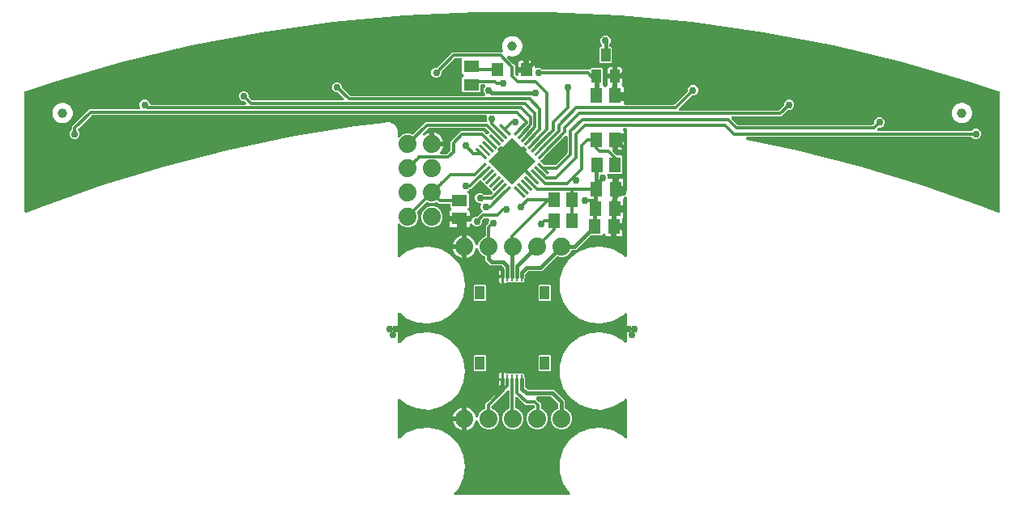
<source format=gbr>
G04 EAGLE Gerber RS-274X export*
G75*
%MOMM*%
%FSLAX34Y34*%
%LPD*%
%INTop Copper*%
%IPPOS*%
%AMOC8*
5,1,8,0,0,1.08239X$1,22.5*%
G01*
%ADD10R,0.250000X1.000000*%
%ADD11R,1.000000X1.340000*%
%ADD12C,1.879600*%
%ADD13R,1.300000X1.600000*%
%ADD14R,1.000000X1.400000*%
%ADD15C,1.000000*%
%ADD16R,1.600000X1.300000*%
%ADD17R,1.200000X1.400000*%
%ADD18R,0.300000X1.500000*%
%ADD19R,3.450000X3.450000*%
%ADD20C,0.406400*%
%ADD21C,0.756400*%
%ADD22C,0.508000*%
%ADD23C,0.304800*%

G36*
X31703Y295746D02*
X31703Y295746D01*
X31736Y295743D01*
X31876Y295764D01*
X32017Y295779D01*
X32055Y295791D01*
X32081Y295795D01*
X32127Y295813D01*
X32250Y295851D01*
X47666Y302025D01*
X111584Y324464D01*
X176413Y344115D01*
X242034Y360941D01*
X308320Y374910D01*
X375150Y385995D01*
X407188Y389894D01*
X407270Y389913D01*
X407354Y389923D01*
X407478Y389963D01*
X407527Y389975D01*
X407549Y389986D01*
X407587Y389998D01*
X407979Y390161D01*
X409292Y390161D01*
X409341Y390166D01*
X409476Y390172D01*
X410779Y390330D01*
X411188Y390217D01*
X411271Y390203D01*
X411353Y390180D01*
X411483Y390170D01*
X411532Y390162D01*
X411557Y390164D01*
X411597Y390161D01*
X412021Y390161D01*
X413234Y389658D01*
X413281Y389645D01*
X413408Y389598D01*
X414673Y389246D01*
X415007Y388984D01*
X415079Y388940D01*
X415146Y388888D01*
X415262Y388828D01*
X415304Y388802D01*
X415328Y388794D01*
X415364Y388776D01*
X415756Y388614D01*
X416684Y387686D01*
X416723Y387655D01*
X416822Y387563D01*
X417856Y386754D01*
X418064Y386384D01*
X418114Y386316D01*
X418155Y386242D01*
X418240Y386143D01*
X418269Y386102D01*
X418288Y386086D01*
X418314Y386056D01*
X418614Y385756D01*
X419116Y384543D01*
X419140Y384499D01*
X419197Y384377D01*
X419842Y383234D01*
X419893Y382812D01*
X419913Y382730D01*
X419923Y382646D01*
X419963Y382522D01*
X419975Y382473D01*
X419986Y382451D01*
X419998Y382413D01*
X420161Y382021D01*
X420161Y380708D01*
X420166Y380659D01*
X420172Y380524D01*
X420330Y379221D01*
X420217Y378812D01*
X420203Y378729D01*
X420180Y378647D01*
X420170Y378517D01*
X420162Y378468D01*
X420164Y378443D01*
X420161Y378403D01*
X420161Y375933D01*
X420172Y375833D01*
X420174Y375733D01*
X420192Y375661D01*
X420201Y375587D01*
X420234Y375493D01*
X420259Y375395D01*
X420293Y375329D01*
X420318Y375259D01*
X420373Y375175D01*
X420419Y375085D01*
X420467Y375029D01*
X420507Y374966D01*
X420579Y374896D01*
X420644Y374820D01*
X420704Y374776D01*
X420758Y374724D01*
X420844Y374672D01*
X420925Y374613D01*
X420993Y374583D01*
X421057Y374545D01*
X421153Y374514D01*
X421245Y374475D01*
X421318Y374462D01*
X421389Y374439D01*
X421489Y374431D01*
X421588Y374413D01*
X421662Y374417D01*
X421736Y374411D01*
X421836Y374426D01*
X421936Y374431D01*
X422007Y374452D01*
X422081Y374463D01*
X422174Y374500D01*
X422271Y374527D01*
X422336Y374564D01*
X422405Y374591D01*
X422487Y374649D01*
X422575Y374698D01*
X422651Y374763D01*
X422691Y374790D01*
X422715Y374817D01*
X422761Y374856D01*
X424617Y376712D01*
X428631Y378375D01*
X432977Y378375D01*
X435175Y377464D01*
X435249Y377443D01*
X435319Y377413D01*
X435415Y377396D01*
X435510Y377369D01*
X435586Y377365D01*
X435662Y377351D01*
X435760Y377356D01*
X435858Y377352D01*
X435933Y377365D01*
X436010Y377369D01*
X436104Y377396D01*
X436201Y377414D01*
X436271Y377445D01*
X436344Y377466D01*
X436430Y377514D01*
X436521Y377553D01*
X436582Y377599D01*
X436649Y377636D01*
X436762Y377733D01*
X436800Y377761D01*
X436813Y377776D01*
X436835Y377794D01*
X447121Y388081D01*
X449353Y390313D01*
X512102Y390313D01*
X512251Y390330D01*
X512401Y390342D01*
X512424Y390350D01*
X512448Y390353D01*
X512590Y390403D01*
X512733Y390450D01*
X512753Y390462D01*
X512776Y390470D01*
X512903Y390552D01*
X513031Y390629D01*
X513049Y390646D01*
X513069Y390659D01*
X513173Y390767D01*
X513281Y390872D01*
X513294Y390892D01*
X513311Y390910D01*
X513388Y391039D01*
X513469Y391165D01*
X513478Y391188D01*
X513490Y391209D01*
X513536Y391352D01*
X513586Y391494D01*
X513589Y391518D01*
X513596Y391541D01*
X513608Y391690D01*
X513625Y391840D01*
X513622Y391864D01*
X513624Y391888D01*
X513602Y392037D01*
X513584Y392186D01*
X513575Y392214D01*
X513572Y392233D01*
X513555Y392277D01*
X513509Y392419D01*
X513229Y393094D01*
X513229Y395206D01*
X513486Y395825D01*
X513527Y395970D01*
X513573Y396113D01*
X513575Y396137D01*
X513582Y396160D01*
X513589Y396310D01*
X513601Y396460D01*
X513597Y396484D01*
X513599Y396508D01*
X513572Y396656D01*
X513549Y396805D01*
X513540Y396827D01*
X513536Y396851D01*
X513476Y396989D01*
X513421Y397129D01*
X513407Y397149D01*
X513397Y397171D01*
X513307Y397292D01*
X513222Y397415D01*
X513204Y397431D01*
X513189Y397450D01*
X513074Y397548D01*
X512963Y397648D01*
X512942Y397660D01*
X512923Y397676D01*
X512790Y397744D01*
X512658Y397817D01*
X512635Y397823D01*
X512613Y397834D01*
X512467Y397871D01*
X512322Y397912D01*
X512293Y397914D01*
X512275Y397919D01*
X512228Y397919D01*
X512079Y397931D01*
X101330Y397931D01*
X101204Y397917D01*
X101078Y397910D01*
X101032Y397897D01*
X100984Y397891D01*
X100865Y397849D01*
X100743Y397814D01*
X100701Y397790D01*
X100655Y397774D01*
X100549Y397705D01*
X100439Y397644D01*
X100393Y397604D01*
X100363Y397585D01*
X100329Y397550D01*
X100253Y397485D01*
X86609Y383842D01*
X86593Y383821D01*
X86573Y383804D01*
X86485Y383685D01*
X86393Y383569D01*
X86381Y383545D01*
X86366Y383524D01*
X86307Y383388D01*
X86244Y383254D01*
X86238Y383228D01*
X86228Y383204D01*
X86202Y383057D01*
X86170Y382913D01*
X86171Y382887D01*
X86166Y382861D01*
X86174Y382712D01*
X86176Y382564D01*
X86183Y382539D01*
X86184Y382513D01*
X86225Y382371D01*
X86261Y382226D01*
X86273Y382203D01*
X86281Y382178D01*
X86353Y382049D01*
X86421Y381917D01*
X86438Y381897D01*
X86451Y381874D01*
X86609Y381688D01*
X87171Y381126D01*
X87979Y379176D01*
X87979Y377064D01*
X87171Y375114D01*
X85678Y373621D01*
X83728Y372813D01*
X81616Y372813D01*
X79666Y373621D01*
X78173Y375114D01*
X77365Y377064D01*
X77365Y379176D01*
X78173Y381126D01*
X79177Y382130D01*
X79256Y382229D01*
X79340Y382323D01*
X79364Y382365D01*
X79394Y382403D01*
X79448Y382517D01*
X79509Y382628D01*
X79522Y382674D01*
X79543Y382718D01*
X79569Y382841D01*
X79604Y382963D01*
X79609Y383024D01*
X79616Y383059D01*
X79615Y383107D01*
X79623Y383207D01*
X79623Y385479D01*
X98173Y404029D01*
X149694Y404029D01*
X149843Y404046D01*
X149993Y404058D01*
X150016Y404066D01*
X150040Y404069D01*
X150181Y404119D01*
X150325Y404165D01*
X150345Y404178D01*
X150368Y404186D01*
X150494Y404268D01*
X150623Y404345D01*
X150641Y404362D01*
X150661Y404375D01*
X150765Y404483D01*
X150873Y404588D01*
X150886Y404608D01*
X150903Y404626D01*
X150980Y404755D01*
X151061Y404881D01*
X151070Y404904D01*
X151082Y404925D01*
X151128Y405068D01*
X151178Y405210D01*
X151181Y405234D01*
X151188Y405257D01*
X151200Y405406D01*
X151217Y405556D01*
X151214Y405580D01*
X151216Y405604D01*
X151194Y405753D01*
X151176Y405902D01*
X151167Y405930D01*
X151164Y405949D01*
X151147Y405993D01*
X151101Y406135D01*
X150517Y407544D01*
X150517Y409656D01*
X151325Y411606D01*
X152818Y413099D01*
X154768Y413907D01*
X156880Y413907D01*
X158830Y413099D01*
X160323Y411606D01*
X161178Y409541D01*
X161215Y409474D01*
X161244Y409403D01*
X161300Y409322D01*
X161347Y409236D01*
X161399Y409180D01*
X161442Y409117D01*
X161515Y409051D01*
X161582Y408978D01*
X161645Y408935D01*
X161701Y408884D01*
X161787Y408836D01*
X161868Y408780D01*
X161939Y408752D01*
X162006Y408715D01*
X162101Y408688D01*
X162193Y408652D01*
X162268Y408641D01*
X162342Y408620D01*
X162491Y408608D01*
X162537Y408601D01*
X162556Y408603D01*
X162585Y408601D01*
X260610Y408601D01*
X260710Y408612D01*
X260810Y408614D01*
X260883Y408632D01*
X260956Y408641D01*
X261051Y408674D01*
X261148Y408699D01*
X261215Y408733D01*
X261285Y408758D01*
X261369Y408813D01*
X261458Y408859D01*
X261515Y408907D01*
X261577Y408947D01*
X261647Y409019D01*
X261724Y409084D01*
X261768Y409144D01*
X261820Y409198D01*
X261871Y409284D01*
X261931Y409365D01*
X261960Y409433D01*
X261998Y409497D01*
X262029Y409592D01*
X262069Y409685D01*
X262082Y409758D01*
X262105Y409829D01*
X262113Y409929D01*
X262130Y410028D01*
X262127Y410102D01*
X262133Y410176D01*
X262118Y410275D01*
X262113Y410376D01*
X262092Y410447D01*
X262081Y410521D01*
X262044Y410614D01*
X262016Y410711D01*
X261980Y410776D01*
X261952Y410845D01*
X261895Y410927D01*
X261846Y411015D01*
X261781Y411091D01*
X261753Y411131D01*
X261727Y411155D01*
X261687Y411201D01*
X260897Y411991D01*
X260798Y412070D01*
X260704Y412154D01*
X260662Y412178D01*
X260624Y412208D01*
X260510Y412262D01*
X260399Y412323D01*
X260353Y412336D01*
X260309Y412357D01*
X260186Y412383D01*
X260064Y412418D01*
X260003Y412423D01*
X259968Y412430D01*
X259920Y412429D01*
X259820Y412437D01*
X258400Y412437D01*
X256450Y413245D01*
X254957Y414738D01*
X254149Y416688D01*
X254149Y418800D01*
X254957Y420750D01*
X256450Y422243D01*
X258400Y423051D01*
X260512Y423051D01*
X262462Y422243D01*
X263955Y420750D01*
X264763Y418800D01*
X264763Y417380D01*
X264777Y417254D01*
X264784Y417128D01*
X264797Y417082D01*
X264803Y417034D01*
X264845Y416915D01*
X264880Y416793D01*
X264904Y416751D01*
X264920Y416705D01*
X264989Y416599D01*
X265050Y416489D01*
X265090Y416443D01*
X265109Y416413D01*
X265144Y416379D01*
X265209Y416303D01*
X267893Y413619D01*
X267992Y413540D01*
X268086Y413456D01*
X268128Y413432D01*
X268166Y413402D01*
X268280Y413348D01*
X268391Y413287D01*
X268437Y413274D01*
X268481Y413253D01*
X268604Y413227D01*
X268726Y413192D01*
X268787Y413187D01*
X268822Y413180D01*
X268870Y413181D01*
X268970Y413173D01*
X362718Y413173D01*
X362818Y413184D01*
X362918Y413186D01*
X362991Y413204D01*
X363064Y413213D01*
X363159Y413246D01*
X363256Y413271D01*
X363323Y413305D01*
X363393Y413330D01*
X363477Y413385D01*
X363566Y413431D01*
X363623Y413479D01*
X363685Y413519D01*
X363755Y413591D01*
X363832Y413656D01*
X363876Y413716D01*
X363928Y413770D01*
X363979Y413856D01*
X364039Y413937D01*
X364068Y414005D01*
X364106Y414069D01*
X364137Y414165D01*
X364177Y414257D01*
X364190Y414330D01*
X364213Y414401D01*
X364221Y414501D01*
X364238Y414600D01*
X364235Y414674D01*
X364241Y414748D01*
X364226Y414848D01*
X364221Y414948D01*
X364200Y415019D01*
X364189Y415093D01*
X364152Y415186D01*
X364124Y415283D01*
X364088Y415348D01*
X364060Y415417D01*
X364003Y415499D01*
X363954Y415587D01*
X363889Y415663D01*
X363861Y415703D01*
X363835Y415727D01*
X363795Y415773D01*
X358433Y421135D01*
X358334Y421214D01*
X358240Y421298D01*
X358198Y421322D01*
X358160Y421352D01*
X358046Y421406D01*
X357935Y421467D01*
X357889Y421480D01*
X357845Y421501D01*
X357722Y421527D01*
X357600Y421562D01*
X357539Y421567D01*
X357504Y421574D01*
X357456Y421573D01*
X357356Y421581D01*
X355936Y421581D01*
X353986Y422389D01*
X352493Y423882D01*
X351685Y425832D01*
X351685Y427944D01*
X352493Y429894D01*
X353986Y431387D01*
X355936Y432195D01*
X358048Y432195D01*
X359998Y431387D01*
X361491Y429894D01*
X362299Y427944D01*
X362299Y426524D01*
X362313Y426398D01*
X362320Y426272D01*
X362333Y426226D01*
X362339Y426178D01*
X362381Y426059D01*
X362416Y425937D01*
X362440Y425895D01*
X362456Y425849D01*
X362525Y425743D01*
X362586Y425633D01*
X362626Y425587D01*
X362645Y425557D01*
X362680Y425523D01*
X362745Y425447D01*
X370001Y418191D01*
X370100Y418112D01*
X370194Y418028D01*
X370236Y418004D01*
X370274Y417974D01*
X370388Y417920D01*
X370499Y417859D01*
X370545Y417846D01*
X370589Y417825D01*
X370712Y417799D01*
X370834Y417764D01*
X370895Y417759D01*
X370930Y417752D01*
X370978Y417753D01*
X371078Y417745D01*
X510401Y417745D01*
X510501Y417756D01*
X510601Y417758D01*
X510673Y417776D01*
X510747Y417785D01*
X510842Y417818D01*
X510939Y417843D01*
X511005Y417877D01*
X511075Y417902D01*
X511160Y417957D01*
X511249Y418003D01*
X511306Y418051D01*
X511368Y418091D01*
X511438Y418163D01*
X511514Y418228D01*
X511559Y418288D01*
X511610Y418342D01*
X511662Y418428D01*
X511722Y418509D01*
X511751Y418577D01*
X511789Y418641D01*
X511820Y418736D01*
X511860Y418829D01*
X511873Y418902D01*
X511895Y418973D01*
X511903Y419073D01*
X511921Y419172D01*
X511917Y419246D01*
X511923Y419320D01*
X511908Y419419D01*
X511903Y419520D01*
X511883Y419591D01*
X511872Y419665D01*
X511834Y419758D01*
X511807Y419855D01*
X511770Y419920D01*
X511743Y419989D01*
X511686Y420071D01*
X511637Y420159D01*
X511571Y420235D01*
X511544Y420275D01*
X511517Y420299D01*
X511478Y420345D01*
X510989Y420834D01*
X510181Y422784D01*
X510181Y424896D01*
X510989Y426846D01*
X511478Y427335D01*
X511540Y427413D01*
X511610Y427486D01*
X511648Y427550D01*
X511695Y427608D01*
X511738Y427699D01*
X511789Y427785D01*
X511812Y427856D01*
X511844Y427923D01*
X511865Y428021D01*
X511895Y428117D01*
X511901Y428191D01*
X511917Y428264D01*
X511915Y428364D01*
X511923Y428464D01*
X511912Y428538D01*
X511911Y428612D01*
X511887Y428709D01*
X511872Y428809D01*
X511844Y428878D01*
X511826Y428950D01*
X511780Y429039D01*
X511743Y429133D01*
X511701Y429194D01*
X511666Y429260D01*
X511601Y429337D01*
X511544Y429419D01*
X511489Y429469D01*
X511441Y429525D01*
X511360Y429585D01*
X511285Y429652D01*
X511220Y429688D01*
X511160Y429733D01*
X511068Y429772D01*
X510980Y429821D01*
X510909Y429841D01*
X510840Y429871D01*
X510741Y429888D01*
X510645Y429916D01*
X510545Y429924D01*
X510497Y429932D01*
X510461Y429930D01*
X510401Y429935D01*
X508248Y429935D01*
X508222Y429932D01*
X508196Y429934D01*
X508049Y429912D01*
X507902Y429895D01*
X507877Y429887D01*
X507851Y429883D01*
X507713Y429828D01*
X507574Y429778D01*
X507552Y429764D01*
X507527Y429754D01*
X507406Y429669D01*
X507281Y429589D01*
X507263Y429570D01*
X507241Y429555D01*
X507142Y429445D01*
X507039Y429338D01*
X507025Y429316D01*
X507008Y429296D01*
X506936Y429166D01*
X506860Y429039D01*
X506852Y429014D01*
X506839Y428991D01*
X506799Y428848D01*
X506754Y428707D01*
X506752Y428681D01*
X506744Y428656D01*
X506725Y428412D01*
X506725Y422448D01*
X505832Y421555D01*
X488568Y421555D01*
X487675Y422448D01*
X487675Y436712D01*
X488967Y438003D01*
X488983Y438023D01*
X489003Y438040D01*
X489091Y438160D01*
X489183Y438276D01*
X489194Y438300D01*
X489210Y438321D01*
X489269Y438457D01*
X489332Y438591D01*
X489338Y438617D01*
X489348Y438641D01*
X489374Y438787D01*
X489406Y438932D01*
X489405Y438958D01*
X489410Y438984D01*
X489402Y439132D01*
X489400Y439280D01*
X489393Y439306D01*
X489392Y439332D01*
X489351Y439474D01*
X489315Y439618D01*
X489303Y439641D01*
X489295Y439667D01*
X489223Y439796D01*
X489155Y439928D01*
X489138Y439948D01*
X489125Y439971D01*
X488967Y440157D01*
X487675Y441448D01*
X487675Y455844D01*
X487672Y455870D01*
X487674Y455896D01*
X487652Y456043D01*
X487635Y456190D01*
X487627Y456215D01*
X487623Y456241D01*
X487568Y456379D01*
X487518Y456518D01*
X487504Y456540D01*
X487494Y456565D01*
X487409Y456686D01*
X487329Y456811D01*
X487310Y456829D01*
X487295Y456851D01*
X487185Y456950D01*
X487078Y457053D01*
X487056Y457067D01*
X487036Y457084D01*
X486906Y457156D01*
X486779Y457232D01*
X486754Y457240D01*
X486731Y457253D01*
X486588Y457293D01*
X486447Y457338D01*
X486421Y457340D01*
X486396Y457348D01*
X486152Y457367D01*
X480806Y457367D01*
X480680Y457353D01*
X480554Y457346D01*
X480508Y457333D01*
X480460Y457327D01*
X480341Y457285D01*
X480219Y457250D01*
X480177Y457226D01*
X480131Y457210D01*
X480025Y457141D01*
X479915Y457080D01*
X479869Y457040D01*
X479839Y457021D01*
X479805Y456986D01*
X479729Y456921D01*
X466377Y443569D01*
X466298Y443470D01*
X466214Y443376D01*
X466190Y443334D01*
X466160Y443296D01*
X466106Y443182D01*
X466045Y443071D01*
X466032Y443025D01*
X466011Y442981D01*
X465985Y442858D01*
X465950Y442736D01*
X465945Y442675D01*
X465938Y442640D01*
X465939Y442592D01*
X465931Y442492D01*
X465931Y441072D01*
X465123Y439122D01*
X463630Y437629D01*
X461680Y436821D01*
X459568Y436821D01*
X457618Y437629D01*
X456125Y439122D01*
X455317Y441072D01*
X455317Y443184D01*
X456125Y445134D01*
X457618Y446627D01*
X459568Y447435D01*
X460988Y447435D01*
X461114Y447449D01*
X461240Y447456D01*
X461286Y447469D01*
X461334Y447475D01*
X461453Y447517D01*
X461575Y447552D01*
X461617Y447576D01*
X461663Y447592D01*
X461769Y447661D01*
X461879Y447722D01*
X461925Y447762D01*
X461955Y447781D01*
X461989Y447816D01*
X462065Y447881D01*
X477649Y463465D01*
X528963Y463465D01*
X528973Y463466D01*
X528982Y463465D01*
X529146Y463486D01*
X529309Y463505D01*
X529318Y463508D01*
X529328Y463509D01*
X529482Y463566D01*
X529638Y463622D01*
X529646Y463627D01*
X529654Y463631D01*
X529791Y463721D01*
X529930Y463811D01*
X529937Y463818D01*
X529945Y463823D01*
X530057Y463942D01*
X530173Y464062D01*
X530177Y464070D01*
X530184Y464077D01*
X530266Y464219D01*
X530351Y464361D01*
X530354Y464370D01*
X530359Y464378D01*
X530407Y464536D01*
X530458Y464693D01*
X530458Y464702D01*
X530461Y464711D01*
X530472Y464876D01*
X530486Y465040D01*
X530484Y465050D01*
X530485Y465059D01*
X530458Y465222D01*
X530434Y465385D01*
X530430Y465394D01*
X530429Y465403D01*
X530344Y465632D01*
X530314Y465695D01*
X530227Y465836D01*
X530140Y465981D01*
X530135Y465986D01*
X530132Y465992D01*
X530092Y466032D01*
X530038Y466233D01*
X530034Y466243D01*
X530032Y466253D01*
X529947Y466482D01*
X529855Y466680D01*
X529857Y466832D01*
X529856Y466840D01*
X529856Y466845D01*
X529851Y466867D01*
X529813Y467073D01*
X529714Y467441D01*
X529652Y467598D01*
X529592Y467754D01*
X529588Y467760D01*
X529586Y467766D01*
X529553Y467813D01*
X529535Y468020D01*
X529533Y468030D01*
X529533Y468041D01*
X529489Y468282D01*
X529433Y468492D01*
X529461Y468642D01*
X529461Y468649D01*
X529462Y468654D01*
X529461Y468678D01*
X529459Y468886D01*
X529426Y469266D01*
X529392Y469432D01*
X529360Y469596D01*
X529357Y469601D01*
X529356Y469608D01*
X529332Y469660D01*
X529350Y469867D01*
X529350Y469878D01*
X529352Y469888D01*
X529350Y470133D01*
X529331Y470350D01*
X529385Y470492D01*
X529386Y470500D01*
X529388Y470505D01*
X529391Y470528D01*
X529426Y470734D01*
X529459Y471114D01*
X529455Y471282D01*
X529452Y471449D01*
X529450Y471456D01*
X529450Y471462D01*
X529435Y471518D01*
X529489Y471718D01*
X529491Y471729D01*
X529494Y471739D01*
X529535Y471980D01*
X529554Y472197D01*
X529632Y472328D01*
X529635Y472335D01*
X529637Y472340D01*
X529644Y472361D01*
X529714Y472559D01*
X529813Y472927D01*
X529837Y473093D01*
X529863Y473259D01*
X529863Y473266D01*
X529864Y473272D01*
X529859Y473329D01*
X529947Y473518D01*
X529950Y473528D01*
X529956Y473537D01*
X530038Y473767D01*
X530094Y473978D01*
X530194Y474093D01*
X530198Y474100D01*
X530201Y474104D01*
X530211Y474124D01*
X530315Y474306D01*
X530476Y474652D01*
X530529Y474810D01*
X530583Y474970D01*
X530584Y474976D01*
X530586Y474982D01*
X530591Y475040D01*
X530711Y475210D01*
X530716Y475219D01*
X530723Y475227D01*
X530843Y475440D01*
X530936Y475638D01*
X531054Y475734D01*
X531058Y475740D01*
X531062Y475743D01*
X531076Y475761D01*
X531209Y475922D01*
X531428Y476235D01*
X531508Y476382D01*
X531589Y476529D01*
X531591Y476536D01*
X531594Y476541D01*
X531609Y476597D01*
X531756Y476744D01*
X531763Y476752D01*
X531771Y476759D01*
X531927Y476947D01*
X532052Y477126D01*
X532185Y477200D01*
X532191Y477205D01*
X532195Y477208D01*
X532212Y477223D01*
X532275Y477277D01*
X532287Y477284D01*
X532300Y477298D01*
X532371Y477359D01*
X532641Y477629D01*
X532745Y477759D01*
X532851Y477891D01*
X532854Y477897D01*
X532858Y477902D01*
X532882Y477954D01*
X533053Y478073D01*
X533061Y478080D01*
X533070Y478085D01*
X533256Y478244D01*
X533410Y478398D01*
X533554Y478448D01*
X533561Y478452D01*
X533566Y478454D01*
X533585Y478466D01*
X533765Y478572D01*
X534078Y478791D01*
X534204Y478902D01*
X534330Y479012D01*
X534334Y479017D01*
X534338Y479022D01*
X534372Y479069D01*
X534560Y479157D01*
X534569Y479162D01*
X534579Y479166D01*
X534790Y479289D01*
X534969Y479414D01*
X535119Y479439D01*
X535126Y479442D01*
X535131Y479442D01*
X535153Y479451D01*
X535348Y479524D01*
X535694Y479685D01*
X535837Y479773D01*
X535981Y479860D01*
X535986Y479865D01*
X535991Y479868D01*
X536032Y479908D01*
X536233Y479962D01*
X536243Y479966D01*
X536253Y479968D01*
X536482Y480053D01*
X536680Y480145D01*
X536832Y480143D01*
X536840Y480144D01*
X536845Y480144D01*
X536867Y480149D01*
X537073Y480187D01*
X537441Y480286D01*
X537598Y480348D01*
X537754Y480408D01*
X537760Y480412D01*
X537766Y480414D01*
X537813Y480447D01*
X538020Y480465D01*
X538030Y480467D01*
X538041Y480467D01*
X538282Y480511D01*
X538492Y480567D01*
X538642Y480539D01*
X538649Y480539D01*
X538654Y480538D01*
X538676Y480539D01*
X538886Y480541D01*
X539267Y480574D01*
X539429Y480607D01*
X539596Y480640D01*
X539602Y480643D01*
X539608Y480644D01*
X539660Y480668D01*
X539867Y480650D01*
X539878Y480650D01*
X539888Y480648D01*
X540133Y480650D01*
X540350Y480669D01*
X540492Y480615D01*
X540500Y480614D01*
X540505Y480612D01*
X540528Y480609D01*
X540733Y480574D01*
X541114Y480541D01*
X541279Y480545D01*
X541450Y480548D01*
X541456Y480550D01*
X541462Y480550D01*
X541518Y480565D01*
X541718Y480511D01*
X541729Y480509D01*
X541739Y480506D01*
X541980Y480465D01*
X542197Y480446D01*
X542328Y480368D01*
X542335Y480365D01*
X542340Y480363D01*
X542361Y480356D01*
X542559Y480286D01*
X542927Y480187D01*
X543093Y480163D01*
X543259Y480137D01*
X543266Y480137D01*
X543272Y480136D01*
X543329Y480141D01*
X543518Y480053D01*
X543528Y480050D01*
X543537Y480044D01*
X543767Y479962D01*
X543978Y479906D01*
X544093Y479806D01*
X544100Y479802D01*
X544104Y479799D01*
X544124Y479789D01*
X544306Y479685D01*
X544652Y479524D01*
X544810Y479471D01*
X544970Y479417D01*
X544976Y479416D01*
X544982Y479414D01*
X545040Y479409D01*
X545210Y479289D01*
X545219Y479284D01*
X545227Y479277D01*
X545440Y479157D01*
X545638Y479064D01*
X545734Y478946D01*
X545740Y478942D01*
X545743Y478938D01*
X545761Y478924D01*
X545922Y478791D01*
X546235Y478572D01*
X546382Y478492D01*
X546529Y478411D01*
X546536Y478409D01*
X546541Y478406D01*
X546597Y478391D01*
X546744Y478244D01*
X546752Y478237D01*
X546759Y478229D01*
X546947Y478073D01*
X547126Y477948D01*
X547200Y477815D01*
X547205Y477809D01*
X547208Y477805D01*
X547223Y477788D01*
X547359Y477629D01*
X547629Y477359D01*
X547750Y477262D01*
X547796Y477221D01*
X547814Y477211D01*
X547891Y477149D01*
X547897Y477146D01*
X547902Y477142D01*
X547954Y477118D01*
X548073Y476947D01*
X548080Y476939D01*
X548085Y476930D01*
X548244Y476744D01*
X548398Y476590D01*
X548448Y476446D01*
X548452Y476439D01*
X548454Y476434D01*
X548466Y476415D01*
X548572Y476235D01*
X548791Y475922D01*
X548902Y475796D01*
X549012Y475670D01*
X549017Y475666D01*
X549022Y475662D01*
X549069Y475628D01*
X549157Y475440D01*
X549162Y475431D01*
X549166Y475421D01*
X549289Y475210D01*
X549414Y475031D01*
X549439Y474881D01*
X549442Y474874D01*
X549442Y474869D01*
X549451Y474847D01*
X549524Y474652D01*
X549685Y474306D01*
X549773Y474163D01*
X549860Y474019D01*
X549865Y474014D01*
X549868Y474009D01*
X549908Y473968D01*
X549962Y473767D01*
X549966Y473757D01*
X549968Y473747D01*
X550053Y473518D01*
X550145Y473320D01*
X550143Y473168D01*
X550144Y473160D01*
X550144Y473155D01*
X550149Y473133D01*
X550187Y472927D01*
X550286Y472559D01*
X550348Y472402D01*
X550408Y472246D01*
X550412Y472240D01*
X550414Y472234D01*
X550447Y472187D01*
X550465Y471980D01*
X550467Y471970D01*
X550467Y471959D01*
X550511Y471718D01*
X550567Y471508D01*
X550539Y471358D01*
X550539Y471351D01*
X550538Y471346D01*
X550539Y471324D01*
X550541Y471114D01*
X550574Y470733D01*
X550607Y470570D01*
X550640Y470404D01*
X550643Y470398D01*
X550644Y470392D01*
X550668Y470340D01*
X550650Y470133D01*
X550650Y470122D01*
X550648Y470112D01*
X550650Y469867D01*
X550669Y469650D01*
X550615Y469508D01*
X550614Y469500D01*
X550612Y469495D01*
X550609Y469472D01*
X550574Y469267D01*
X550541Y468886D01*
X550545Y468721D01*
X550548Y468550D01*
X550550Y468544D01*
X550550Y468538D01*
X550565Y468482D01*
X550511Y468282D01*
X550509Y468271D01*
X550506Y468261D01*
X550465Y468020D01*
X550446Y467803D01*
X550368Y467672D01*
X550365Y467665D01*
X550363Y467660D01*
X550356Y467639D01*
X550286Y467441D01*
X550187Y467073D01*
X550163Y466907D01*
X550137Y466741D01*
X550137Y466734D01*
X550136Y466728D01*
X550141Y466671D01*
X550053Y466482D01*
X550050Y466472D01*
X550044Y466463D01*
X549962Y466233D01*
X549906Y466022D01*
X549806Y465907D01*
X549802Y465900D01*
X549799Y465896D01*
X549789Y465876D01*
X549685Y465694D01*
X549524Y465348D01*
X549471Y465190D01*
X549417Y465030D01*
X549416Y465024D01*
X549414Y465018D01*
X549409Y464960D01*
X549289Y464790D01*
X549284Y464781D01*
X549277Y464773D01*
X549157Y464560D01*
X549064Y464362D01*
X548946Y464266D01*
X548942Y464260D01*
X548938Y464257D01*
X548924Y464239D01*
X548791Y464078D01*
X548572Y463765D01*
X548492Y463618D01*
X548411Y463471D01*
X548409Y463464D01*
X548406Y463459D01*
X548391Y463403D01*
X548244Y463256D01*
X548237Y463248D01*
X548229Y463241D01*
X548073Y463053D01*
X547948Y462874D01*
X547815Y462800D01*
X547809Y462795D01*
X547804Y462792D01*
X547788Y462777D01*
X547629Y462641D01*
X547359Y462371D01*
X547255Y462241D01*
X547149Y462109D01*
X547146Y462103D01*
X547142Y462098D01*
X547118Y462046D01*
X546947Y461927D01*
X546939Y461920D01*
X546930Y461915D01*
X546744Y461756D01*
X546590Y461602D01*
X546446Y461552D01*
X546439Y461548D01*
X546434Y461546D01*
X546415Y461534D01*
X546235Y461428D01*
X545922Y461209D01*
X545796Y461098D01*
X545670Y460988D01*
X545666Y460983D01*
X545662Y460978D01*
X545628Y460931D01*
X545440Y460843D01*
X545431Y460838D01*
X545421Y460834D01*
X545210Y460711D01*
X545031Y460586D01*
X544881Y460561D01*
X544874Y460558D01*
X544869Y460558D01*
X544847Y460549D01*
X544652Y460476D01*
X544306Y460315D01*
X544163Y460227D01*
X544019Y460140D01*
X544014Y460135D01*
X544009Y460132D01*
X543968Y460092D01*
X543767Y460038D01*
X543757Y460034D01*
X543747Y460032D01*
X543518Y459947D01*
X543320Y459855D01*
X543168Y459857D01*
X543160Y459856D01*
X543155Y459856D01*
X543133Y459851D01*
X542927Y459813D01*
X542559Y459714D01*
X542402Y459652D01*
X542246Y459592D01*
X542240Y459588D01*
X542234Y459586D01*
X542187Y459553D01*
X541980Y459535D01*
X541970Y459533D01*
X541959Y459533D01*
X541719Y459489D01*
X541508Y459433D01*
X541358Y459461D01*
X541351Y459461D01*
X541346Y459462D01*
X541322Y459461D01*
X541114Y459459D01*
X540734Y459426D01*
X540568Y459392D01*
X540404Y459360D01*
X540399Y459357D01*
X540392Y459356D01*
X540340Y459332D01*
X540133Y459350D01*
X540122Y459350D01*
X540112Y459352D01*
X539867Y459350D01*
X539650Y459331D01*
X539508Y459385D01*
X539500Y459386D01*
X539495Y459388D01*
X539472Y459391D01*
X539266Y459426D01*
X538886Y459459D01*
X538718Y459455D01*
X538551Y459452D01*
X538544Y459450D01*
X538538Y459450D01*
X538482Y459435D01*
X538281Y459489D01*
X538271Y459491D01*
X538261Y459494D01*
X538020Y459535D01*
X537803Y459554D01*
X537672Y459632D01*
X537665Y459635D01*
X537660Y459637D01*
X537639Y459644D01*
X537441Y459714D01*
X537073Y459813D01*
X536907Y459837D01*
X536741Y459863D01*
X536734Y459863D01*
X536728Y459864D01*
X536652Y459858D01*
X536621Y459872D01*
X536532Y459891D01*
X536445Y459920D01*
X536362Y459928D01*
X536280Y459946D01*
X536189Y459944D01*
X536098Y459953D01*
X536015Y459941D01*
X535932Y459940D01*
X535843Y459917D01*
X535753Y459905D01*
X535675Y459875D01*
X535594Y459855D01*
X535513Y459813D01*
X535428Y459780D01*
X535358Y459733D01*
X535284Y459695D01*
X535215Y459636D01*
X535139Y459585D01*
X535082Y459523D01*
X535019Y459469D01*
X534964Y459396D01*
X534902Y459329D01*
X534861Y459256D01*
X534812Y459189D01*
X534775Y459105D01*
X534730Y459026D01*
X534707Y458946D01*
X534674Y458869D01*
X534657Y458779D01*
X534632Y458692D01*
X534627Y458608D01*
X534612Y458526D01*
X534617Y458435D01*
X534611Y458344D01*
X534625Y458261D01*
X534630Y458178D01*
X534655Y458090D01*
X534671Y458000D01*
X534703Y457923D01*
X534726Y457843D01*
X534771Y457763D01*
X534806Y457679D01*
X534856Y457612D01*
X534896Y457539D01*
X534982Y457438D01*
X535012Y457398D01*
X535030Y457382D01*
X535055Y457353D01*
X540689Y451719D01*
X542921Y449487D01*
X542921Y440974D01*
X542935Y440848D01*
X542942Y440722D01*
X542955Y440676D01*
X542961Y440628D01*
X543003Y440509D01*
X543038Y440387D01*
X543062Y440345D01*
X543078Y440299D01*
X543147Y440193D01*
X543208Y440083D01*
X543248Y440037D01*
X543267Y440007D01*
X543302Y439973D01*
X543367Y439897D01*
X543731Y439533D01*
X543810Y439470D01*
X543882Y439400D01*
X543946Y439362D01*
X544004Y439316D01*
X544095Y439273D01*
X544181Y439222D01*
X544252Y439199D01*
X544319Y439167D01*
X544417Y439146D01*
X544513Y439115D01*
X544587Y439109D01*
X544660Y439094D01*
X544760Y439095D01*
X544860Y439087D01*
X544934Y439098D01*
X545008Y439100D01*
X545106Y439124D01*
X545205Y439139D01*
X545274Y439167D01*
X545346Y439185D01*
X545435Y439231D01*
X545529Y439268D01*
X545590Y439310D01*
X545656Y439344D01*
X545732Y439409D01*
X545815Y439467D01*
X545865Y439522D01*
X545921Y439570D01*
X545981Y439651D01*
X546048Y439726D01*
X546084Y439791D01*
X546129Y439850D01*
X546168Y439943D01*
X546217Y440031D01*
X546237Y440102D01*
X546267Y440170D01*
X546284Y440269D01*
X546312Y440366D01*
X546320Y440466D01*
X546328Y440513D01*
X546326Y440549D01*
X546331Y440610D01*
X546331Y442177D01*
X553396Y442177D01*
X553422Y442180D01*
X553448Y442178D01*
X553595Y442200D01*
X553742Y442217D01*
X553767Y442225D01*
X553793Y442229D01*
X553930Y442284D01*
X554070Y442334D01*
X554092Y442348D01*
X554117Y442358D01*
X554238Y442443D01*
X554363Y442523D01*
X554381Y442542D01*
X554403Y442557D01*
X554502Y442667D01*
X554605Y442774D01*
X554619Y442796D01*
X554636Y442816D01*
X554708Y442946D01*
X554784Y443073D01*
X554792Y443098D01*
X554805Y443121D01*
X554845Y443264D01*
X554890Y443405D01*
X554892Y443431D01*
X554899Y443456D01*
X554919Y443700D01*
X554919Y445129D01*
X556348Y445129D01*
X556374Y445132D01*
X556400Y445130D01*
X556547Y445152D01*
X556694Y445169D01*
X556719Y445178D01*
X556745Y445182D01*
X556883Y445236D01*
X557022Y445286D01*
X557044Y445301D01*
X557069Y445310D01*
X557190Y445395D01*
X557315Y445475D01*
X557333Y445494D01*
X557355Y445509D01*
X557454Y445619D01*
X557557Y445726D01*
X557571Y445749D01*
X557588Y445768D01*
X557660Y445898D01*
X557736Y446025D01*
X557744Y446050D01*
X557757Y446073D01*
X557797Y446216D01*
X557842Y446357D01*
X557844Y446383D01*
X557852Y446408D01*
X557871Y446652D01*
X557871Y454717D01*
X561207Y454717D01*
X561853Y454544D01*
X562432Y454209D01*
X562905Y453736D01*
X563240Y453157D01*
X563413Y452511D01*
X563413Y448540D01*
X563430Y448391D01*
X563442Y448241D01*
X563450Y448218D01*
X563453Y448194D01*
X563503Y448052D01*
X563549Y447909D01*
X563562Y447888D01*
X563570Y447866D01*
X563652Y447739D01*
X563729Y447610D01*
X563746Y447593D01*
X563759Y447573D01*
X563868Y447468D01*
X563972Y447360D01*
X563992Y447347D01*
X564010Y447331D01*
X564139Y447253D01*
X564265Y447172D01*
X564288Y447164D01*
X564309Y447152D01*
X564452Y447106D01*
X564594Y447056D01*
X564618Y447053D01*
X564641Y447045D01*
X564790Y447033D01*
X564940Y447017D01*
X564964Y447019D01*
X564988Y447018D01*
X565136Y447040D01*
X565286Y447057D01*
X565314Y447066D01*
X565333Y447069D01*
X565376Y447087D01*
X565519Y447133D01*
X566248Y447435D01*
X568360Y447435D01*
X570310Y446627D01*
X571314Y445623D01*
X571413Y445544D01*
X571507Y445460D01*
X571549Y445436D01*
X571587Y445406D01*
X571701Y445352D01*
X571812Y445291D01*
X571858Y445278D01*
X571902Y445257D01*
X572025Y445231D01*
X572147Y445196D01*
X572208Y445191D01*
X572243Y445184D01*
X572291Y445185D01*
X572391Y445177D01*
X620116Y445177D01*
X620142Y445180D01*
X620168Y445178D01*
X620315Y445200D01*
X620462Y445217D01*
X620487Y445225D01*
X620513Y445229D01*
X620651Y445284D01*
X620790Y445334D01*
X620812Y445348D01*
X620837Y445358D01*
X620958Y445443D01*
X621083Y445523D01*
X621101Y445542D01*
X621123Y445557D01*
X621222Y445667D01*
X621322Y445770D01*
X622532Y446981D01*
X633796Y446981D01*
X634689Y446088D01*
X634689Y430824D01*
X634589Y430725D01*
X634527Y430647D01*
X634457Y430574D01*
X634419Y430510D01*
X634373Y430452D01*
X634330Y430361D01*
X634278Y430275D01*
X634256Y430204D01*
X634224Y430137D01*
X634203Y430039D01*
X634172Y429943D01*
X634166Y429869D01*
X634150Y429796D01*
X634152Y429696D01*
X634144Y429596D01*
X634155Y429522D01*
X634156Y429448D01*
X634181Y429350D01*
X634196Y429251D01*
X634223Y429182D01*
X634241Y429110D01*
X634287Y429021D01*
X634325Y428927D01*
X634367Y428866D01*
X634401Y428800D01*
X634466Y428723D01*
X634523Y428641D01*
X634579Y428591D01*
X634627Y428535D01*
X634708Y428475D01*
X634782Y428408D01*
X634847Y428372D01*
X634907Y428327D01*
X634999Y428288D01*
X635087Y428239D01*
X635159Y428219D01*
X635227Y428189D01*
X635232Y428189D01*
X635993Y427427D01*
X636034Y427395D01*
X636068Y427357D01*
X636169Y427287D01*
X636266Y427210D01*
X636313Y427188D01*
X636355Y427159D01*
X636470Y427114D01*
X636582Y427061D01*
X636631Y427051D01*
X636679Y427032D01*
X636801Y427014D01*
X636922Y426988D01*
X636973Y426989D01*
X637024Y426981D01*
X637147Y426992D01*
X637271Y426994D01*
X637320Y427006D01*
X637371Y427011D01*
X637489Y427049D01*
X637609Y427079D01*
X637654Y427102D01*
X637703Y427118D01*
X637809Y427182D01*
X637918Y427239D01*
X637957Y427272D01*
X638001Y427298D01*
X638090Y427384D01*
X638184Y427464D01*
X638214Y427505D01*
X638251Y427541D01*
X638390Y427742D01*
X638631Y428160D01*
X639104Y428633D01*
X639119Y428642D01*
X639120Y428643D01*
X639121Y428643D01*
X639259Y428746D01*
X639399Y428849D01*
X639400Y428850D01*
X639401Y428851D01*
X639512Y428983D01*
X639624Y429115D01*
X639625Y429116D01*
X639626Y429117D01*
X639707Y429277D01*
X639783Y429425D01*
X639784Y429426D01*
X639784Y429428D01*
X639828Y429603D01*
X639868Y429763D01*
X639868Y429765D01*
X639868Y429766D01*
X639870Y429932D01*
X639873Y430112D01*
X639873Y430113D01*
X639873Y430115D01*
X639829Y430355D01*
X639623Y431121D01*
X639623Y435957D01*
X644665Y435957D01*
X644665Y428560D01*
X644655Y428550D01*
X644633Y428535D01*
X644534Y428425D01*
X644431Y428318D01*
X644417Y428296D01*
X644400Y428276D01*
X644328Y428146D01*
X644252Y428019D01*
X644244Y427994D01*
X644231Y427971D01*
X644191Y427828D01*
X644146Y427687D01*
X644144Y427661D01*
X644136Y427636D01*
X644117Y427392D01*
X644117Y420124D01*
X644120Y420098D01*
X644118Y420072D01*
X644140Y419925D01*
X644157Y419778D01*
X644165Y419753D01*
X644169Y419727D01*
X644224Y419589D01*
X644274Y419450D01*
X644288Y419428D01*
X644298Y419403D01*
X644383Y419282D01*
X644463Y419157D01*
X644482Y419139D01*
X644497Y419117D01*
X644607Y419018D01*
X644714Y418915D01*
X644736Y418901D01*
X644756Y418884D01*
X644886Y418812D01*
X645013Y418736D01*
X645038Y418728D01*
X645061Y418715D01*
X645204Y418675D01*
X645345Y418630D01*
X645371Y418628D01*
X645396Y418620D01*
X645640Y418601D01*
X647165Y418601D01*
X647165Y417076D01*
X647168Y417050D01*
X647166Y417024D01*
X647188Y416877D01*
X647205Y416730D01*
X647214Y416705D01*
X647217Y416679D01*
X647272Y416541D01*
X647322Y416402D01*
X647336Y416380D01*
X647346Y416355D01*
X647431Y416234D01*
X647511Y416109D01*
X647530Y416091D01*
X647545Y416069D01*
X647655Y415970D01*
X647762Y415867D01*
X647784Y415853D01*
X647804Y415836D01*
X647934Y415764D01*
X648061Y415688D01*
X648086Y415680D01*
X648109Y415667D01*
X648252Y415627D01*
X648393Y415582D01*
X648419Y415580D01*
X648444Y415572D01*
X648688Y415553D01*
X656205Y415553D01*
X656205Y410124D01*
X656208Y410098D01*
X656206Y410072D01*
X656228Y409925D01*
X656245Y409778D01*
X656253Y409753D01*
X656257Y409727D01*
X656312Y409589D01*
X656362Y409450D01*
X656376Y409428D01*
X656386Y409403D01*
X656471Y409282D01*
X656551Y409157D01*
X656570Y409139D01*
X656585Y409117D01*
X656695Y409018D01*
X656802Y408915D01*
X656824Y408901D01*
X656844Y408884D01*
X656974Y408812D01*
X657101Y408736D01*
X657126Y408728D01*
X657149Y408715D01*
X657292Y408675D01*
X657433Y408630D01*
X657459Y408628D01*
X657484Y408620D01*
X657728Y408601D01*
X708666Y408601D01*
X708792Y408615D01*
X708918Y408622D01*
X708964Y408635D01*
X709012Y408641D01*
X709131Y408683D01*
X709253Y408718D01*
X709295Y408742D01*
X709341Y408758D01*
X709447Y408827D01*
X709557Y408888D01*
X709603Y408928D01*
X709633Y408947D01*
X709667Y408982D01*
X709743Y409047D01*
X723095Y422399D01*
X723174Y422498D01*
X723258Y422592D01*
X723282Y422634D01*
X723312Y422672D01*
X723366Y422786D01*
X723427Y422897D01*
X723440Y422943D01*
X723461Y422987D01*
X723487Y423110D01*
X723522Y423232D01*
X723527Y423293D01*
X723534Y423328D01*
X723533Y423376D01*
X723541Y423476D01*
X723541Y424896D01*
X724349Y426846D01*
X725842Y428339D01*
X727792Y429147D01*
X729904Y429147D01*
X731854Y428339D01*
X733347Y426846D01*
X734155Y424896D01*
X734155Y422784D01*
X733347Y420834D01*
X731854Y419341D01*
X729904Y418533D01*
X728484Y418533D01*
X728358Y418519D01*
X728232Y418512D01*
X728186Y418499D01*
X728138Y418493D01*
X728019Y418451D01*
X727897Y418416D01*
X727855Y418392D01*
X727809Y418376D01*
X727703Y418307D01*
X727593Y418246D01*
X727547Y418206D01*
X727517Y418187D01*
X727483Y418152D01*
X727407Y418087D01*
X714425Y405105D01*
X714362Y405027D01*
X714292Y404954D01*
X714254Y404890D01*
X714208Y404832D01*
X714165Y404741D01*
X714114Y404655D01*
X714091Y404584D01*
X714059Y404517D01*
X714038Y404419D01*
X714007Y404323D01*
X714001Y404249D01*
X713986Y404176D01*
X713987Y404076D01*
X713979Y403976D01*
X713990Y403902D01*
X713992Y403828D01*
X714016Y403731D01*
X714031Y403631D01*
X714059Y403562D01*
X714077Y403490D01*
X714123Y403400D01*
X714160Y403307D01*
X714202Y403246D01*
X714236Y403180D01*
X714302Y403103D01*
X714359Y403021D01*
X714414Y402971D01*
X714462Y402915D01*
X714543Y402855D01*
X714618Y402788D01*
X714683Y402752D01*
X714742Y402707D01*
X714835Y402668D01*
X714923Y402619D01*
X714994Y402599D01*
X715062Y402569D01*
X715161Y402552D01*
X715258Y402524D01*
X715358Y402516D01*
X715405Y402508D01*
X715441Y402510D01*
X715502Y402505D01*
X818394Y402505D01*
X818520Y402519D01*
X818646Y402526D01*
X818692Y402539D01*
X818740Y402545D01*
X818859Y402587D01*
X818981Y402622D01*
X819023Y402646D01*
X819069Y402662D01*
X819175Y402731D01*
X819285Y402792D01*
X819331Y402832D01*
X819361Y402851D01*
X819395Y402886D01*
X819471Y402951D01*
X823679Y407159D01*
X823758Y407258D01*
X823842Y407352D01*
X823866Y407394D01*
X823896Y407432D01*
X823950Y407546D01*
X824011Y407657D01*
X824024Y407703D01*
X824045Y407747D01*
X824071Y407870D01*
X824106Y407992D01*
X824111Y408053D01*
X824118Y408088D01*
X824117Y408136D01*
X824125Y408236D01*
X824125Y409656D01*
X824933Y411606D01*
X826426Y413099D01*
X828376Y413907D01*
X830488Y413907D01*
X832438Y413099D01*
X833931Y411606D01*
X834739Y409656D01*
X834739Y407544D01*
X833931Y405594D01*
X832438Y404101D01*
X830488Y403293D01*
X829068Y403293D01*
X828942Y403279D01*
X828816Y403272D01*
X828770Y403259D01*
X828722Y403253D01*
X828603Y403211D01*
X828481Y403176D01*
X828439Y403152D01*
X828393Y403136D01*
X828287Y403067D01*
X828177Y403006D01*
X828131Y402966D01*
X828101Y402947D01*
X828067Y402912D01*
X827991Y402847D01*
X821551Y396407D01*
X770366Y396407D01*
X770266Y396396D01*
X770166Y396394D01*
X770093Y396376D01*
X770020Y396367D01*
X769925Y396334D01*
X769828Y396309D01*
X769761Y396275D01*
X769691Y396250D01*
X769607Y396195D01*
X769518Y396149D01*
X769461Y396101D01*
X769399Y396061D01*
X769329Y395989D01*
X769252Y395924D01*
X769208Y395864D01*
X769156Y395810D01*
X769105Y395724D01*
X769045Y395643D01*
X769016Y395575D01*
X768978Y395511D01*
X768947Y395415D01*
X768907Y395323D01*
X768894Y395250D01*
X768871Y395179D01*
X768863Y395079D01*
X768846Y394980D01*
X768849Y394906D01*
X768843Y394832D01*
X768858Y394732D01*
X768863Y394632D01*
X768884Y394561D01*
X768895Y394487D01*
X768932Y394394D01*
X768960Y394297D01*
X768996Y394232D01*
X769024Y394163D01*
X769081Y394081D01*
X769130Y393993D01*
X769195Y393917D01*
X769223Y393877D01*
X769249Y393853D01*
X769289Y393807D01*
X775385Y387711D01*
X775484Y387632D01*
X775578Y387548D01*
X775620Y387524D01*
X775658Y387494D01*
X775772Y387440D01*
X775883Y387379D01*
X775929Y387366D01*
X775973Y387345D01*
X776096Y387319D01*
X776218Y387284D01*
X776279Y387279D01*
X776314Y387272D01*
X776362Y387273D01*
X776462Y387265D01*
X915930Y387265D01*
X916056Y387279D01*
X916182Y387286D01*
X916228Y387299D01*
X916276Y387305D01*
X916395Y387347D01*
X916517Y387382D01*
X916559Y387406D01*
X916605Y387422D01*
X916711Y387491D01*
X916821Y387552D01*
X916867Y387592D01*
X916897Y387611D01*
X916931Y387646D01*
X917007Y387711D01*
X918167Y388871D01*
X918246Y388970D01*
X918330Y389064D01*
X918354Y389106D01*
X918384Y389144D01*
X918438Y389258D01*
X918499Y389369D01*
X918512Y389415D01*
X918533Y389459D01*
X918559Y389582D01*
X918594Y389704D01*
X918599Y389765D01*
X918606Y389800D01*
X918605Y389848D01*
X918613Y389948D01*
X918613Y391368D01*
X919421Y393318D01*
X920914Y394811D01*
X922864Y395619D01*
X924976Y395619D01*
X926926Y394811D01*
X928419Y393318D01*
X929227Y391368D01*
X929227Y389256D01*
X928419Y387306D01*
X926926Y385813D01*
X924976Y385005D01*
X923556Y385005D01*
X923431Y384991D01*
X923304Y384984D01*
X923257Y384971D01*
X923210Y384965D01*
X923091Y384923D01*
X922969Y384888D01*
X922927Y384864D01*
X922881Y384848D01*
X922775Y384779D01*
X922665Y384718D01*
X922619Y384678D01*
X922589Y384659D01*
X922555Y384624D01*
X922479Y384559D01*
X921689Y383769D01*
X921626Y383690D01*
X921556Y383618D01*
X921518Y383554D01*
X921472Y383496D01*
X921429Y383405D01*
X921378Y383319D01*
X921355Y383248D01*
X921323Y383181D01*
X921302Y383083D01*
X921271Y382987D01*
X921265Y382913D01*
X921250Y382840D01*
X921251Y382740D01*
X921243Y382640D01*
X921254Y382566D01*
X921256Y382492D01*
X921280Y382395D01*
X921295Y382295D01*
X921323Y382226D01*
X921341Y382154D01*
X921387Y382065D01*
X921424Y381971D01*
X921466Y381910D01*
X921500Y381844D01*
X921566Y381767D01*
X921623Y381685D01*
X921678Y381635D01*
X921726Y381579D01*
X921807Y381519D01*
X921882Y381452D01*
X921947Y381416D01*
X922006Y381371D01*
X922099Y381332D01*
X922187Y381283D01*
X922258Y381263D01*
X922326Y381233D01*
X922425Y381216D01*
X922522Y381188D01*
X922622Y381180D01*
X922669Y381172D01*
X922705Y381174D01*
X922766Y381169D01*
X1019417Y381169D01*
X1019543Y381183D01*
X1019669Y381190D01*
X1019715Y381203D01*
X1019763Y381209D01*
X1019882Y381251D01*
X1020004Y381286D01*
X1020046Y381310D01*
X1020091Y381326D01*
X1020197Y381395D01*
X1020308Y381456D01*
X1020354Y381496D01*
X1020384Y381515D01*
X1020418Y381550D01*
X1020494Y381615D01*
X1021498Y382619D01*
X1023448Y383427D01*
X1025560Y383427D01*
X1027510Y382619D01*
X1029003Y381126D01*
X1029811Y379176D01*
X1029811Y377064D01*
X1029003Y375114D01*
X1027510Y373621D01*
X1025560Y372813D01*
X1023448Y372813D01*
X1021498Y373621D01*
X1020494Y374625D01*
X1020395Y374704D01*
X1020301Y374788D01*
X1020259Y374812D01*
X1020221Y374842D01*
X1020107Y374896D01*
X1019996Y374957D01*
X1019950Y374970D01*
X1019906Y374991D01*
X1019783Y375017D01*
X1019661Y375052D01*
X1019600Y375057D01*
X1019565Y375064D01*
X1019517Y375063D01*
X1019417Y375071D01*
X785604Y375071D01*
X785587Y375069D01*
X785571Y375071D01*
X785414Y375049D01*
X785258Y375031D01*
X785242Y375026D01*
X785226Y375024D01*
X785078Y374967D01*
X784929Y374914D01*
X784916Y374905D01*
X784900Y374899D01*
X784769Y374810D01*
X784637Y374725D01*
X784625Y374713D01*
X784611Y374704D01*
X784504Y374587D01*
X784394Y374474D01*
X784386Y374460D01*
X784375Y374448D01*
X784296Y374310D01*
X784216Y374175D01*
X784211Y374159D01*
X784202Y374145D01*
X784157Y373993D01*
X784109Y373843D01*
X784108Y373827D01*
X784103Y373811D01*
X784094Y373652D01*
X784081Y373496D01*
X784084Y373479D01*
X784083Y373463D01*
X784110Y373307D01*
X784133Y373151D01*
X784139Y373136D01*
X784142Y373119D01*
X784203Y372974D01*
X784262Y372827D01*
X784271Y372814D01*
X784278Y372798D01*
X784371Y372670D01*
X784461Y372541D01*
X784473Y372530D01*
X784483Y372517D01*
X784603Y372413D01*
X784720Y372308D01*
X784734Y372300D01*
X784747Y372289D01*
X784886Y372216D01*
X785025Y372139D01*
X785041Y372135D01*
X785055Y372127D01*
X785290Y372057D01*
X837970Y360959D01*
X903592Y344133D01*
X968421Y324478D01*
X1032338Y302031D01*
X1047749Y295855D01*
X1047886Y295818D01*
X1048021Y295775D01*
X1048054Y295772D01*
X1048086Y295763D01*
X1048227Y295758D01*
X1048368Y295747D01*
X1048401Y295752D01*
X1048434Y295750D01*
X1048573Y295777D01*
X1048713Y295798D01*
X1048744Y295811D01*
X1048776Y295817D01*
X1048905Y295875D01*
X1049037Y295927D01*
X1049064Y295946D01*
X1049094Y295959D01*
X1049207Y296045D01*
X1049323Y296126D01*
X1049345Y296150D01*
X1049371Y296171D01*
X1049462Y296280D01*
X1049556Y296385D01*
X1049572Y296414D01*
X1049593Y296439D01*
X1049656Y296565D01*
X1049725Y296690D01*
X1049734Y296722D01*
X1049749Y296751D01*
X1049781Y296889D01*
X1049820Y297025D01*
X1049823Y297065D01*
X1049829Y297090D01*
X1049829Y297140D01*
X1049839Y297269D01*
X1049839Y421548D01*
X1049824Y421680D01*
X1049816Y421812D01*
X1049804Y421852D01*
X1049799Y421894D01*
X1049755Y422019D01*
X1049717Y422146D01*
X1049696Y422183D01*
X1049682Y422222D01*
X1049610Y422334D01*
X1049544Y422449D01*
X1049516Y422480D01*
X1049493Y422515D01*
X1049397Y422607D01*
X1049307Y422705D01*
X1049272Y422728D01*
X1049242Y422757D01*
X1049128Y422825D01*
X1049018Y422900D01*
X1048970Y422920D01*
X1048943Y422936D01*
X1048896Y422951D01*
X1048793Y422994D01*
X1021026Y432139D01*
X1021006Y432144D01*
X1020975Y432155D01*
X948865Y453111D01*
X948838Y453115D01*
X948795Y453129D01*
X875778Y470663D01*
X875750Y470667D01*
X875708Y470678D01*
X801945Y484753D01*
X801918Y484755D01*
X801875Y484765D01*
X727531Y495348D01*
X727503Y495349D01*
X727460Y495356D01*
X652700Y502425D01*
X652672Y502424D01*
X652628Y502430D01*
X577618Y505968D01*
X577591Y505966D01*
X577547Y505970D01*
X502453Y505970D01*
X502426Y505967D01*
X502382Y505968D01*
X427372Y502430D01*
X427345Y502426D01*
X427300Y502425D01*
X352540Y495356D01*
X352513Y495351D01*
X352469Y495348D01*
X278125Y484765D01*
X278099Y484758D01*
X278055Y484753D01*
X204292Y470678D01*
X204266Y470670D01*
X204222Y470663D01*
X131205Y453129D01*
X131179Y453119D01*
X131135Y453111D01*
X59025Y432155D01*
X59006Y432147D01*
X58974Y432139D01*
X31207Y422994D01*
X31087Y422939D01*
X30963Y422890D01*
X30929Y422866D01*
X30891Y422848D01*
X30786Y422766D01*
X30677Y422691D01*
X30649Y422660D01*
X30616Y422634D01*
X30533Y422530D01*
X30444Y422432D01*
X30423Y422395D01*
X30397Y422363D01*
X30340Y422243D01*
X30275Y422127D01*
X30264Y422087D01*
X30246Y422049D01*
X30217Y421919D01*
X30180Y421791D01*
X30176Y421740D01*
X30169Y421709D01*
X30170Y421659D01*
X30161Y421548D01*
X30161Y297265D01*
X30177Y297125D01*
X30187Y296984D01*
X30197Y296952D01*
X30201Y296919D01*
X30248Y296786D01*
X30290Y296651D01*
X30307Y296622D01*
X30318Y296591D01*
X30395Y296472D01*
X30466Y296350D01*
X30489Y296326D01*
X30507Y296298D01*
X30609Y296200D01*
X30706Y296097D01*
X30734Y296079D01*
X30758Y296056D01*
X30879Y295983D01*
X30997Y295906D01*
X31028Y295894D01*
X31057Y295877D01*
X31192Y295834D01*
X31324Y295785D01*
X31357Y295781D01*
X31389Y295771D01*
X31530Y295760D01*
X31670Y295742D01*
X31703Y295746D01*
G37*
G36*
X598976Y176D02*
X598976Y176D01*
X599108Y184D01*
X599149Y196D01*
X599191Y201D01*
X599315Y245D01*
X599442Y283D01*
X599479Y304D01*
X599519Y318D01*
X599630Y390D01*
X599745Y456D01*
X599776Y484D01*
X599811Y507D01*
X599904Y603D01*
X600001Y692D01*
X600024Y727D01*
X600054Y758D01*
X600122Y872D01*
X600196Y981D01*
X600211Y1021D01*
X600232Y1057D01*
X600273Y1183D01*
X600320Y1307D01*
X600326Y1349D01*
X600339Y1389D01*
X600349Y1521D01*
X600367Y1652D01*
X600363Y1694D01*
X600367Y1736D01*
X600347Y1867D01*
X600335Y1999D01*
X600321Y2039D01*
X600315Y2081D01*
X600266Y2204D01*
X600224Y2330D01*
X600198Y2375D01*
X600186Y2405D01*
X600158Y2445D01*
X600103Y2542D01*
X593399Y12374D01*
X589830Y23945D01*
X589830Y36055D01*
X593399Y47626D01*
X600221Y57631D01*
X609688Y65181D01*
X620960Y69605D01*
X633036Y70510D01*
X644841Y67815D01*
X655328Y61761D01*
X657199Y59744D01*
X657297Y59661D01*
X657390Y59571D01*
X657429Y59547D01*
X657464Y59518D01*
X657578Y59458D01*
X657689Y59392D01*
X657732Y59378D01*
X657773Y59357D01*
X657898Y59325D01*
X658021Y59286D01*
X658067Y59282D01*
X658111Y59271D01*
X658240Y59268D01*
X658368Y59258D01*
X658414Y59265D01*
X658460Y59264D01*
X658585Y59291D01*
X658713Y59310D01*
X658756Y59327D01*
X658800Y59336D01*
X658917Y59391D01*
X659037Y59438D01*
X659074Y59465D01*
X659116Y59484D01*
X659217Y59564D01*
X659323Y59637D01*
X659354Y59671D01*
X659390Y59700D01*
X659470Y59801D01*
X659556Y59896D01*
X659579Y59936D01*
X659607Y59972D01*
X659663Y60088D01*
X659725Y60201D01*
X659737Y60245D01*
X659757Y60287D01*
X659785Y60412D01*
X659820Y60537D01*
X659824Y60594D01*
X659832Y60627D01*
X659831Y60676D01*
X659839Y60780D01*
X659839Y99220D01*
X659825Y99348D01*
X659818Y99476D01*
X659805Y99520D01*
X659799Y99566D01*
X659756Y99687D01*
X659720Y99811D01*
X659697Y99851D01*
X659682Y99894D01*
X659612Y100002D01*
X659549Y100114D01*
X659518Y100148D01*
X659493Y100187D01*
X659400Y100276D01*
X659313Y100371D01*
X659275Y100397D01*
X659242Y100429D01*
X659132Y100495D01*
X659025Y100568D01*
X658983Y100584D01*
X658943Y100608D01*
X658820Y100647D01*
X658700Y100694D01*
X658655Y100700D01*
X658611Y100714D01*
X658483Y100724D01*
X658355Y100742D01*
X658309Y100738D01*
X658264Y100742D01*
X658136Y100723D01*
X658008Y100712D01*
X657965Y100697D01*
X657919Y100690D01*
X657799Y100643D01*
X657677Y100603D01*
X657638Y100579D01*
X657595Y100562D01*
X657489Y100488D01*
X657380Y100421D01*
X657337Y100382D01*
X657309Y100363D01*
X657276Y100326D01*
X657199Y100256D01*
X655328Y98239D01*
X644841Y92185D01*
X633036Y89490D01*
X620960Y90395D01*
X609688Y94819D01*
X600221Y102369D01*
X593399Y112374D01*
X589830Y123945D01*
X589830Y136055D01*
X593399Y147626D01*
X600221Y157631D01*
X609688Y165181D01*
X620960Y169605D01*
X633036Y170510D01*
X644841Y167815D01*
X655328Y161761D01*
X657199Y159744D01*
X657297Y159661D01*
X657390Y159571D01*
X657429Y159547D01*
X657464Y159518D01*
X657578Y159458D01*
X657689Y159392D01*
X657732Y159378D01*
X657773Y159357D01*
X657898Y159325D01*
X658021Y159286D01*
X658067Y159282D01*
X658111Y159271D01*
X658240Y159268D01*
X658368Y159258D01*
X658414Y159265D01*
X658460Y159264D01*
X658585Y159291D01*
X658713Y159310D01*
X658756Y159327D01*
X658800Y159336D01*
X658917Y159391D01*
X659037Y159438D01*
X659074Y159465D01*
X659116Y159484D01*
X659217Y159564D01*
X659323Y159637D01*
X659354Y159671D01*
X659390Y159700D01*
X659470Y159801D01*
X659556Y159896D01*
X659579Y159936D01*
X659607Y159972D01*
X659663Y160088D01*
X659725Y160201D01*
X659737Y160245D01*
X659757Y160287D01*
X659785Y160412D01*
X659820Y160537D01*
X659824Y160594D01*
X659832Y160627D01*
X659831Y160676D01*
X659839Y160780D01*
X659839Y189220D01*
X659825Y189348D01*
X659818Y189476D01*
X659805Y189520D01*
X659799Y189566D01*
X659756Y189687D01*
X659720Y189811D01*
X659697Y189851D01*
X659682Y189894D01*
X659612Y190002D01*
X659549Y190114D01*
X659518Y190148D01*
X659493Y190187D01*
X659400Y190276D01*
X659313Y190371D01*
X659275Y190397D01*
X659242Y190429D01*
X659132Y190495D01*
X659025Y190568D01*
X658982Y190584D01*
X658943Y190608D01*
X658821Y190647D01*
X658700Y190694D01*
X658655Y190700D01*
X658611Y190714D01*
X658483Y190724D01*
X658355Y190742D01*
X658310Y190738D01*
X658264Y190742D01*
X658136Y190723D01*
X658008Y190712D01*
X657965Y190697D01*
X657919Y190690D01*
X657799Y190643D01*
X657677Y190603D01*
X657638Y190579D01*
X657595Y190562D01*
X657490Y190488D01*
X657380Y190421D01*
X657337Y190382D01*
X657309Y190363D01*
X657277Y190327D01*
X657199Y190256D01*
X655328Y188239D01*
X644841Y182185D01*
X633036Y179490D01*
X620960Y180395D01*
X609688Y184819D01*
X600221Y192369D01*
X593399Y202374D01*
X589830Y213945D01*
X589830Y226055D01*
X593399Y237626D01*
X600221Y247631D01*
X607868Y253729D01*
X607872Y253733D01*
X607879Y253738D01*
X609688Y255181D01*
X620960Y259605D01*
X633036Y260510D01*
X644841Y257815D01*
X655328Y251761D01*
X657199Y249744D01*
X657297Y249661D01*
X657390Y249571D01*
X657429Y249547D01*
X657464Y249518D01*
X657578Y249458D01*
X657689Y249392D01*
X657732Y249378D01*
X657773Y249357D01*
X657898Y249325D01*
X658021Y249286D01*
X658067Y249282D01*
X658111Y249271D01*
X658240Y249268D01*
X658368Y249258D01*
X658414Y249265D01*
X658460Y249264D01*
X658585Y249291D01*
X658713Y249310D01*
X658756Y249327D01*
X658800Y249336D01*
X658917Y249391D01*
X659037Y249438D01*
X659074Y249465D01*
X659116Y249484D01*
X659217Y249564D01*
X659323Y249637D01*
X659354Y249671D01*
X659390Y249700D01*
X659470Y249801D01*
X659556Y249896D01*
X659579Y249936D01*
X659607Y249972D01*
X659662Y250088D01*
X659725Y250201D01*
X659737Y250245D01*
X659757Y250287D01*
X659785Y250412D01*
X659820Y250537D01*
X659824Y250594D01*
X659832Y250627D01*
X659831Y250676D01*
X659839Y250780D01*
X659839Y310923D01*
X659837Y310941D01*
X659838Y310956D01*
X659826Y311038D01*
X659825Y311047D01*
X659819Y311172D01*
X659805Y311220D01*
X659799Y311270D01*
X659757Y311387D01*
X659723Y311508D01*
X659699Y311551D01*
X659682Y311598D01*
X659614Y311703D01*
X659553Y311812D01*
X659520Y311849D01*
X659493Y311890D01*
X659403Y311977D01*
X659319Y312070D01*
X659278Y312098D01*
X659242Y312133D01*
X659135Y312197D01*
X659032Y312268D01*
X658986Y312286D01*
X658943Y312311D01*
X658824Y312350D01*
X658708Y312395D01*
X658658Y312403D01*
X658611Y312418D01*
X658487Y312428D01*
X658363Y312446D01*
X658313Y312442D01*
X658264Y312446D01*
X658140Y312427D01*
X658016Y312417D01*
X657968Y312401D01*
X657919Y312394D01*
X657803Y312348D01*
X657684Y312309D01*
X657641Y312284D01*
X657595Y312265D01*
X657493Y312194D01*
X657385Y312129D01*
X657350Y312095D01*
X657309Y312066D01*
X657225Y311974D01*
X657136Y311886D01*
X657101Y311835D01*
X657095Y311830D01*
X657094Y311828D01*
X657076Y311808D01*
X657053Y311766D01*
X656997Y311685D01*
X656629Y311048D01*
X656286Y310705D01*
X656192Y310587D01*
X656094Y310471D01*
X656084Y310450D01*
X656069Y310432D01*
X656005Y310295D01*
X655936Y310161D01*
X655930Y310138D01*
X655920Y310117D01*
X655889Y309970D01*
X655852Y309822D01*
X655852Y309799D01*
X655847Y309776D01*
X655849Y309625D01*
X655847Y309474D01*
X655853Y309446D01*
X655853Y309427D01*
X655864Y309382D01*
X655892Y309233D01*
X656049Y308647D01*
X656049Y303359D01*
X650055Y303359D01*
X650055Y310921D01*
X650155Y310960D01*
X650294Y311010D01*
X650316Y311024D01*
X650341Y311034D01*
X650462Y311119D01*
X650587Y311199D01*
X650605Y311218D01*
X650627Y311233D01*
X650726Y311343D01*
X650829Y311450D01*
X650843Y311472D01*
X650860Y311492D01*
X650932Y311622D01*
X651008Y311749D01*
X651016Y311774D01*
X651029Y311797D01*
X651069Y311940D01*
X651114Y312081D01*
X651116Y312107D01*
X651124Y312132D01*
X651143Y312376D01*
X651143Y317561D01*
X658316Y317561D01*
X658342Y317564D01*
X658368Y317562D01*
X658515Y317584D01*
X658662Y317601D01*
X658687Y317609D01*
X658713Y317613D01*
X658851Y317668D01*
X658990Y317718D01*
X659012Y317732D01*
X659037Y317742D01*
X659158Y317827D01*
X659283Y317907D01*
X659301Y317926D01*
X659323Y317941D01*
X659422Y318051D01*
X659525Y318158D01*
X659539Y318180D01*
X659556Y318200D01*
X659628Y318330D01*
X659704Y318457D01*
X659712Y318482D01*
X659725Y318505D01*
X659765Y318648D01*
X659810Y318789D01*
X659812Y318815D01*
X659820Y318840D01*
X659839Y319084D01*
X659839Y322132D01*
X659836Y322158D01*
X659838Y322184D01*
X659816Y322331D01*
X659799Y322478D01*
X659791Y322503D01*
X659787Y322529D01*
X659732Y322667D01*
X659682Y322806D01*
X659668Y322828D01*
X659658Y322853D01*
X659573Y322974D01*
X659493Y323099D01*
X659474Y323117D01*
X659459Y323139D01*
X659349Y323238D01*
X659242Y323341D01*
X659220Y323355D01*
X659200Y323372D01*
X659070Y323444D01*
X658943Y323520D01*
X658918Y323528D01*
X658895Y323541D01*
X658752Y323581D01*
X658611Y323626D01*
X658585Y323628D01*
X658560Y323636D01*
X658316Y323655D01*
X651143Y323655D01*
X651143Y331149D01*
X654931Y331149D01*
X655577Y330976D01*
X656156Y330641D01*
X656629Y330168D01*
X656997Y329531D01*
X657071Y329431D01*
X657139Y329326D01*
X657175Y329291D01*
X657204Y329251D01*
X657300Y329170D01*
X657390Y329083D01*
X657432Y329058D01*
X657470Y329026D01*
X657582Y328969D01*
X657689Y328905D01*
X657736Y328889D01*
X657780Y328867D01*
X657902Y328836D01*
X658021Y328798D01*
X658070Y328794D01*
X658119Y328782D01*
X658244Y328780D01*
X658368Y328770D01*
X658417Y328778D01*
X658467Y328777D01*
X658589Y328803D01*
X658713Y328822D01*
X658759Y328840D01*
X658808Y328851D01*
X658921Y328905D01*
X659037Y328951D01*
X659077Y328979D01*
X659122Y329000D01*
X659220Y329078D01*
X659323Y329150D01*
X659356Y329187D01*
X659395Y329218D01*
X659473Y329316D01*
X659556Y329408D01*
X659580Y329452D01*
X659611Y329491D01*
X659664Y329604D01*
X659725Y329714D01*
X659738Y329761D01*
X659760Y329806D01*
X659786Y329929D01*
X659820Y330049D01*
X659825Y330111D01*
X659832Y330147D01*
X659831Y330195D01*
X659839Y330293D01*
X659839Y378402D01*
X659830Y378486D01*
X659830Y378571D01*
X659805Y378699D01*
X659799Y378748D01*
X659791Y378772D01*
X659783Y378811D01*
X659670Y379219D01*
X659828Y380523D01*
X659828Y380573D01*
X659839Y380707D01*
X659839Y382021D01*
X659876Y382109D01*
X659917Y382254D01*
X659963Y382397D01*
X659965Y382421D01*
X659971Y382444D01*
X659979Y382594D01*
X659991Y382744D01*
X659987Y382768D01*
X659988Y382792D01*
X659961Y382940D01*
X659939Y383089D01*
X659930Y383111D01*
X659926Y383135D01*
X659866Y383273D01*
X659810Y383413D01*
X659797Y383433D01*
X659787Y383455D01*
X659697Y383576D01*
X659611Y383699D01*
X659594Y383715D01*
X659579Y383734D01*
X659464Y383832D01*
X659353Y383932D01*
X659331Y383944D01*
X659313Y383960D01*
X659179Y384028D01*
X659048Y384101D01*
X659024Y384107D01*
X659003Y384118D01*
X658857Y384155D01*
X658712Y384196D01*
X658683Y384198D01*
X658665Y384203D01*
X658618Y384203D01*
X658468Y384215D01*
X656987Y384215D01*
X656888Y384204D01*
X656787Y384202D01*
X656715Y384184D01*
X656641Y384175D01*
X656547Y384142D01*
X656449Y384117D01*
X656383Y384083D01*
X656313Y384058D01*
X656229Y384003D01*
X656139Y383957D01*
X656083Y383909D01*
X656020Y383869D01*
X655950Y383797D01*
X655874Y383731D01*
X655830Y383672D01*
X655778Y383618D01*
X655726Y383532D01*
X655667Y383451D01*
X655637Y383383D01*
X655599Y383319D01*
X655569Y383224D01*
X655529Y383131D01*
X655516Y383058D01*
X655493Y382987D01*
X655485Y382887D01*
X655467Y382788D01*
X655471Y382714D01*
X655465Y382640D01*
X655480Y382541D01*
X655485Y382440D01*
X655506Y382369D01*
X655517Y382295D01*
X655554Y382202D01*
X655582Y382105D01*
X655618Y382040D01*
X655645Y381971D01*
X655703Y381889D01*
X655752Y381801D01*
X655817Y381725D01*
X655844Y381685D01*
X655871Y381661D01*
X655910Y381615D01*
X655941Y381584D01*
X656276Y381005D01*
X656449Y380359D01*
X656449Y375071D01*
X648932Y375071D01*
X648906Y375068D01*
X648880Y375070D01*
X648733Y375048D01*
X648586Y375031D01*
X648561Y375022D01*
X648535Y375019D01*
X648397Y374964D01*
X648258Y374914D01*
X648236Y374900D01*
X648211Y374890D01*
X648090Y374805D01*
X647965Y374725D01*
X647947Y374706D01*
X647925Y374691D01*
X647826Y374581D01*
X647723Y374474D01*
X647709Y374452D01*
X647692Y374432D01*
X647620Y374302D01*
X647544Y374175D01*
X647536Y374150D01*
X647523Y374127D01*
X647483Y373984D01*
X647438Y373843D01*
X647436Y373817D01*
X647428Y373792D01*
X647409Y373548D01*
X647409Y372023D01*
X645884Y372023D01*
X645858Y372020D01*
X645832Y372022D01*
X645685Y372000D01*
X645538Y371983D01*
X645513Y371974D01*
X645487Y371971D01*
X645349Y371916D01*
X645210Y371866D01*
X645188Y371852D01*
X645163Y371842D01*
X645042Y371757D01*
X644917Y371677D01*
X644899Y371658D01*
X644877Y371643D01*
X644778Y371533D01*
X644675Y371426D01*
X644661Y371404D01*
X644644Y371384D01*
X644572Y371254D01*
X644496Y371127D01*
X644488Y371102D01*
X644475Y371079D01*
X644435Y370936D01*
X644390Y370795D01*
X644388Y370769D01*
X644380Y370744D01*
X644361Y370500D01*
X644361Y360870D01*
X644375Y360744D01*
X644382Y360618D01*
X644395Y360571D01*
X644401Y360523D01*
X644443Y360405D01*
X644478Y360283D01*
X644502Y360241D01*
X644518Y360195D01*
X644587Y360089D01*
X644648Y359979D01*
X644688Y359933D01*
X644707Y359903D01*
X644742Y359869D01*
X644807Y359793D01*
X648597Y356003D01*
X648696Y355924D01*
X648790Y355840D01*
X648832Y355816D01*
X648870Y355786D01*
X648984Y355732D01*
X649095Y355671D01*
X649141Y355658D01*
X649185Y355637D01*
X649308Y355611D01*
X649430Y355576D01*
X649491Y355571D01*
X649525Y355564D01*
X649573Y355565D01*
X649674Y355557D01*
X654416Y355557D01*
X655309Y354664D01*
X655309Y337400D01*
X654416Y336507D01*
X640682Y336507D01*
X640533Y336490D01*
X640383Y336478D01*
X640360Y336470D01*
X640336Y336467D01*
X640194Y336417D01*
X640052Y336370D01*
X640031Y336358D01*
X640008Y336350D01*
X639882Y336268D01*
X639753Y336191D01*
X639736Y336174D01*
X639715Y336161D01*
X639611Y336053D01*
X639503Y335948D01*
X639490Y335928D01*
X639473Y335910D01*
X639396Y335781D01*
X639315Y335655D01*
X639307Y335632D01*
X639294Y335611D01*
X639248Y335468D01*
X639198Y335326D01*
X639195Y335302D01*
X639188Y335279D01*
X639176Y335130D01*
X639159Y334980D01*
X639162Y334956D01*
X639160Y334932D01*
X639182Y334783D01*
X639200Y334634D01*
X639209Y334606D01*
X639212Y334587D01*
X639229Y334543D01*
X639275Y334401D01*
X639667Y333456D01*
X639667Y332672D01*
X639670Y332646D01*
X639668Y332620D01*
X639690Y332473D01*
X639707Y332326D01*
X639715Y332301D01*
X639719Y332275D01*
X639774Y332137D01*
X639824Y331998D01*
X639838Y331976D01*
X639848Y331951D01*
X639933Y331830D01*
X640013Y331705D01*
X640032Y331687D01*
X640047Y331665D01*
X640157Y331566D01*
X640264Y331463D01*
X640286Y331449D01*
X640306Y331432D01*
X640436Y331360D01*
X640563Y331284D01*
X640588Y331276D01*
X640611Y331263D01*
X640754Y331223D01*
X640895Y331178D01*
X640921Y331176D01*
X640946Y331168D01*
X641190Y331149D01*
X645049Y331149D01*
X645049Y322132D01*
X645052Y322106D01*
X645050Y322080D01*
X645072Y321933D01*
X645089Y321786D01*
X645097Y321761D01*
X645101Y321735D01*
X645156Y321597D01*
X645206Y321458D01*
X645220Y321436D01*
X645230Y321411D01*
X645315Y321290D01*
X645395Y321165D01*
X645414Y321147D01*
X645429Y321125D01*
X645539Y321026D01*
X645646Y320923D01*
X645668Y320909D01*
X645688Y320892D01*
X645818Y320820D01*
X645945Y320744D01*
X645970Y320736D01*
X645993Y320723D01*
X646136Y320683D01*
X646277Y320638D01*
X646303Y320636D01*
X646328Y320628D01*
X646572Y320609D01*
X648097Y320609D01*
X648097Y320607D01*
X646572Y320607D01*
X646546Y320604D01*
X646520Y320606D01*
X646373Y320584D01*
X646226Y320567D01*
X646201Y320558D01*
X646175Y320555D01*
X646037Y320500D01*
X645898Y320450D01*
X645876Y320436D01*
X645851Y320426D01*
X645730Y320341D01*
X645605Y320261D01*
X645587Y320242D01*
X645565Y320227D01*
X645466Y320117D01*
X645363Y320010D01*
X645349Y319988D01*
X645332Y319968D01*
X645260Y319838D01*
X645184Y319711D01*
X645176Y319686D01*
X645163Y319663D01*
X645123Y319520D01*
X645078Y319379D01*
X645076Y319353D01*
X645068Y319328D01*
X645049Y319084D01*
X645049Y309999D01*
X644949Y309960D01*
X644810Y309910D01*
X644788Y309896D01*
X644763Y309886D01*
X644642Y309801D01*
X644517Y309721D01*
X644499Y309702D01*
X644477Y309687D01*
X644378Y309577D01*
X644275Y309470D01*
X644261Y309448D01*
X644244Y309428D01*
X644172Y309298D01*
X644096Y309171D01*
X644088Y309146D01*
X644075Y309123D01*
X644035Y308980D01*
X643990Y308839D01*
X643988Y308813D01*
X643980Y308788D01*
X643961Y308544D01*
X643961Y301836D01*
X643964Y301810D01*
X643962Y301784D01*
X643984Y301637D01*
X644001Y301490D01*
X644009Y301465D01*
X644013Y301439D01*
X644068Y301301D01*
X644118Y301162D01*
X644132Y301140D01*
X644142Y301115D01*
X644227Y300994D01*
X644307Y300869D01*
X644326Y300851D01*
X644341Y300829D01*
X644451Y300730D01*
X644558Y300627D01*
X644580Y300613D01*
X644600Y300596D01*
X644730Y300524D01*
X644857Y300448D01*
X644882Y300440D01*
X644905Y300427D01*
X645048Y300387D01*
X645189Y300342D01*
X645215Y300340D01*
X645240Y300332D01*
X645484Y300313D01*
X647009Y300313D01*
X647009Y300311D01*
X645484Y300311D01*
X645458Y300308D01*
X645432Y300310D01*
X645285Y300288D01*
X645138Y300271D01*
X645113Y300262D01*
X645087Y300259D01*
X644949Y300204D01*
X644810Y300154D01*
X644788Y300140D01*
X644763Y300130D01*
X644642Y300045D01*
X644517Y299965D01*
X644499Y299946D01*
X644477Y299931D01*
X644378Y299821D01*
X644275Y299714D01*
X644261Y299692D01*
X644244Y299672D01*
X644172Y299542D01*
X644096Y299415D01*
X644088Y299390D01*
X644075Y299367D01*
X644035Y299224D01*
X643990Y299083D01*
X643988Y299057D01*
X643980Y299032D01*
X643961Y298788D01*
X643961Y289538D01*
X643914Y289505D01*
X643789Y289425D01*
X643771Y289406D01*
X643749Y289391D01*
X643650Y289281D01*
X643547Y289174D01*
X643533Y289152D01*
X643516Y289132D01*
X643444Y289002D01*
X643368Y288875D01*
X643360Y288850D01*
X643347Y288827D01*
X643307Y288684D01*
X643262Y288543D01*
X643260Y288517D01*
X643252Y288492D01*
X643233Y288248D01*
X643233Y282988D01*
X643236Y282962D01*
X643234Y282936D01*
X643256Y282789D01*
X643273Y282642D01*
X643281Y282617D01*
X643285Y282591D01*
X643340Y282453D01*
X643390Y282314D01*
X643404Y282292D01*
X643414Y282267D01*
X643499Y282146D01*
X643579Y282021D01*
X643598Y282003D01*
X643613Y281981D01*
X643723Y281882D01*
X643830Y281779D01*
X643852Y281765D01*
X643872Y281748D01*
X644002Y281676D01*
X644129Y281600D01*
X644154Y281592D01*
X644177Y281579D01*
X644320Y281539D01*
X644461Y281494D01*
X644487Y281492D01*
X644512Y281484D01*
X644756Y281465D01*
X646281Y281465D01*
X646281Y281463D01*
X644756Y281463D01*
X644730Y281460D01*
X644704Y281462D01*
X644557Y281440D01*
X644410Y281423D01*
X644385Y281414D01*
X644359Y281411D01*
X644221Y281356D01*
X644082Y281306D01*
X644060Y281292D01*
X644035Y281282D01*
X643914Y281197D01*
X643789Y281117D01*
X643771Y281098D01*
X643749Y281083D01*
X643650Y280973D01*
X643547Y280866D01*
X643533Y280844D01*
X643516Y280824D01*
X643444Y280694D01*
X643368Y280567D01*
X643360Y280542D01*
X643347Y280519D01*
X643307Y280376D01*
X643262Y280235D01*
X643260Y280209D01*
X643252Y280184D01*
X643233Y279940D01*
X643233Y270923D01*
X639445Y270923D01*
X638799Y271096D01*
X638220Y271431D01*
X637747Y271904D01*
X637412Y272483D01*
X637299Y272905D01*
X637244Y273044D01*
X637194Y273185D01*
X637180Y273206D01*
X637171Y273229D01*
X637086Y273352D01*
X637005Y273478D01*
X636987Y273496D01*
X636973Y273516D01*
X636862Y273616D01*
X636754Y273720D01*
X636733Y273733D01*
X636714Y273750D01*
X636584Y273822D01*
X636455Y273899D01*
X636432Y273907D01*
X636410Y273919D01*
X636266Y273960D01*
X636123Y274005D01*
X636098Y274007D01*
X636074Y274014D01*
X635925Y274021D01*
X635776Y274033D01*
X635751Y274030D01*
X635726Y274031D01*
X635579Y274004D01*
X635431Y273982D01*
X635408Y273973D01*
X635384Y273968D01*
X635246Y273908D01*
X635107Y273853D01*
X635087Y273839D01*
X635064Y273829D01*
X634944Y273739D01*
X634821Y273654D01*
X634805Y273636D01*
X634785Y273621D01*
X634688Y273506D01*
X634588Y273395D01*
X634576Y273374D01*
X634560Y273355D01*
X634492Y273222D01*
X634419Y273090D01*
X634412Y273066D01*
X634401Y273044D01*
X634365Y272899D01*
X634363Y272890D01*
X633412Y271939D01*
X622416Y271939D01*
X622291Y271925D01*
X622164Y271918D01*
X622118Y271905D01*
X622070Y271899D01*
X621951Y271857D01*
X621830Y271822D01*
X621787Y271798D01*
X621742Y271782D01*
X621636Y271713D01*
X621525Y271652D01*
X621479Y271612D01*
X621449Y271593D01*
X621416Y271558D01*
X621339Y271493D01*
X606289Y256443D01*
X602967Y256443D01*
X602891Y256435D01*
X602815Y256436D01*
X602719Y256415D01*
X602621Y256403D01*
X602549Y256378D01*
X602474Y256361D01*
X602386Y256319D01*
X602293Y256286D01*
X602229Y256244D01*
X602160Y256212D01*
X602083Y256150D01*
X602000Y256097D01*
X601947Y256042D01*
X601887Y255994D01*
X601826Y255917D01*
X601758Y255846D01*
X601719Y255781D01*
X601671Y255721D01*
X601603Y255588D01*
X601579Y255547D01*
X601573Y255529D01*
X601560Y255503D01*
X600860Y253813D01*
X597787Y250740D01*
X593773Y249077D01*
X589427Y249077D01*
X587737Y249777D01*
X587664Y249798D01*
X587593Y249829D01*
X587497Y249846D01*
X587402Y249873D01*
X587326Y249877D01*
X587250Y249890D01*
X587152Y249885D01*
X587054Y249890D01*
X586979Y249876D01*
X586902Y249872D01*
X586808Y249845D01*
X586711Y249827D01*
X586641Y249797D01*
X586568Y249776D01*
X586482Y249728D01*
X586391Y249689D01*
X586330Y249643D01*
X586263Y249606D01*
X586150Y249509D01*
X586112Y249481D01*
X586099Y249466D01*
X586077Y249447D01*
X573515Y236885D01*
X570985Y234355D01*
X557216Y234355D01*
X557091Y234341D01*
X556964Y234334D01*
X556918Y234321D01*
X556870Y234315D01*
X556751Y234273D01*
X556629Y234238D01*
X556587Y234214D01*
X556542Y234198D01*
X556436Y234129D01*
X556325Y234068D01*
X556279Y234028D01*
X556249Y234009D01*
X556216Y233974D01*
X556139Y233909D01*
X554003Y231773D01*
X553924Y231674D01*
X553840Y231580D01*
X553816Y231538D01*
X553786Y231500D01*
X553732Y231386D01*
X553671Y231275D01*
X553658Y231228D01*
X553637Y231185D01*
X553611Y231061D01*
X553576Y230940D01*
X553571Y230879D01*
X553564Y230844D01*
X553565Y230796D01*
X553557Y230696D01*
X553557Y227577D01*
X553221Y227241D01*
X553142Y227142D01*
X553058Y227048D01*
X553034Y227006D01*
X553004Y226968D01*
X552950Y226854D01*
X552889Y226743D01*
X552876Y226697D01*
X552855Y226653D01*
X552829Y226529D01*
X552794Y226408D01*
X552789Y226347D01*
X552782Y226312D01*
X552783Y226264D01*
X552775Y226164D01*
X552775Y223418D01*
X551882Y222525D01*
X533949Y222525D01*
X533824Y222511D01*
X533697Y222504D01*
X533651Y222491D01*
X533603Y222485D01*
X533484Y222443D01*
X533363Y222408D01*
X533320Y222384D01*
X533275Y222368D01*
X533169Y222299D01*
X533058Y222238D01*
X533012Y222198D01*
X532982Y222179D01*
X532949Y222144D01*
X532872Y222079D01*
X532810Y222017D01*
X532231Y221682D01*
X531585Y221509D01*
X531523Y221509D01*
X531523Y226866D01*
X531513Y226955D01*
X531513Y227046D01*
X531493Y227128D01*
X531484Y227212D01*
X531453Y227297D01*
X531432Y227385D01*
X531395Y227460D01*
X531366Y227540D01*
X531317Y227616D01*
X531277Y227697D01*
X531204Y227791D01*
X531177Y227833D01*
X531156Y227853D01*
X531127Y227890D01*
X531127Y227891D01*
X531024Y227980D01*
X531008Y227996D01*
X531026Y228017D01*
X531129Y228124D01*
X531143Y228146D01*
X531160Y228166D01*
X531232Y228296D01*
X531308Y228423D01*
X531316Y228448D01*
X531329Y228471D01*
X531369Y228614D01*
X531414Y228755D01*
X531416Y228781D01*
X531424Y228806D01*
X531443Y229050D01*
X531440Y229076D01*
X531442Y229102D01*
X531420Y229249D01*
X531403Y229396D01*
X531395Y229421D01*
X531391Y229447D01*
X531336Y229585D01*
X531286Y229724D01*
X531272Y229747D01*
X531262Y229771D01*
X531177Y229892D01*
X531097Y230017D01*
X531078Y230036D01*
X531063Y230057D01*
X530953Y230156D01*
X530846Y230259D01*
X530824Y230273D01*
X530804Y230290D01*
X530674Y230362D01*
X530547Y230438D01*
X530522Y230446D01*
X530499Y230459D01*
X530356Y230499D01*
X530215Y230545D01*
X530189Y230547D01*
X530164Y230554D01*
X529920Y230573D01*
X526209Y230573D01*
X526209Y234385D01*
X526382Y235031D01*
X526717Y235610D01*
X527190Y236083D01*
X527769Y236418D01*
X528415Y236591D01*
X529438Y236591D01*
X529538Y236602D01*
X529638Y236604D01*
X529710Y236622D01*
X529784Y236631D01*
X529879Y236664D01*
X529976Y236689D01*
X530042Y236723D01*
X530112Y236748D01*
X530197Y236803D01*
X530286Y236849D01*
X530342Y236897D01*
X530405Y236937D01*
X530475Y237009D01*
X530551Y237074D01*
X530595Y237134D01*
X530647Y237188D01*
X530699Y237274D01*
X530758Y237355D01*
X530788Y237423D01*
X530826Y237487D01*
X530857Y237582D01*
X530896Y237675D01*
X530910Y237748D01*
X530932Y237819D01*
X530940Y237919D01*
X530958Y238018D01*
X530954Y238092D01*
X530960Y238166D01*
X530945Y238266D01*
X530940Y238366D01*
X530920Y238437D01*
X530909Y238511D01*
X530871Y238604D01*
X530844Y238701D01*
X530807Y238766D01*
X530780Y238835D01*
X530722Y238917D01*
X530673Y239005D01*
X530608Y239081D01*
X530581Y239121D01*
X530554Y239145D01*
X530515Y239191D01*
X529701Y240005D01*
X529602Y240084D01*
X529508Y240168D01*
X529466Y240192D01*
X529428Y240222D01*
X529314Y240276D01*
X529203Y240337D01*
X529156Y240350D01*
X529113Y240371D01*
X528989Y240397D01*
X528868Y240432D01*
X528807Y240437D01*
X528772Y240444D01*
X528724Y240443D01*
X528624Y240451D01*
X517063Y240451D01*
X511843Y245671D01*
X511843Y248633D01*
X511835Y248709D01*
X511836Y248785D01*
X511815Y248881D01*
X511803Y248979D01*
X511778Y249051D01*
X511761Y249126D01*
X511719Y249214D01*
X511686Y249307D01*
X511644Y249371D01*
X511612Y249440D01*
X511550Y249517D01*
X511497Y249600D01*
X511442Y249653D01*
X511394Y249713D01*
X511317Y249774D01*
X511246Y249842D01*
X511181Y249881D01*
X511121Y249929D01*
X510988Y249997D01*
X510947Y250021D01*
X510929Y250027D01*
X510903Y250040D01*
X509213Y250740D01*
X506140Y253813D01*
X504567Y257612D01*
X504515Y257704D01*
X504473Y257800D01*
X504431Y257856D01*
X504397Y257916D01*
X504326Y257994D01*
X504263Y258078D01*
X504210Y258123D01*
X504163Y258175D01*
X504076Y258235D01*
X503996Y258302D01*
X503934Y258333D01*
X503876Y258373D01*
X503778Y258411D01*
X503685Y258459D01*
X503617Y258475D01*
X503552Y258501D01*
X503448Y258516D01*
X503346Y258541D01*
X503276Y258541D01*
X503207Y258551D01*
X503102Y258543D01*
X502997Y258544D01*
X502929Y258528D01*
X502860Y258523D01*
X502760Y258490D01*
X502657Y258467D01*
X502595Y258437D01*
X502528Y258415D01*
X502438Y258361D01*
X502344Y258315D01*
X502289Y258272D01*
X502230Y258236D01*
X502154Y258162D01*
X502073Y258096D01*
X502030Y258042D01*
X501980Y257993D01*
X501923Y257904D01*
X501858Y257821D01*
X501829Y257758D01*
X501792Y257700D01*
X501756Y257601D01*
X501712Y257505D01*
X501690Y257415D01*
X501675Y257371D01*
X501671Y257333D01*
X501655Y257267D01*
X501645Y257204D01*
X501064Y255417D01*
X500211Y253743D01*
X499106Y252222D01*
X497778Y250894D01*
X496257Y249789D01*
X494583Y248936D01*
X492796Y248355D01*
X492539Y248315D01*
X492539Y258984D01*
X492536Y259010D01*
X492538Y259036D01*
X492516Y259183D01*
X492499Y259330D01*
X492491Y259355D01*
X492487Y259381D01*
X492432Y259518D01*
X492382Y259658D01*
X492368Y259680D01*
X492358Y259705D01*
X492273Y259826D01*
X492193Y259951D01*
X492174Y259969D01*
X492159Y259991D01*
X492143Y260005D01*
X492225Y260090D01*
X492239Y260113D01*
X492256Y260132D01*
X492328Y260262D01*
X492404Y260389D01*
X492412Y260414D01*
X492425Y260437D01*
X492465Y260580D01*
X492510Y260721D01*
X492512Y260747D01*
X492520Y260772D01*
X492539Y261016D01*
X492539Y271685D01*
X492796Y271645D01*
X494583Y271064D01*
X496257Y270211D01*
X497778Y269106D01*
X499106Y267778D01*
X500211Y266257D01*
X501064Y264583D01*
X501645Y262796D01*
X501655Y262733D01*
X501683Y262631D01*
X501702Y262528D01*
X501730Y262464D01*
X501748Y262397D01*
X501799Y262305D01*
X501841Y262208D01*
X501882Y262152D01*
X501916Y262091D01*
X501986Y262013D01*
X502049Y261929D01*
X502102Y261884D01*
X502148Y261832D01*
X502234Y261771D01*
X502315Y261703D01*
X502377Y261672D01*
X502434Y261632D01*
X502531Y261593D01*
X502625Y261545D01*
X502692Y261528D01*
X502757Y261502D01*
X502861Y261486D01*
X502963Y261460D01*
X503033Y261459D01*
X503101Y261449D01*
X503206Y261457D01*
X503312Y261455D01*
X503380Y261470D01*
X503449Y261476D01*
X503549Y261507D01*
X503652Y261530D01*
X503715Y261560D01*
X503781Y261581D01*
X503872Y261634D01*
X503967Y261679D01*
X504021Y261723D01*
X504081Y261758D01*
X504157Y261831D01*
X504239Y261897D01*
X504282Y261951D01*
X504333Y262000D01*
X504390Y262088D01*
X504455Y262170D01*
X504497Y262253D01*
X504523Y262292D01*
X504536Y262328D01*
X504567Y262388D01*
X506140Y266187D01*
X509213Y269260D01*
X511411Y270170D01*
X511478Y270207D01*
X511549Y270236D01*
X511630Y270292D01*
X511716Y270340D01*
X511772Y270391D01*
X511835Y270435D01*
X511901Y270508D01*
X511974Y270574D01*
X512017Y270637D01*
X512068Y270693D01*
X512116Y270780D01*
X512172Y270860D01*
X512200Y270931D01*
X512237Y270998D01*
X512264Y271093D01*
X512300Y271185D01*
X512311Y271260D01*
X512332Y271334D01*
X512344Y271483D01*
X512351Y271529D01*
X512349Y271549D01*
X512351Y271578D01*
X512351Y281759D01*
X514565Y283972D01*
X514633Y284059D01*
X514656Y284082D01*
X514662Y284092D01*
X514728Y284165D01*
X514751Y284207D01*
X514781Y284245D01*
X514835Y284359D01*
X514896Y284470D01*
X514910Y284517D01*
X514930Y284560D01*
X514957Y284684D01*
X514991Y284806D01*
X514996Y284866D01*
X515004Y284901D01*
X515003Y284949D01*
X515011Y285049D01*
X515011Y285954D01*
X515701Y287621D01*
X515743Y287766D01*
X515788Y287909D01*
X515790Y287933D01*
X515797Y287956D01*
X515804Y288107D01*
X515816Y288256D01*
X515813Y288280D01*
X515814Y288304D01*
X515787Y288452D01*
X515765Y288601D01*
X515756Y288623D01*
X515751Y288647D01*
X515692Y288785D01*
X515636Y288925D01*
X515622Y288945D01*
X515613Y288967D01*
X515523Y289088D01*
X515437Y289211D01*
X515419Y289227D01*
X515405Y289247D01*
X515290Y289344D01*
X515178Y289444D01*
X515157Y289456D01*
X515139Y289472D01*
X515005Y289540D01*
X514873Y289613D01*
X514850Y289619D01*
X514828Y289630D01*
X514683Y289667D01*
X514538Y289708D01*
X514509Y289710D01*
X514490Y289715D01*
X514443Y289715D01*
X514294Y289727D01*
X511286Y289727D01*
X511160Y289713D01*
X511034Y289706D01*
X510988Y289693D01*
X510940Y289687D01*
X510821Y289645D01*
X510699Y289610D01*
X510657Y289586D01*
X510611Y289570D01*
X510505Y289501D01*
X510395Y289440D01*
X510349Y289400D01*
X510319Y289381D01*
X510285Y289346D01*
X510209Y289281D01*
X508791Y287864D01*
X508713Y287765D01*
X508628Y287671D01*
X508605Y287629D01*
X508575Y287591D01*
X508521Y287477D01*
X508460Y287366D01*
X508446Y287319D01*
X508426Y287276D01*
X508399Y287152D01*
X508365Y287030D01*
X508360Y286970D01*
X508352Y286935D01*
X508353Y286887D01*
X508345Y286787D01*
X508345Y285367D01*
X507537Y283416D01*
X506045Y281924D01*
X504094Y281116D01*
X501983Y281116D01*
X500032Y281924D01*
X498540Y283416D01*
X498479Y283562D01*
X498455Y283606D01*
X498438Y283653D01*
X498370Y283758D01*
X498310Y283867D01*
X498276Y283904D01*
X498249Y283946D01*
X498159Y284033D01*
X498076Y284125D01*
X498034Y284153D01*
X497998Y284188D01*
X497892Y284252D01*
X497789Y284323D01*
X497742Y284342D01*
X497699Y284367D01*
X497581Y284405D01*
X497465Y284451D01*
X497415Y284458D01*
X497367Y284474D01*
X497243Y284484D01*
X497120Y284502D01*
X497070Y284497D01*
X497020Y284502D01*
X496897Y284483D01*
X496773Y284473D01*
X496725Y284457D01*
X496675Y284450D01*
X496560Y284404D01*
X496441Y284366D01*
X496398Y284340D01*
X496351Y284321D01*
X496249Y284250D01*
X496143Y284186D01*
X496106Y284151D01*
X496065Y284122D01*
X495982Y284030D01*
X495893Y283943D01*
X495865Y283901D01*
X495832Y283863D01*
X495771Y283754D01*
X495704Y283650D01*
X495688Y283603D01*
X495663Y283558D01*
X495629Y283439D01*
X495588Y283321D01*
X495582Y283272D01*
X495568Y283223D01*
X495549Y282979D01*
X495549Y282537D01*
X495376Y281891D01*
X495041Y281312D01*
X494568Y280839D01*
X493989Y280504D01*
X493343Y280331D01*
X488055Y280331D01*
X488055Y286325D01*
X496236Y286325D01*
X496312Y286334D01*
X496389Y286332D01*
X496485Y286353D01*
X496582Y286365D01*
X496654Y286390D01*
X496729Y286407D01*
X496818Y286449D01*
X496911Y286482D01*
X496975Y286524D01*
X497044Y286556D01*
X497121Y286618D01*
X497203Y286671D01*
X497257Y286726D01*
X497316Y286774D01*
X497377Y286851D01*
X497446Y286922D01*
X497485Y286987D01*
X497532Y287047D01*
X497600Y287181D01*
X497624Y287221D01*
X497630Y287239D01*
X497644Y287265D01*
X498540Y289429D01*
X500032Y290921D01*
X501983Y291729D01*
X503403Y291729D01*
X503528Y291744D01*
X503654Y291750D01*
X503701Y291764D01*
X503749Y291769D01*
X503868Y291812D01*
X503989Y291847D01*
X504031Y291870D01*
X504077Y291887D01*
X504183Y291955D01*
X504293Y292017D01*
X504340Y292056D01*
X504370Y292076D01*
X504403Y292110D01*
X504480Y292175D01*
X505897Y293593D01*
X508503Y296198D01*
X508519Y296219D01*
X508539Y296236D01*
X508627Y296355D01*
X508719Y296471D01*
X508731Y296495D01*
X508746Y296516D01*
X508805Y296652D01*
X508868Y296786D01*
X508874Y296812D01*
X508884Y296836D01*
X508910Y296983D01*
X508942Y297127D01*
X508941Y297153D01*
X508946Y297179D01*
X508938Y297328D01*
X508936Y297476D01*
X508929Y297501D01*
X508928Y297527D01*
X508887Y297670D01*
X508851Y297813D01*
X508839Y297837D01*
X508831Y297862D01*
X508759Y297991D01*
X508691Y298123D01*
X508674Y298143D01*
X508661Y298166D01*
X508503Y298352D01*
X507941Y298914D01*
X507133Y300864D01*
X507133Y302976D01*
X507413Y303651D01*
X507454Y303796D01*
X507500Y303939D01*
X507502Y303963D01*
X507509Y303986D01*
X507516Y304137D01*
X507528Y304286D01*
X507525Y304310D01*
X507526Y304334D01*
X507499Y304482D01*
X507476Y304631D01*
X507468Y304653D01*
X507463Y304677D01*
X507403Y304815D01*
X507348Y304955D01*
X507334Y304975D01*
X507324Y304997D01*
X507235Y305117D01*
X507149Y305241D01*
X507131Y305257D01*
X507116Y305277D01*
X507001Y305374D01*
X506890Y305474D01*
X506869Y305486D01*
X506850Y305502D01*
X506716Y305570D01*
X506585Y305643D01*
X506562Y305649D01*
X506540Y305660D01*
X506394Y305697D01*
X506250Y305738D01*
X506220Y305740D01*
X506202Y305745D01*
X506155Y305745D01*
X506006Y305757D01*
X505288Y305757D01*
X503338Y306565D01*
X501845Y308058D01*
X501037Y310008D01*
X501037Y312120D01*
X501845Y314070D01*
X503338Y315563D01*
X505288Y316371D01*
X507400Y316371D01*
X509350Y315563D01*
X510354Y314559D01*
X510453Y314480D01*
X510547Y314396D01*
X510589Y314372D01*
X510627Y314342D01*
X510741Y314288D01*
X510852Y314227D01*
X510898Y314214D01*
X510942Y314193D01*
X511065Y314167D01*
X511187Y314132D01*
X511248Y314127D01*
X511283Y314120D01*
X511331Y314121D01*
X511431Y314113D01*
X516848Y314113D01*
X516974Y314127D01*
X517100Y314134D01*
X517146Y314147D01*
X517194Y314153D01*
X517313Y314195D01*
X517435Y314230D01*
X517477Y314254D01*
X517522Y314270D01*
X517628Y314339D01*
X517739Y314400D01*
X517785Y314440D01*
X517815Y314459D01*
X517849Y314494D01*
X517925Y314559D01*
X519072Y315706D01*
X519088Y315726D01*
X519108Y315743D01*
X519196Y315863D01*
X519289Y315979D01*
X519300Y316003D01*
X519315Y316024D01*
X519374Y316160D01*
X519438Y316294D01*
X519443Y316320D01*
X519453Y316344D01*
X519480Y316490D01*
X519511Y316635D01*
X519510Y316661D01*
X519515Y316687D01*
X519507Y316835D01*
X519505Y316983D01*
X519499Y317009D01*
X519497Y317035D01*
X519456Y317177D01*
X519420Y317321D01*
X519408Y317344D01*
X519401Y317370D01*
X519328Y317499D01*
X519260Y317631D01*
X519243Y317651D01*
X519230Y317674D01*
X519072Y317860D01*
X516816Y320116D01*
X510116Y326816D01*
X507860Y329072D01*
X507840Y329088D01*
X507823Y329108D01*
X507703Y329197D01*
X507587Y329289D01*
X507563Y329300D01*
X507542Y329315D01*
X507406Y329374D01*
X507272Y329438D01*
X507246Y329443D01*
X507222Y329453D01*
X507076Y329480D01*
X506931Y329511D01*
X506905Y329510D01*
X506879Y329515D01*
X506731Y329507D01*
X506583Y329505D01*
X506557Y329499D01*
X506531Y329497D01*
X506389Y329456D01*
X506245Y329420D01*
X506222Y329408D01*
X506196Y329401D01*
X506066Y329328D01*
X505935Y329260D01*
X505915Y329243D01*
X505892Y329230D01*
X505706Y329072D01*
X499073Y322439D01*
X496841Y320207D01*
X496191Y320207D01*
X496065Y320193D01*
X495939Y320186D01*
X495893Y320173D01*
X495845Y320167D01*
X495726Y320125D01*
X495604Y320090D01*
X495562Y320066D01*
X495517Y320050D01*
X495411Y319981D01*
X495300Y319920D01*
X495254Y319880D01*
X495224Y319861D01*
X495190Y319826D01*
X495114Y319761D01*
X494077Y318724D01*
X493949Y318659D01*
X493931Y318643D01*
X493910Y318631D01*
X493799Y318530D01*
X493684Y318433D01*
X493670Y318413D01*
X493652Y318397D01*
X493566Y318274D01*
X493477Y318152D01*
X493467Y318130D01*
X493454Y318110D01*
X493398Y317971D01*
X493339Y317832D01*
X493335Y317809D01*
X493326Y317786D01*
X493304Y317638D01*
X493277Y317489D01*
X493278Y317465D01*
X493275Y317441D01*
X493287Y317292D01*
X493295Y317141D01*
X493302Y317118D01*
X493304Y317094D01*
X493350Y316950D01*
X493392Y316806D01*
X493403Y316785D01*
X493411Y316762D01*
X493488Y316634D01*
X493562Y316502D01*
X493581Y316480D01*
X493590Y316464D01*
X493623Y316430D01*
X493720Y316316D01*
X494533Y315504D01*
X494533Y301240D01*
X493835Y300543D01*
X493803Y300502D01*
X493765Y300468D01*
X493695Y300367D01*
X493618Y300270D01*
X493596Y300223D01*
X493567Y300181D01*
X493522Y300066D01*
X493469Y299954D01*
X493459Y299905D01*
X493440Y299857D01*
X493422Y299735D01*
X493396Y299614D01*
X493397Y299563D01*
X493389Y299512D01*
X493400Y299389D01*
X493402Y299265D01*
X493414Y299216D01*
X493419Y299165D01*
X493457Y299047D01*
X493487Y298927D01*
X493510Y298882D01*
X493526Y298833D01*
X493590Y298727D01*
X493647Y298618D01*
X493680Y298579D01*
X493706Y298535D01*
X493792Y298446D01*
X493872Y298352D01*
X493913Y298322D01*
X493949Y298285D01*
X494150Y298146D01*
X494568Y297905D01*
X495041Y297432D01*
X495376Y296853D01*
X495549Y296207D01*
X495549Y292419D01*
X486532Y292419D01*
X486506Y292416D01*
X486480Y292418D01*
X486333Y292396D01*
X486186Y292379D01*
X486161Y292370D01*
X486135Y292367D01*
X485997Y292312D01*
X485858Y292262D01*
X485836Y292248D01*
X485811Y292238D01*
X485690Y292153D01*
X485565Y292073D01*
X485547Y292054D01*
X485525Y292039D01*
X485426Y291929D01*
X485323Y291822D01*
X485309Y291800D01*
X485292Y291780D01*
X485220Y291650D01*
X485144Y291523D01*
X485136Y291498D01*
X485123Y291475D01*
X485083Y291332D01*
X485038Y291191D01*
X485036Y291165D01*
X485028Y291140D01*
X485009Y290896D01*
X485009Y289371D01*
X485007Y289371D01*
X485007Y290896D01*
X485004Y290922D01*
X485006Y290948D01*
X484984Y291095D01*
X484967Y291242D01*
X484958Y291267D01*
X484955Y291293D01*
X484900Y291431D01*
X484850Y291570D01*
X484836Y291592D01*
X484826Y291617D01*
X484741Y291738D01*
X484661Y291863D01*
X484642Y291881D01*
X484627Y291903D01*
X484517Y292002D01*
X484410Y292105D01*
X484388Y292119D01*
X484368Y292136D01*
X484238Y292208D01*
X484111Y292284D01*
X484086Y292292D01*
X484063Y292305D01*
X483920Y292345D01*
X483779Y292390D01*
X483753Y292392D01*
X483728Y292400D01*
X483484Y292419D01*
X474467Y292419D01*
X474467Y296207D01*
X474640Y296853D01*
X474975Y297432D01*
X475448Y297905D01*
X475866Y298146D01*
X475907Y298177D01*
X475952Y298200D01*
X476046Y298280D01*
X476146Y298354D01*
X476179Y298393D01*
X476217Y298426D01*
X476291Y298525D01*
X476371Y298620D01*
X476394Y298665D01*
X476425Y298706D01*
X476474Y298820D01*
X476530Y298930D01*
X476542Y298979D01*
X476563Y299026D01*
X476584Y299148D01*
X476614Y299268D01*
X476615Y299319D01*
X476624Y299369D01*
X476618Y299493D01*
X476620Y299616D01*
X476609Y299666D01*
X476606Y299717D01*
X476572Y299836D01*
X476546Y299957D01*
X476524Y300003D01*
X476510Y300052D01*
X476449Y300160D01*
X476396Y300272D01*
X476365Y300312D01*
X476340Y300356D01*
X476181Y300543D01*
X475483Y301240D01*
X475483Y303800D01*
X475480Y303826D01*
X475482Y303852D01*
X475460Y303999D01*
X475443Y304146D01*
X475435Y304171D01*
X475431Y304197D01*
X475376Y304335D01*
X475326Y304474D01*
X475312Y304496D01*
X475302Y304521D01*
X475217Y304642D01*
X475137Y304767D01*
X475118Y304785D01*
X475103Y304807D01*
X474993Y304906D01*
X474886Y305009D01*
X474864Y305023D01*
X474844Y305040D01*
X474714Y305112D01*
X474587Y305188D01*
X474562Y305196D01*
X474539Y305209D01*
X474396Y305249D01*
X474255Y305294D01*
X474229Y305296D01*
X474204Y305304D01*
X473960Y305323D01*
X463221Y305323D01*
X462235Y306310D01*
X462175Y306357D01*
X462122Y306412D01*
X462039Y306465D01*
X461962Y306526D01*
X461893Y306559D01*
X461828Y306600D01*
X461736Y306633D01*
X461647Y306675D01*
X461572Y306691D01*
X461500Y306717D01*
X461402Y306728D01*
X461306Y306748D01*
X461230Y306747D01*
X461154Y306756D01*
X461056Y306744D01*
X460958Y306743D01*
X460883Y306724D01*
X460808Y306715D01*
X460665Y306669D01*
X460620Y306658D01*
X460603Y306649D01*
X460575Y306640D01*
X458377Y305729D01*
X454031Y305729D01*
X451833Y306640D01*
X451759Y306661D01*
X451689Y306691D01*
X451593Y306708D01*
X451498Y306735D01*
X451422Y306739D01*
X451346Y306753D01*
X451248Y306748D01*
X451150Y306752D01*
X451075Y306739D01*
X450998Y306735D01*
X450904Y306708D01*
X450807Y306690D01*
X450737Y306659D01*
X450664Y306638D01*
X450578Y306590D01*
X450487Y306551D01*
X450426Y306505D01*
X450359Y306468D01*
X450246Y306371D01*
X450208Y306343D01*
X450195Y306328D01*
X450173Y306310D01*
X441146Y297283D01*
X441099Y297223D01*
X441044Y297170D01*
X440991Y297087D01*
X440930Y297010D01*
X440897Y296941D01*
X440856Y296876D01*
X440823Y296784D01*
X440781Y296695D01*
X440765Y296620D01*
X440739Y296548D01*
X440728Y296450D01*
X440708Y296354D01*
X440709Y296278D01*
X440700Y296202D01*
X440712Y296104D01*
X440713Y296006D01*
X440732Y295931D01*
X440741Y295856D01*
X440787Y295713D01*
X440798Y295668D01*
X440807Y295651D01*
X440816Y295623D01*
X441727Y293425D01*
X441727Y289079D01*
X440064Y285065D01*
X436991Y281992D01*
X432977Y280329D01*
X428631Y280329D01*
X424617Y281992D01*
X422761Y283848D01*
X422683Y283910D01*
X422610Y283980D01*
X422546Y284018D01*
X422488Y284064D01*
X422397Y284107D01*
X422311Y284159D01*
X422240Y284182D01*
X422173Y284213D01*
X422075Y284235D01*
X421979Y284265D01*
X421905Y284271D01*
X421832Y284287D01*
X421732Y284285D01*
X421632Y284293D01*
X421558Y284282D01*
X421484Y284281D01*
X421387Y284256D01*
X421287Y284241D01*
X421218Y284214D01*
X421146Y284196D01*
X421057Y284150D01*
X420963Y284113D01*
X420902Y284070D01*
X420836Y284036D01*
X420760Y283971D01*
X420677Y283914D01*
X420627Y283859D01*
X420571Y283810D01*
X420511Y283730D01*
X420444Y283655D01*
X420408Y283590D01*
X420363Y283530D01*
X420324Y283438D01*
X420275Y283350D01*
X420255Y283278D01*
X420225Y283210D01*
X420208Y283111D01*
X420180Y283015D01*
X420172Y282915D01*
X420164Y282867D01*
X420166Y282831D01*
X420161Y282771D01*
X420161Y250746D01*
X420162Y250731D01*
X420161Y250716D01*
X420182Y250558D01*
X420201Y250400D01*
X420206Y250386D01*
X420208Y250371D01*
X420264Y250222D01*
X420318Y250072D01*
X420326Y250059D01*
X420332Y250045D01*
X420421Y249913D01*
X420507Y249779D01*
X420518Y249769D01*
X420526Y249756D01*
X420643Y249647D01*
X420758Y249537D01*
X420771Y249529D01*
X420782Y249519D01*
X420920Y249440D01*
X421057Y249358D01*
X421071Y249353D01*
X421084Y249346D01*
X421237Y249300D01*
X421389Y249252D01*
X421404Y249251D01*
X421418Y249246D01*
X421577Y249237D01*
X421736Y249224D01*
X421751Y249226D01*
X421766Y249225D01*
X421923Y249252D01*
X422081Y249275D01*
X422095Y249281D01*
X422110Y249284D01*
X422256Y249345D01*
X422405Y249404D01*
X422417Y249413D01*
X422431Y249419D01*
X422634Y249555D01*
X429688Y255181D01*
X440960Y259605D01*
X453036Y260510D01*
X464841Y257815D01*
X475328Y251761D01*
X483565Y242884D01*
X488819Y231974D01*
X490624Y220000D01*
X488819Y208026D01*
X483565Y197116D01*
X475328Y188239D01*
X464841Y182185D01*
X453036Y179490D01*
X440960Y180395D01*
X429688Y184819D01*
X422634Y190445D01*
X422621Y190453D01*
X422610Y190463D01*
X422473Y190545D01*
X422338Y190630D01*
X422324Y190634D01*
X422311Y190642D01*
X422160Y190690D01*
X422008Y190742D01*
X421993Y190744D01*
X421979Y190748D01*
X421821Y190761D01*
X421662Y190777D01*
X421647Y190775D01*
X421632Y190776D01*
X421474Y190753D01*
X421316Y190732D01*
X421302Y190727D01*
X421287Y190725D01*
X421139Y190666D01*
X420990Y190610D01*
X420977Y190601D01*
X420963Y190596D01*
X420833Y190505D01*
X420700Y190416D01*
X420689Y190405D01*
X420677Y190397D01*
X420571Y190279D01*
X420461Y190162D01*
X420454Y190149D01*
X420444Y190138D01*
X420366Y189998D01*
X420287Y189861D01*
X420282Y189846D01*
X420275Y189833D01*
X420232Y189679D01*
X420185Y189527D01*
X420184Y189512D01*
X420180Y189498D01*
X420161Y189254D01*
X420161Y160746D01*
X420162Y160731D01*
X420161Y160716D01*
X420182Y160558D01*
X420201Y160400D01*
X420206Y160386D01*
X420208Y160371D01*
X420264Y160222D01*
X420318Y160072D01*
X420326Y160059D01*
X420332Y160045D01*
X420421Y159913D01*
X420507Y159779D01*
X420518Y159769D01*
X420526Y159756D01*
X420643Y159647D01*
X420758Y159537D01*
X420771Y159529D01*
X420782Y159519D01*
X420920Y159440D01*
X421057Y159358D01*
X421071Y159353D01*
X421084Y159346D01*
X421237Y159300D01*
X421389Y159252D01*
X421404Y159251D01*
X421418Y159246D01*
X421577Y159237D01*
X421736Y159224D01*
X421751Y159226D01*
X421766Y159225D01*
X421923Y159252D01*
X422081Y159275D01*
X422095Y159281D01*
X422110Y159284D01*
X422256Y159345D01*
X422405Y159404D01*
X422417Y159413D01*
X422431Y159419D01*
X422634Y159555D01*
X429688Y165181D01*
X440960Y169605D01*
X453036Y170510D01*
X464841Y167815D01*
X475328Y161761D01*
X483565Y152884D01*
X488819Y141974D01*
X490624Y130000D01*
X488819Y118026D01*
X483565Y107116D01*
X475328Y98239D01*
X464841Y92185D01*
X453036Y89490D01*
X440960Y90395D01*
X429688Y94819D01*
X422634Y100445D01*
X422621Y100453D01*
X422610Y100463D01*
X422473Y100545D01*
X422338Y100630D01*
X422324Y100634D01*
X422311Y100642D01*
X422160Y100690D01*
X422008Y100742D01*
X421993Y100744D01*
X421979Y100748D01*
X421821Y100761D01*
X421662Y100777D01*
X421647Y100775D01*
X421632Y100776D01*
X421474Y100753D01*
X421316Y100732D01*
X421302Y100727D01*
X421287Y100725D01*
X421139Y100666D01*
X420990Y100610D01*
X420977Y100601D01*
X420963Y100596D01*
X420833Y100505D01*
X420700Y100416D01*
X420689Y100405D01*
X420677Y100397D01*
X420571Y100279D01*
X420461Y100162D01*
X420454Y100149D01*
X420444Y100138D01*
X420366Y99998D01*
X420287Y99861D01*
X420282Y99846D01*
X420275Y99833D01*
X420232Y99679D01*
X420185Y99527D01*
X420184Y99512D01*
X420180Y99498D01*
X420161Y99254D01*
X420161Y60746D01*
X420162Y60731D01*
X420161Y60716D01*
X420182Y60558D01*
X420201Y60400D01*
X420206Y60386D01*
X420208Y60371D01*
X420264Y60222D01*
X420318Y60072D01*
X420326Y60059D01*
X420332Y60045D01*
X420421Y59913D01*
X420507Y59779D01*
X420518Y59769D01*
X420526Y59756D01*
X420643Y59647D01*
X420758Y59537D01*
X420771Y59529D01*
X420782Y59519D01*
X420920Y59440D01*
X421057Y59358D01*
X421071Y59353D01*
X421084Y59346D01*
X421237Y59300D01*
X421389Y59252D01*
X421404Y59251D01*
X421418Y59246D01*
X421577Y59237D01*
X421736Y59224D01*
X421751Y59226D01*
X421766Y59225D01*
X421923Y59252D01*
X422081Y59275D01*
X422095Y59281D01*
X422110Y59284D01*
X422256Y59345D01*
X422405Y59404D01*
X422417Y59413D01*
X422431Y59419D01*
X422634Y59555D01*
X429688Y65181D01*
X440960Y69605D01*
X453036Y70510D01*
X464841Y67815D01*
X475328Y61761D01*
X483565Y52884D01*
X488819Y41974D01*
X490624Y30000D01*
X488819Y18026D01*
X483565Y7116D01*
X479486Y2720D01*
X479443Y2662D01*
X479393Y2610D01*
X479340Y2522D01*
X479280Y2439D01*
X479251Y2373D01*
X479214Y2311D01*
X479183Y2213D01*
X479143Y2119D01*
X479130Y2048D01*
X479108Y1979D01*
X479100Y1877D01*
X479082Y1775D01*
X479086Y1703D01*
X479080Y1632D01*
X479095Y1530D01*
X479101Y1428D01*
X479121Y1358D01*
X479132Y1287D01*
X479170Y1192D01*
X479199Y1093D01*
X479234Y1030D01*
X479261Y963D01*
X479319Y879D01*
X479370Y789D01*
X479418Y736D01*
X479460Y677D01*
X479536Y608D01*
X479605Y533D01*
X479665Y492D01*
X479718Y444D01*
X479808Y394D01*
X479893Y336D01*
X479960Y310D01*
X480023Y275D01*
X480122Y247D01*
X480218Y210D01*
X480289Y200D01*
X480359Y180D01*
X480519Y167D01*
X480563Y161D01*
X480579Y163D01*
X480603Y161D01*
X598844Y161D01*
X598976Y176D01*
G37*
%LPC*%
G36*
X492539Y78984D02*
X492539Y78984D01*
X492536Y79010D01*
X492538Y79036D01*
X492516Y79183D01*
X492499Y79330D01*
X492491Y79355D01*
X492487Y79381D01*
X492432Y79518D01*
X492382Y79658D01*
X492368Y79680D01*
X492358Y79705D01*
X492273Y79826D01*
X492193Y79951D01*
X492174Y79969D01*
X492159Y79991D01*
X492143Y80005D01*
X492225Y80090D01*
X492239Y80113D01*
X492256Y80132D01*
X492328Y80262D01*
X492404Y80389D01*
X492412Y80414D01*
X492425Y80437D01*
X492465Y80580D01*
X492510Y80721D01*
X492512Y80747D01*
X492520Y80772D01*
X492539Y81016D01*
X492539Y91685D01*
X492796Y91645D01*
X494583Y91064D01*
X496257Y90211D01*
X497778Y89106D01*
X499106Y87778D01*
X500211Y86257D01*
X501064Y84583D01*
X501645Y82796D01*
X501655Y82733D01*
X501683Y82631D01*
X501702Y82528D01*
X501730Y82464D01*
X501748Y82397D01*
X501799Y82305D01*
X501841Y82208D01*
X501882Y82152D01*
X501916Y82091D01*
X501986Y82013D01*
X502049Y81929D01*
X502102Y81884D01*
X502148Y81832D01*
X502234Y81771D01*
X502315Y81703D01*
X502377Y81672D01*
X502434Y81632D01*
X502531Y81593D01*
X502625Y81545D01*
X502692Y81528D01*
X502757Y81502D01*
X502861Y81486D01*
X502963Y81460D01*
X503033Y81459D01*
X503101Y81449D01*
X503206Y81457D01*
X503312Y81455D01*
X503380Y81470D01*
X503449Y81476D01*
X503549Y81507D01*
X503652Y81530D01*
X503715Y81560D01*
X503781Y81581D01*
X503872Y81634D01*
X503967Y81679D01*
X504021Y81723D01*
X504081Y81758D01*
X504157Y81831D01*
X504239Y81897D01*
X504282Y81951D01*
X504333Y82000D01*
X504390Y82088D01*
X504455Y82170D01*
X504497Y82253D01*
X504523Y82292D01*
X504536Y82328D01*
X504567Y82388D01*
X506140Y86187D01*
X509213Y89260D01*
X511123Y90051D01*
X511190Y90088D01*
X511261Y90116D01*
X511342Y90173D01*
X511428Y90220D01*
X511484Y90272D01*
X511547Y90315D01*
X511613Y90388D01*
X511686Y90455D01*
X511729Y90517D01*
X511780Y90574D01*
X511828Y90660D01*
X511884Y90741D01*
X511912Y90812D01*
X511949Y90879D01*
X511976Y90974D01*
X512012Y91065D01*
X512023Y91141D01*
X512044Y91215D01*
X512056Y91363D01*
X512063Y91410D01*
X512061Y91429D01*
X512063Y91458D01*
X512063Y95751D01*
X514295Y97983D01*
X527713Y111401D01*
X527745Y111441D01*
X527783Y111475D01*
X527853Y111577D01*
X527930Y111674D01*
X527952Y111720D01*
X527981Y111762D01*
X528026Y111877D01*
X528079Y111989D01*
X528089Y112039D01*
X528108Y112086D01*
X528126Y112209D01*
X528152Y112329D01*
X528151Y112380D01*
X528159Y112431D01*
X528148Y112554D01*
X528146Y112678D01*
X528134Y112727D01*
X528129Y112778D01*
X528091Y112896D01*
X528061Y113016D01*
X528038Y113061D01*
X528022Y113110D01*
X527958Y113216D01*
X527901Y113326D01*
X527868Y113365D01*
X527842Y113408D01*
X527756Y113497D01*
X527676Y113591D01*
X527635Y113621D01*
X527599Y113658D01*
X527398Y113797D01*
X527190Y113917D01*
X526717Y114390D01*
X526382Y114969D01*
X526209Y115615D01*
X526209Y119427D01*
X530000Y119427D01*
X530026Y119430D01*
X530052Y119427D01*
X530199Y119449D01*
X530346Y119466D01*
X530371Y119475D01*
X530397Y119479D01*
X530534Y119534D01*
X530674Y119584D01*
X530696Y119598D01*
X530720Y119608D01*
X530842Y119692D01*
X530967Y119773D01*
X530985Y119792D01*
X531007Y119807D01*
X531106Y119917D01*
X531209Y120024D01*
X531223Y120047D01*
X531240Y120066D01*
X531312Y120196D01*
X531388Y120323D01*
X531396Y120348D01*
X531409Y120371D01*
X531449Y120514D01*
X531495Y120655D01*
X531497Y120681D01*
X531504Y120707D01*
X531523Y120950D01*
X531523Y128491D01*
X531585Y128491D01*
X532231Y128318D01*
X532810Y127983D01*
X532872Y127921D01*
X532971Y127842D01*
X533065Y127758D01*
X533107Y127734D01*
X533145Y127704D01*
X533259Y127650D01*
X533370Y127589D01*
X533417Y127576D01*
X533460Y127555D01*
X533584Y127529D01*
X533706Y127494D01*
X533766Y127489D01*
X533801Y127482D01*
X533849Y127483D01*
X533949Y127475D01*
X551882Y127475D01*
X552775Y126582D01*
X552775Y123836D01*
X552789Y123711D01*
X552796Y123584D01*
X552809Y123538D01*
X552815Y123490D01*
X552857Y123371D01*
X552892Y123250D01*
X552916Y123207D01*
X552932Y123162D01*
X553001Y123056D01*
X553062Y122945D01*
X553102Y122899D01*
X553121Y122869D01*
X553156Y122836D01*
X553221Y122759D01*
X553557Y122423D01*
X553557Y113520D01*
X553571Y113395D01*
X553578Y113268D01*
X553591Y113222D01*
X553597Y113174D01*
X553639Y113055D01*
X553674Y112934D01*
X553698Y112891D01*
X553714Y112846D01*
X553783Y112740D01*
X553844Y112629D01*
X553884Y112583D01*
X553903Y112553D01*
X553938Y112520D01*
X554003Y112443D01*
X555763Y110683D01*
X555862Y110604D01*
X555956Y110520D01*
X555998Y110496D01*
X556036Y110466D01*
X556150Y110412D01*
X556261Y110351D01*
X556308Y110338D01*
X556351Y110317D01*
X556475Y110291D01*
X556596Y110256D01*
X556657Y110251D01*
X556692Y110244D01*
X556740Y110245D01*
X556840Y110237D01*
X583641Y110237D01*
X595157Y98721D01*
X595157Y91367D01*
X595165Y91291D01*
X595164Y91215D01*
X595185Y91119D01*
X595197Y91021D01*
X595222Y90949D01*
X595239Y90874D01*
X595281Y90786D01*
X595314Y90693D01*
X595356Y90629D01*
X595388Y90560D01*
X595450Y90483D01*
X595503Y90400D01*
X595558Y90347D01*
X595606Y90287D01*
X595683Y90226D01*
X595754Y90158D01*
X595819Y90119D01*
X595879Y90071D01*
X596012Y90003D01*
X596053Y89979D01*
X596071Y89973D01*
X596097Y89960D01*
X597787Y89260D01*
X600860Y86187D01*
X602523Y82173D01*
X602523Y77827D01*
X600860Y73813D01*
X597787Y70740D01*
X593773Y69077D01*
X589427Y69077D01*
X585413Y70740D01*
X582340Y73813D01*
X580677Y77827D01*
X580677Y82173D01*
X582340Y86187D01*
X585413Y89260D01*
X587103Y89960D01*
X587170Y89997D01*
X587241Y90025D01*
X587322Y90081D01*
X587408Y90129D01*
X587464Y90181D01*
X587527Y90224D01*
X587593Y90297D01*
X587666Y90363D01*
X587709Y90426D01*
X587760Y90483D01*
X587808Y90569D01*
X587864Y90650D01*
X587892Y90721D01*
X587929Y90788D01*
X587956Y90883D01*
X587992Y90974D01*
X588003Y91050D01*
X588024Y91123D01*
X588036Y91272D01*
X588043Y91319D01*
X588041Y91338D01*
X588043Y91367D01*
X588043Y95144D01*
X588029Y95269D01*
X588022Y95396D01*
X588009Y95442D01*
X588003Y95490D01*
X587961Y95609D01*
X587926Y95730D01*
X587902Y95773D01*
X587886Y95818D01*
X587817Y95924D01*
X587756Y96035D01*
X587716Y96081D01*
X587697Y96111D01*
X587662Y96144D01*
X587597Y96221D01*
X581141Y102677D01*
X581042Y102756D01*
X580948Y102840D01*
X580906Y102864D01*
X580868Y102894D01*
X580754Y102948D01*
X580643Y103009D01*
X580596Y103022D01*
X580553Y103043D01*
X580429Y103069D01*
X580308Y103104D01*
X580247Y103109D01*
X580212Y103116D01*
X580164Y103115D01*
X580064Y103123D01*
X566282Y103123D01*
X566182Y103112D01*
X566082Y103110D01*
X566009Y103092D01*
X565936Y103083D01*
X565841Y103050D01*
X565744Y103025D01*
X565677Y102991D01*
X565607Y102966D01*
X565523Y102911D01*
X565434Y102865D01*
X565377Y102817D01*
X565315Y102777D01*
X565245Y102705D01*
X565168Y102640D01*
X565124Y102580D01*
X565072Y102526D01*
X565021Y102440D01*
X564961Y102359D01*
X564932Y102291D01*
X564894Y102227D01*
X564863Y102131D01*
X564823Y102039D01*
X564810Y101966D01*
X564787Y101895D01*
X564779Y101795D01*
X564762Y101696D01*
X564765Y101622D01*
X564759Y101548D01*
X564774Y101448D01*
X564779Y101348D01*
X564800Y101277D01*
X564811Y101203D01*
X564848Y101110D01*
X564876Y101013D01*
X564912Y100948D01*
X564940Y100879D01*
X564997Y100797D01*
X565046Y100709D01*
X565111Y100633D01*
X565139Y100593D01*
X565165Y100569D01*
X565205Y100523D01*
X567745Y97983D01*
X569977Y95751D01*
X569977Y91276D01*
X569985Y91200D01*
X569984Y91124D01*
X570005Y91028D01*
X570017Y90930D01*
X570042Y90858D01*
X570059Y90783D01*
X570101Y90695D01*
X570134Y90602D01*
X570176Y90537D01*
X570208Y90469D01*
X570270Y90392D01*
X570323Y90309D01*
X570378Y90256D01*
X570426Y90196D01*
X570503Y90135D01*
X570574Y90067D01*
X570639Y90028D01*
X570699Y89980D01*
X570832Y89912D01*
X570873Y89888D01*
X570891Y89882D01*
X570917Y89869D01*
X572387Y89260D01*
X575460Y86187D01*
X577123Y82173D01*
X577123Y77827D01*
X575460Y73813D01*
X572387Y70740D01*
X568373Y69077D01*
X564027Y69077D01*
X560013Y70740D01*
X556940Y73813D01*
X555277Y77827D01*
X555277Y82173D01*
X556940Y86187D01*
X560013Y89260D01*
X562939Y90472D01*
X563006Y90509D01*
X563077Y90537D01*
X563158Y90593D01*
X563244Y90641D01*
X563300Y90693D01*
X563363Y90736D01*
X563429Y90809D01*
X563502Y90875D01*
X563545Y90938D01*
X563596Y90995D01*
X563644Y91081D01*
X563700Y91162D01*
X563728Y91233D01*
X563765Y91300D01*
X563792Y91395D01*
X563828Y91486D01*
X563839Y91562D01*
X563860Y91635D01*
X563872Y91784D01*
X563879Y91831D01*
X563877Y91850D01*
X563879Y91879D01*
X563879Y92594D01*
X563865Y92720D01*
X563858Y92846D01*
X563845Y92892D01*
X563839Y92940D01*
X563797Y93059D01*
X563762Y93181D01*
X563738Y93223D01*
X563722Y93269D01*
X563653Y93375D01*
X563592Y93485D01*
X563552Y93531D01*
X563533Y93561D01*
X563498Y93595D01*
X563433Y93671D01*
X563063Y94041D01*
X562964Y94120D01*
X562870Y94204D01*
X562828Y94228D01*
X562790Y94258D01*
X562676Y94312D01*
X562565Y94373D01*
X562519Y94386D01*
X562475Y94407D01*
X562352Y94433D01*
X562230Y94468D01*
X562169Y94473D01*
X562134Y94480D01*
X562086Y94479D01*
X561986Y94487D01*
X553473Y94487D01*
X545649Y102311D01*
X545571Y102374D01*
X545498Y102444D01*
X545434Y102482D01*
X545376Y102528D01*
X545285Y102571D01*
X545199Y102622D01*
X545128Y102645D01*
X545061Y102677D01*
X544963Y102698D01*
X544867Y102729D01*
X544793Y102735D01*
X544720Y102750D01*
X544620Y102749D01*
X544520Y102757D01*
X544446Y102746D01*
X544372Y102744D01*
X544275Y102720D01*
X544175Y102705D01*
X544106Y102677D01*
X544034Y102659D01*
X543944Y102613D01*
X543851Y102576D01*
X543790Y102534D01*
X543724Y102500D01*
X543647Y102434D01*
X543565Y102377D01*
X543515Y102322D01*
X543459Y102274D01*
X543399Y102193D01*
X543332Y102118D01*
X543296Y102053D01*
X543251Y101994D01*
X543212Y101901D01*
X543163Y101813D01*
X543143Y101742D01*
X543113Y101674D01*
X543096Y101575D01*
X543068Y101478D01*
X543060Y101378D01*
X543052Y101331D01*
X543054Y101295D01*
X543049Y101234D01*
X543049Y91909D01*
X543057Y91833D01*
X543056Y91757D01*
X543077Y91660D01*
X543089Y91563D01*
X543114Y91491D01*
X543131Y91416D01*
X543173Y91327D01*
X543206Y91235D01*
X543248Y91170D01*
X543280Y91101D01*
X543342Y91025D01*
X543395Y90942D01*
X543450Y90889D01*
X543498Y90829D01*
X543575Y90768D01*
X543646Y90700D01*
X543711Y90660D01*
X543771Y90613D01*
X543904Y90545D01*
X543945Y90521D01*
X543963Y90515D01*
X543989Y90502D01*
X546987Y89260D01*
X550060Y86187D01*
X551723Y82173D01*
X551723Y77827D01*
X550060Y73813D01*
X546987Y70740D01*
X542973Y69077D01*
X538627Y69077D01*
X534613Y70740D01*
X531540Y73813D01*
X529877Y77827D01*
X529877Y82173D01*
X531540Y86187D01*
X534613Y89260D01*
X536011Y89839D01*
X536078Y89876D01*
X536149Y89904D01*
X536230Y89960D01*
X536316Y90008D01*
X536372Y90060D01*
X536435Y90103D01*
X536501Y90176D01*
X536574Y90242D01*
X536617Y90305D01*
X536668Y90362D01*
X536716Y90448D01*
X536772Y90529D01*
X536800Y90600D01*
X536837Y90667D01*
X536864Y90762D01*
X536900Y90853D01*
X536911Y90929D01*
X536932Y91002D01*
X536944Y91151D01*
X536951Y91198D01*
X536949Y91217D01*
X536951Y91246D01*
X536951Y108338D01*
X536950Y108353D01*
X536950Y108364D01*
X536942Y108422D01*
X536940Y108438D01*
X536938Y108538D01*
X536920Y108611D01*
X536911Y108684D01*
X536878Y108779D01*
X536853Y108876D01*
X536819Y108943D01*
X536794Y109013D01*
X536739Y109097D01*
X536693Y109186D01*
X536645Y109243D01*
X536605Y109305D01*
X536533Y109375D01*
X536468Y109452D01*
X536408Y109496D01*
X536354Y109548D01*
X536268Y109599D01*
X536187Y109659D01*
X536119Y109688D01*
X536055Y109726D01*
X535959Y109757D01*
X535867Y109797D01*
X535794Y109810D01*
X535723Y109833D01*
X535623Y109841D01*
X535524Y109858D01*
X535450Y109855D01*
X535376Y109861D01*
X535276Y109846D01*
X535176Y109841D01*
X535105Y109820D01*
X535031Y109809D01*
X534938Y109772D01*
X534841Y109744D01*
X534776Y109708D01*
X534707Y109680D01*
X534625Y109623D01*
X534537Y109574D01*
X534461Y109509D01*
X534421Y109481D01*
X534397Y109455D01*
X534351Y109415D01*
X518607Y93671D01*
X518528Y93572D01*
X518444Y93478D01*
X518420Y93436D01*
X518390Y93398D01*
X518336Y93284D01*
X518275Y93173D01*
X518262Y93127D01*
X518241Y93083D01*
X518215Y92960D01*
X518180Y92838D01*
X518175Y92777D01*
X518168Y92742D01*
X518169Y92694D01*
X518161Y92594D01*
X518161Y91697D01*
X518169Y91621D01*
X518168Y91545D01*
X518189Y91448D01*
X518201Y91351D01*
X518226Y91279D01*
X518243Y91204D01*
X518285Y91115D01*
X518318Y91023D01*
X518360Y90958D01*
X518392Y90889D01*
X518454Y90812D01*
X518507Y90730D01*
X518562Y90677D01*
X518610Y90617D01*
X518687Y90556D01*
X518758Y90488D01*
X518823Y90448D01*
X518883Y90401D01*
X519017Y90333D01*
X519057Y90309D01*
X519075Y90303D01*
X519101Y90290D01*
X521587Y89260D01*
X524660Y86187D01*
X526323Y82173D01*
X526323Y77827D01*
X524660Y73813D01*
X521587Y70740D01*
X517573Y69077D01*
X513227Y69077D01*
X509213Y70740D01*
X506140Y73813D01*
X504567Y77612D01*
X504515Y77704D01*
X504473Y77800D01*
X504431Y77856D01*
X504397Y77916D01*
X504326Y77994D01*
X504263Y78078D01*
X504210Y78123D01*
X504163Y78175D01*
X504076Y78235D01*
X503996Y78302D01*
X503934Y78333D01*
X503876Y78373D01*
X503778Y78411D01*
X503685Y78459D01*
X503617Y78475D01*
X503552Y78501D01*
X503448Y78516D01*
X503346Y78541D01*
X503276Y78541D01*
X503207Y78551D01*
X503102Y78543D01*
X502997Y78544D01*
X502929Y78528D01*
X502860Y78523D01*
X502760Y78490D01*
X502657Y78467D01*
X502595Y78437D01*
X502528Y78415D01*
X502438Y78361D01*
X502344Y78315D01*
X502289Y78272D01*
X502230Y78236D01*
X502154Y78162D01*
X502073Y78096D01*
X502030Y78042D01*
X501980Y77993D01*
X501923Y77904D01*
X501858Y77821D01*
X501829Y77758D01*
X501792Y77700D01*
X501756Y77601D01*
X501712Y77505D01*
X501690Y77415D01*
X501675Y77371D01*
X501671Y77333D01*
X501655Y77267D01*
X501645Y77204D01*
X501064Y75417D01*
X500211Y73743D01*
X499106Y72222D01*
X497778Y70894D01*
X496257Y69789D01*
X494583Y68936D01*
X492796Y68355D01*
X492539Y68315D01*
X492539Y78984D01*
G37*
%LPD*%
G36*
X471048Y356799D02*
X471048Y356799D01*
X471174Y356806D01*
X471220Y356819D01*
X471268Y356825D01*
X471387Y356867D01*
X471509Y356902D01*
X471551Y356926D01*
X471597Y356942D01*
X471703Y357011D01*
X471813Y357072D01*
X471859Y357112D01*
X471889Y357131D01*
X471923Y357166D01*
X471999Y357231D01*
X475041Y360273D01*
X475120Y360372D01*
X475204Y360466D01*
X475228Y360508D01*
X475258Y360546D01*
X475312Y360660D01*
X475373Y360771D01*
X475386Y360817D01*
X475407Y360861D01*
X475433Y360984D01*
X475468Y361106D01*
X475473Y361167D01*
X475480Y361202D01*
X475479Y361250D01*
X475487Y361350D01*
X475487Y370071D01*
X486417Y381001D01*
X509775Y381001D01*
X512007Y378769D01*
X512777Y377999D01*
X512798Y377983D01*
X512815Y377963D01*
X512933Y377875D01*
X513050Y377782D01*
X513074Y377771D01*
X513095Y377756D01*
X513231Y377697D01*
X513365Y377634D01*
X513391Y377628D01*
X513415Y377618D01*
X513561Y377591D01*
X513706Y377560D01*
X513732Y377561D01*
X513758Y377556D01*
X513906Y377564D01*
X514054Y377566D01*
X514080Y377573D01*
X514106Y377574D01*
X514248Y377615D01*
X514392Y377651D01*
X514416Y377663D01*
X514441Y377670D01*
X514570Y377743D01*
X514702Y377811D01*
X514722Y377828D01*
X514745Y377841D01*
X514931Y377999D01*
X515536Y378604D01*
X515553Y378625D01*
X515573Y378642D01*
X515661Y378761D01*
X515753Y378877D01*
X515764Y378901D01*
X515780Y378922D01*
X515838Y379058D01*
X515902Y379193D01*
X515908Y379218D01*
X515918Y379242D01*
X515944Y379388D01*
X515975Y379533D01*
X515975Y379559D01*
X515980Y379585D01*
X515972Y379733D01*
X515969Y379882D01*
X515963Y379907D01*
X515962Y379933D01*
X515921Y380076D01*
X515884Y380220D01*
X515872Y380243D01*
X515865Y380268D01*
X515792Y380398D01*
X515725Y380529D01*
X515708Y380549D01*
X515695Y380572D01*
X515536Y380759D01*
X512526Y383769D01*
X512427Y383848D01*
X512333Y383932D01*
X512291Y383956D01*
X512253Y383986D01*
X512139Y384040D01*
X512028Y384101D01*
X511981Y384114D01*
X511938Y384135D01*
X511814Y384161D01*
X511693Y384196D01*
X511632Y384201D01*
X511597Y384208D01*
X511549Y384207D01*
X511449Y384215D01*
X452510Y384215D01*
X452384Y384201D01*
X452258Y384194D01*
X452212Y384181D01*
X452164Y384175D01*
X452045Y384133D01*
X451923Y384098D01*
X451881Y384074D01*
X451835Y384058D01*
X451729Y383989D01*
X451619Y383928D01*
X451573Y383888D01*
X451543Y383869D01*
X451509Y383834D01*
X451433Y383769D01*
X446737Y379073D01*
X446703Y379030D01*
X446662Y378993D01*
X446594Y378894D01*
X446520Y378800D01*
X446497Y378750D01*
X446466Y378705D01*
X446422Y378593D01*
X446371Y378485D01*
X446360Y378431D01*
X446340Y378380D01*
X446323Y378261D01*
X446298Y378144D01*
X446299Y378089D01*
X446291Y378035D01*
X446302Y377916D01*
X446304Y377796D01*
X446317Y377743D01*
X446322Y377688D01*
X446360Y377574D01*
X446389Y377458D01*
X446414Y377409D01*
X446431Y377357D01*
X446494Y377255D01*
X446549Y377148D01*
X446584Y377106D01*
X446613Y377059D01*
X446697Y376974D01*
X446774Y376883D01*
X446819Y376850D01*
X446857Y376811D01*
X446958Y376747D01*
X447055Y376676D01*
X447105Y376654D01*
X447152Y376624D01*
X447265Y376585D01*
X447375Y376538D01*
X447429Y376528D01*
X447481Y376510D01*
X447600Y376497D01*
X447718Y376476D01*
X447773Y376479D01*
X447828Y376473D01*
X447946Y376488D01*
X448066Y376494D01*
X448119Y376509D01*
X448173Y376516D01*
X448286Y376557D01*
X448401Y376590D01*
X448449Y376617D01*
X448501Y376636D01*
X448695Y376755D01*
X448705Y376761D01*
X448707Y376762D01*
X448709Y376764D01*
X449947Y377663D01*
X451621Y378516D01*
X453408Y379097D01*
X453665Y379137D01*
X453665Y368468D01*
X453668Y368442D01*
X453666Y368416D01*
X453688Y368269D01*
X453705Y368122D01*
X453713Y368097D01*
X453717Y368071D01*
X453772Y367934D01*
X453822Y367794D01*
X453836Y367772D01*
X453846Y367747D01*
X453931Y367626D01*
X454011Y367501D01*
X454030Y367483D01*
X454045Y367461D01*
X454155Y367362D01*
X454262Y367259D01*
X454284Y367245D01*
X454304Y367228D01*
X454434Y367156D01*
X454561Y367080D01*
X454586Y367072D01*
X454609Y367059D01*
X454752Y367019D01*
X454893Y366974D01*
X454919Y366972D01*
X454944Y366965D01*
X455188Y366945D01*
X455697Y366945D01*
X455697Y366436D01*
X455700Y366410D01*
X455698Y366384D01*
X455720Y366237D01*
X455737Y366090D01*
X455746Y366065D01*
X455750Y366039D01*
X455804Y365901D01*
X455854Y365762D01*
X455869Y365740D01*
X455878Y365715D01*
X455963Y365594D01*
X456043Y365469D01*
X456062Y365451D01*
X456077Y365429D01*
X456187Y365330D01*
X456294Y365227D01*
X456317Y365213D01*
X456336Y365196D01*
X456466Y365124D01*
X456593Y365048D01*
X456618Y365040D01*
X456641Y365027D01*
X456784Y364987D01*
X456925Y364942D01*
X456951Y364939D01*
X456976Y364932D01*
X457220Y364913D01*
X467889Y364913D01*
X467849Y364656D01*
X467268Y362869D01*
X466415Y361195D01*
X465311Y359675D01*
X465021Y359385D01*
X464959Y359306D01*
X464889Y359234D01*
X464851Y359170D01*
X464804Y359112D01*
X464761Y359021D01*
X464710Y358935D01*
X464687Y358864D01*
X464655Y358797D01*
X464634Y358699D01*
X464604Y358603D01*
X464598Y358529D01*
X464582Y358456D01*
X464584Y358356D01*
X464576Y358256D01*
X464587Y358182D01*
X464588Y358108D01*
X464613Y358010D01*
X464627Y357911D01*
X464655Y357842D01*
X464673Y357770D01*
X464719Y357681D01*
X464756Y357587D01*
X464799Y357526D01*
X464833Y357460D01*
X464898Y357384D01*
X464955Y357301D01*
X465010Y357251D01*
X465058Y357195D01*
X465139Y357135D01*
X465214Y357068D01*
X465279Y357032D01*
X465339Y356987D01*
X465431Y356948D01*
X465519Y356899D01*
X465590Y356879D01*
X465659Y356849D01*
X465758Y356832D01*
X465854Y356804D01*
X465955Y356796D01*
X466002Y356788D01*
X466037Y356790D01*
X466098Y356785D01*
X470922Y356785D01*
X471048Y356799D01*
G37*
G36*
X584670Y345285D02*
X584670Y345285D01*
X584796Y345292D01*
X584842Y345305D01*
X584890Y345310D01*
X585009Y345353D01*
X585131Y345388D01*
X585173Y345412D01*
X585218Y345428D01*
X585325Y345497D01*
X585435Y345558D01*
X585481Y345598D01*
X585511Y345617D01*
X585545Y345652D01*
X585621Y345717D01*
X597337Y357433D01*
X597416Y357532D01*
X597500Y357626D01*
X597524Y357668D01*
X597554Y357706D01*
X597608Y357820D01*
X597669Y357931D01*
X597682Y357977D01*
X597703Y358021D01*
X597729Y358144D01*
X597764Y358266D01*
X597769Y358327D01*
X597776Y358362D01*
X597775Y358410D01*
X597783Y358510D01*
X597783Y375046D01*
X597772Y375145D01*
X597770Y375246D01*
X597752Y375318D01*
X597743Y375392D01*
X597710Y375486D01*
X597685Y375584D01*
X597651Y375650D01*
X597626Y375720D01*
X597571Y375804D01*
X597525Y375893D01*
X597477Y375950D01*
X597437Y376013D01*
X597365Y376082D01*
X597300Y376159D01*
X597240Y376203D01*
X597186Y376255D01*
X597100Y376306D01*
X597019Y376366D01*
X596951Y376396D01*
X596887Y376434D01*
X596791Y376464D01*
X596699Y376504D01*
X596626Y376517D01*
X596555Y376540D01*
X596455Y376548D01*
X596356Y376566D01*
X596282Y376562D01*
X596208Y376568D01*
X596108Y376553D01*
X596008Y376548D01*
X595937Y376527D01*
X595863Y376516D01*
X595770Y376479D01*
X595673Y376451D01*
X595608Y376415D01*
X595539Y376387D01*
X595457Y376330D01*
X595369Y376281D01*
X595293Y376216D01*
X595253Y376189D01*
X595229Y376162D01*
X595183Y376123D01*
X573510Y354450D01*
X573496Y354442D01*
X573450Y354402D01*
X573420Y354383D01*
X573386Y354348D01*
X573310Y354283D01*
X570103Y351077D01*
X570087Y351057D01*
X570067Y351040D01*
X569979Y350920D01*
X569887Y350804D01*
X569876Y350780D01*
X569860Y350759D01*
X569801Y350623D01*
X569738Y350489D01*
X569732Y350463D01*
X569722Y350439D01*
X569696Y350293D01*
X569665Y350148D01*
X569665Y350122D01*
X569660Y350096D01*
X569668Y349948D01*
X569670Y349800D01*
X569677Y349774D01*
X569678Y349748D01*
X569719Y349606D01*
X569755Y349462D01*
X569768Y349438D01*
X569775Y349413D01*
X569847Y349284D01*
X569915Y349152D01*
X569932Y349132D01*
X569945Y349109D01*
X570103Y348923D01*
X573310Y345717D01*
X573409Y345638D01*
X573502Y345553D01*
X573545Y345530D01*
X573583Y345500D01*
X573697Y345446D01*
X573808Y345385D01*
X573854Y345372D01*
X573898Y345351D01*
X574021Y345325D01*
X574143Y345290D01*
X574204Y345285D01*
X574238Y345278D01*
X574286Y345279D01*
X574387Y345271D01*
X584544Y345271D01*
X584670Y345285D01*
G37*
%LPC*%
G36*
X454031Y280329D02*
X454031Y280329D01*
X450017Y281992D01*
X446944Y285065D01*
X445281Y289079D01*
X445281Y293425D01*
X446944Y297439D01*
X450017Y300512D01*
X454031Y302175D01*
X458377Y302175D01*
X462391Y300512D01*
X465464Y297439D01*
X467127Y293425D01*
X467127Y289079D01*
X465464Y285065D01*
X462391Y281992D01*
X458377Y280329D01*
X454031Y280329D01*
G37*
%LPD*%
%LPC*%
G36*
X1009508Y389385D02*
X1009508Y389385D01*
X1009500Y389386D01*
X1009495Y389388D01*
X1009472Y389391D01*
X1009266Y389426D01*
X1008886Y389459D01*
X1008718Y389455D01*
X1008551Y389452D01*
X1008544Y389450D01*
X1008538Y389450D01*
X1008482Y389435D01*
X1008281Y389489D01*
X1008271Y389491D01*
X1008261Y389494D01*
X1008020Y389535D01*
X1007803Y389554D01*
X1007672Y389632D01*
X1007665Y389635D01*
X1007660Y389637D01*
X1007639Y389644D01*
X1007441Y389714D01*
X1007073Y389813D01*
X1006907Y389837D01*
X1006741Y389863D01*
X1006734Y389863D01*
X1006728Y389864D01*
X1006671Y389859D01*
X1006482Y389947D01*
X1006472Y389950D01*
X1006463Y389956D01*
X1006233Y390038D01*
X1006022Y390094D01*
X1005907Y390194D01*
X1005900Y390198D01*
X1005896Y390201D01*
X1005876Y390211D01*
X1005694Y390315D01*
X1005348Y390476D01*
X1005190Y390529D01*
X1005030Y390583D01*
X1005024Y390584D01*
X1005018Y390586D01*
X1004960Y390591D01*
X1004790Y390711D01*
X1004781Y390716D01*
X1004773Y390723D01*
X1004560Y390843D01*
X1004362Y390936D01*
X1004266Y391054D01*
X1004260Y391058D01*
X1004257Y391062D01*
X1004239Y391076D01*
X1004078Y391209D01*
X1003765Y391428D01*
X1003618Y391508D01*
X1003471Y391589D01*
X1003464Y391591D01*
X1003459Y391594D01*
X1003403Y391609D01*
X1003256Y391756D01*
X1003248Y391763D01*
X1003241Y391771D01*
X1003053Y391927D01*
X1002874Y392052D01*
X1002800Y392185D01*
X1002795Y392191D01*
X1002792Y392195D01*
X1002777Y392212D01*
X1002641Y392371D01*
X1002371Y392641D01*
X1002241Y392745D01*
X1002109Y392851D01*
X1002103Y392854D01*
X1002098Y392858D01*
X1002046Y392882D01*
X1001927Y393053D01*
X1001920Y393061D01*
X1001915Y393070D01*
X1001756Y393256D01*
X1001602Y393410D01*
X1001552Y393554D01*
X1001548Y393561D01*
X1001546Y393566D01*
X1001534Y393585D01*
X1001428Y393765D01*
X1001209Y394078D01*
X1001154Y394140D01*
X1001136Y394166D01*
X1001111Y394188D01*
X1001098Y394204D01*
X1000988Y394330D01*
X1000983Y394334D01*
X1000978Y394338D01*
X1000931Y394372D01*
X1000843Y394560D01*
X1000838Y394569D01*
X1000834Y394579D01*
X1000711Y394790D01*
X1000586Y394969D01*
X1000561Y395119D01*
X1000558Y395126D01*
X1000558Y395131D01*
X1000549Y395153D01*
X1000476Y395348D01*
X1000315Y395694D01*
X1000227Y395837D01*
X1000140Y395981D01*
X1000135Y395986D01*
X1000132Y395991D01*
X1000092Y396032D01*
X1000038Y396233D01*
X1000034Y396243D01*
X1000032Y396253D01*
X999947Y396482D01*
X999855Y396680D01*
X999857Y396832D01*
X999856Y396840D01*
X999856Y396845D01*
X999851Y396867D01*
X999813Y397073D01*
X999714Y397441D01*
X999653Y397596D01*
X999592Y397754D01*
X999588Y397760D01*
X999586Y397766D01*
X999553Y397813D01*
X999535Y398020D01*
X999533Y398030D01*
X999533Y398041D01*
X999489Y398282D01*
X999433Y398492D01*
X999461Y398642D01*
X999461Y398649D01*
X999462Y398654D01*
X999461Y398678D01*
X999459Y398886D01*
X999426Y399266D01*
X999392Y399432D01*
X999360Y399596D01*
X999357Y399601D01*
X999356Y399608D01*
X999332Y399660D01*
X999350Y399867D01*
X999350Y399878D01*
X999352Y399888D01*
X999350Y400133D01*
X999331Y400350D01*
X999385Y400492D01*
X999386Y400500D01*
X999388Y400505D01*
X999391Y400528D01*
X999426Y400734D01*
X999459Y401114D01*
X999455Y401281D01*
X999452Y401449D01*
X999450Y401456D01*
X999450Y401462D01*
X999435Y401518D01*
X999489Y401718D01*
X999491Y401729D01*
X999494Y401739D01*
X999535Y401980D01*
X999554Y402197D01*
X999632Y402328D01*
X999635Y402335D01*
X999637Y402340D01*
X999644Y402361D01*
X999714Y402559D01*
X999813Y402927D01*
X999837Y403093D01*
X999863Y403259D01*
X999863Y403266D01*
X999864Y403272D01*
X999859Y403329D01*
X999947Y403518D01*
X999950Y403528D01*
X999956Y403537D01*
X1000038Y403767D01*
X1000094Y403978D01*
X1000194Y404093D01*
X1000198Y404100D01*
X1000201Y404104D01*
X1000211Y404124D01*
X1000315Y404306D01*
X1000476Y404652D01*
X1000529Y404810D01*
X1000583Y404970D01*
X1000584Y404976D01*
X1000586Y404982D01*
X1000591Y405040D01*
X1000711Y405210D01*
X1000716Y405219D01*
X1000723Y405227D01*
X1000843Y405440D01*
X1000936Y405638D01*
X1001054Y405734D01*
X1001058Y405740D01*
X1001062Y405743D01*
X1001076Y405761D01*
X1001209Y405922D01*
X1001428Y406235D01*
X1001508Y406382D01*
X1001589Y406529D01*
X1001591Y406536D01*
X1001594Y406541D01*
X1001609Y406597D01*
X1001756Y406744D01*
X1001763Y406752D01*
X1001771Y406759D01*
X1001927Y406947D01*
X1002052Y407126D01*
X1002185Y407200D01*
X1002191Y407205D01*
X1002195Y407208D01*
X1002212Y407223D01*
X1002371Y407359D01*
X1002641Y407629D01*
X1002745Y407759D01*
X1002851Y407891D01*
X1002854Y407897D01*
X1002858Y407902D01*
X1002882Y407954D01*
X1003053Y408073D01*
X1003061Y408080D01*
X1003070Y408085D01*
X1003256Y408244D01*
X1003410Y408398D01*
X1003554Y408448D01*
X1003561Y408452D01*
X1003566Y408454D01*
X1003585Y408466D01*
X1003765Y408572D01*
X1004078Y408791D01*
X1004204Y408902D01*
X1004330Y409012D01*
X1004334Y409017D01*
X1004338Y409022D01*
X1004372Y409069D01*
X1004560Y409157D01*
X1004569Y409162D01*
X1004579Y409166D01*
X1004790Y409289D01*
X1004969Y409414D01*
X1005119Y409439D01*
X1005126Y409442D01*
X1005131Y409442D01*
X1005153Y409451D01*
X1005348Y409524D01*
X1005694Y409685D01*
X1005837Y409773D01*
X1005981Y409860D01*
X1005986Y409865D01*
X1005991Y409868D01*
X1006032Y409908D01*
X1006233Y409962D01*
X1006243Y409966D01*
X1006253Y409968D01*
X1006482Y410053D01*
X1006680Y410145D01*
X1006832Y410143D01*
X1006840Y410144D01*
X1006845Y410144D01*
X1006867Y410149D01*
X1007073Y410187D01*
X1007441Y410286D01*
X1007598Y410348D01*
X1007754Y410408D01*
X1007760Y410412D01*
X1007766Y410414D01*
X1007813Y410447D01*
X1008020Y410465D01*
X1008030Y410467D01*
X1008041Y410467D01*
X1008282Y410511D01*
X1008492Y410567D01*
X1008642Y410539D01*
X1008649Y410539D01*
X1008654Y410538D01*
X1008676Y410539D01*
X1008886Y410541D01*
X1009267Y410574D01*
X1009429Y410607D01*
X1009596Y410640D01*
X1009602Y410643D01*
X1009608Y410644D01*
X1009660Y410668D01*
X1009867Y410650D01*
X1009878Y410650D01*
X1009888Y410648D01*
X1010133Y410650D01*
X1010350Y410669D01*
X1010492Y410615D01*
X1010500Y410614D01*
X1010505Y410612D01*
X1010528Y410609D01*
X1010733Y410574D01*
X1011114Y410541D01*
X1011279Y410545D01*
X1011450Y410548D01*
X1011456Y410550D01*
X1011462Y410550D01*
X1011518Y410565D01*
X1011718Y410511D01*
X1011729Y410509D01*
X1011739Y410506D01*
X1011980Y410465D01*
X1012197Y410446D01*
X1012328Y410368D01*
X1012335Y410365D01*
X1012340Y410363D01*
X1012361Y410356D01*
X1012559Y410286D01*
X1012927Y410187D01*
X1013093Y410163D01*
X1013259Y410137D01*
X1013266Y410137D01*
X1013272Y410136D01*
X1013329Y410141D01*
X1013518Y410053D01*
X1013528Y410050D01*
X1013537Y410044D01*
X1013561Y410036D01*
X1013572Y410029D01*
X1013602Y410021D01*
X1013767Y409962D01*
X1013978Y409906D01*
X1014093Y409806D01*
X1014100Y409802D01*
X1014104Y409799D01*
X1014124Y409789D01*
X1014306Y409685D01*
X1014652Y409524D01*
X1014810Y409471D01*
X1014970Y409417D01*
X1014976Y409416D01*
X1014982Y409414D01*
X1015040Y409409D01*
X1015210Y409289D01*
X1015219Y409284D01*
X1015227Y409277D01*
X1015440Y409157D01*
X1015638Y409064D01*
X1015734Y408946D01*
X1015740Y408942D01*
X1015743Y408938D01*
X1015761Y408924D01*
X1015922Y408791D01*
X1016235Y408572D01*
X1016382Y408492D01*
X1016529Y408411D01*
X1016536Y408409D01*
X1016541Y408406D01*
X1016597Y408391D01*
X1016744Y408244D01*
X1016752Y408237D01*
X1016759Y408229D01*
X1016947Y408073D01*
X1017126Y407948D01*
X1017200Y407815D01*
X1017205Y407809D01*
X1017208Y407805D01*
X1017223Y407788D01*
X1017359Y407629D01*
X1017629Y407359D01*
X1017759Y407255D01*
X1017891Y407149D01*
X1017897Y407146D01*
X1017902Y407142D01*
X1017954Y407118D01*
X1018073Y406947D01*
X1018080Y406939D01*
X1018085Y406930D01*
X1018244Y406744D01*
X1018398Y406590D01*
X1018448Y406446D01*
X1018452Y406439D01*
X1018454Y406434D01*
X1018466Y406415D01*
X1018572Y406235D01*
X1018791Y405922D01*
X1018902Y405796D01*
X1019012Y405670D01*
X1019017Y405666D01*
X1019022Y405662D01*
X1019069Y405628D01*
X1019157Y405440D01*
X1019162Y405431D01*
X1019166Y405421D01*
X1019289Y405210D01*
X1019414Y405031D01*
X1019439Y404881D01*
X1019442Y404874D01*
X1019442Y404869D01*
X1019451Y404847D01*
X1019524Y404652D01*
X1019685Y404306D01*
X1019773Y404163D01*
X1019860Y404019D01*
X1019865Y404014D01*
X1019868Y404009D01*
X1019908Y403968D01*
X1019962Y403767D01*
X1019966Y403757D01*
X1019968Y403747D01*
X1020053Y403518D01*
X1020145Y403320D01*
X1020143Y403168D01*
X1020144Y403160D01*
X1020144Y403155D01*
X1020149Y403133D01*
X1020187Y402927D01*
X1020286Y402559D01*
X1020348Y402402D01*
X1020408Y402246D01*
X1020412Y402240D01*
X1020414Y402234D01*
X1020447Y402187D01*
X1020465Y401980D01*
X1020467Y401970D01*
X1020467Y401959D01*
X1020511Y401718D01*
X1020567Y401508D01*
X1020539Y401358D01*
X1020539Y401351D01*
X1020538Y401346D01*
X1020539Y401324D01*
X1020541Y401114D01*
X1020574Y400733D01*
X1020607Y400570D01*
X1020640Y400404D01*
X1020643Y400398D01*
X1020644Y400392D01*
X1020668Y400340D01*
X1020650Y400133D01*
X1020650Y400122D01*
X1020648Y400112D01*
X1020650Y399867D01*
X1020669Y399650D01*
X1020615Y399508D01*
X1020614Y399500D01*
X1020612Y399495D01*
X1020609Y399472D01*
X1020574Y399267D01*
X1020541Y398886D01*
X1020545Y398721D01*
X1020548Y398550D01*
X1020550Y398544D01*
X1020550Y398538D01*
X1020565Y398482D01*
X1020511Y398282D01*
X1020509Y398271D01*
X1020506Y398261D01*
X1020465Y398020D01*
X1020446Y397803D01*
X1020368Y397672D01*
X1020365Y397665D01*
X1020363Y397660D01*
X1020356Y397639D01*
X1020286Y397441D01*
X1020187Y397073D01*
X1020162Y396904D01*
X1020137Y396741D01*
X1020137Y396734D01*
X1020136Y396728D01*
X1020141Y396671D01*
X1020053Y396482D01*
X1020050Y396472D01*
X1020044Y396463D01*
X1019962Y396233D01*
X1019906Y396022D01*
X1019806Y395907D01*
X1019802Y395900D01*
X1019799Y395896D01*
X1019789Y395876D01*
X1019685Y395694D01*
X1019524Y395348D01*
X1019471Y395190D01*
X1019417Y395030D01*
X1019416Y395024D01*
X1019414Y395018D01*
X1019409Y394960D01*
X1019289Y394790D01*
X1019284Y394781D01*
X1019277Y394773D01*
X1019157Y394560D01*
X1019064Y394362D01*
X1018946Y394266D01*
X1018942Y394260D01*
X1018938Y394257D01*
X1018924Y394239D01*
X1018791Y394078D01*
X1018572Y393765D01*
X1018492Y393618D01*
X1018411Y393471D01*
X1018409Y393464D01*
X1018406Y393459D01*
X1018391Y393403D01*
X1018244Y393256D01*
X1018237Y393248D01*
X1018229Y393241D01*
X1018073Y393053D01*
X1017948Y392874D01*
X1017815Y392800D01*
X1017809Y392795D01*
X1017805Y392792D01*
X1017788Y392777D01*
X1017629Y392641D01*
X1017359Y392371D01*
X1017254Y392240D01*
X1017149Y392109D01*
X1017146Y392104D01*
X1017142Y392098D01*
X1017118Y392046D01*
X1016947Y391927D01*
X1016939Y391920D01*
X1016930Y391915D01*
X1016744Y391756D01*
X1016590Y391602D01*
X1016446Y391552D01*
X1016439Y391548D01*
X1016434Y391546D01*
X1016415Y391534D01*
X1016235Y391428D01*
X1015922Y391209D01*
X1015796Y391098D01*
X1015670Y390988D01*
X1015666Y390983D01*
X1015662Y390978D01*
X1015628Y390931D01*
X1015440Y390843D01*
X1015431Y390838D01*
X1015421Y390834D01*
X1015210Y390711D01*
X1015031Y390586D01*
X1014881Y390561D01*
X1014874Y390558D01*
X1014869Y390558D01*
X1014847Y390549D01*
X1014652Y390476D01*
X1014306Y390315D01*
X1014162Y390226D01*
X1014019Y390140D01*
X1014014Y390135D01*
X1014009Y390132D01*
X1013968Y390092D01*
X1013767Y390038D01*
X1013757Y390034D01*
X1013747Y390032D01*
X1013518Y389947D01*
X1013320Y389855D01*
X1013168Y389857D01*
X1013160Y389856D01*
X1013155Y389856D01*
X1013133Y389851D01*
X1012927Y389813D01*
X1012559Y389714D01*
X1012402Y389652D01*
X1012246Y389592D01*
X1012240Y389588D01*
X1012234Y389586D01*
X1012187Y389553D01*
X1011980Y389535D01*
X1011970Y389533D01*
X1011959Y389533D01*
X1011719Y389489D01*
X1011508Y389433D01*
X1011358Y389461D01*
X1011351Y389461D01*
X1011346Y389462D01*
X1011322Y389461D01*
X1011114Y389459D01*
X1010734Y389426D01*
X1010568Y389392D01*
X1010404Y389360D01*
X1010399Y389357D01*
X1010392Y389356D01*
X1010340Y389332D01*
X1010133Y389350D01*
X1010122Y389350D01*
X1010112Y389352D01*
X1009867Y389350D01*
X1009650Y389331D01*
X1009508Y389385D01*
G37*
%LPD*%
%LPC*%
G36*
X69508Y389385D02*
X69508Y389385D01*
X69500Y389386D01*
X69495Y389388D01*
X69472Y389391D01*
X69266Y389426D01*
X68886Y389459D01*
X68718Y389455D01*
X68551Y389452D01*
X68544Y389450D01*
X68538Y389450D01*
X68482Y389435D01*
X68281Y389489D01*
X68271Y389491D01*
X68261Y389494D01*
X68020Y389535D01*
X67803Y389554D01*
X67672Y389632D01*
X67665Y389635D01*
X67660Y389637D01*
X67639Y389644D01*
X67441Y389714D01*
X67073Y389813D01*
X66907Y389837D01*
X66741Y389863D01*
X66734Y389863D01*
X66728Y389864D01*
X66671Y389859D01*
X66482Y389947D01*
X66472Y389950D01*
X66463Y389956D01*
X66233Y390038D01*
X66022Y390094D01*
X65907Y390194D01*
X65900Y390198D01*
X65896Y390201D01*
X65876Y390211D01*
X65694Y390315D01*
X65348Y390476D01*
X65190Y390529D01*
X65030Y390583D01*
X65024Y390584D01*
X65018Y390586D01*
X64960Y390591D01*
X64790Y390711D01*
X64781Y390716D01*
X64773Y390723D01*
X64560Y390843D01*
X64362Y390936D01*
X64266Y391054D01*
X64260Y391058D01*
X64257Y391062D01*
X64239Y391076D01*
X64078Y391209D01*
X63765Y391428D01*
X63618Y391508D01*
X63471Y391589D01*
X63464Y391591D01*
X63459Y391594D01*
X63403Y391609D01*
X63256Y391756D01*
X63248Y391763D01*
X63241Y391771D01*
X63053Y391927D01*
X62874Y392052D01*
X62800Y392185D01*
X62795Y392191D01*
X62792Y392195D01*
X62777Y392212D01*
X62641Y392371D01*
X62371Y392641D01*
X62241Y392745D01*
X62109Y392851D01*
X62103Y392854D01*
X62098Y392858D01*
X62046Y392882D01*
X61927Y393053D01*
X61920Y393061D01*
X61915Y393070D01*
X61756Y393256D01*
X61602Y393410D01*
X61552Y393554D01*
X61548Y393561D01*
X61546Y393566D01*
X61534Y393585D01*
X61428Y393765D01*
X61209Y394078D01*
X61154Y394140D01*
X61136Y394166D01*
X61111Y394188D01*
X61098Y394204D01*
X60988Y394330D01*
X60983Y394334D01*
X60978Y394338D01*
X60931Y394372D01*
X60843Y394560D01*
X60838Y394569D01*
X60834Y394579D01*
X60711Y394790D01*
X60586Y394969D01*
X60561Y395119D01*
X60558Y395126D01*
X60558Y395131D01*
X60549Y395153D01*
X60476Y395348D01*
X60315Y395694D01*
X60227Y395837D01*
X60140Y395981D01*
X60135Y395986D01*
X60132Y395991D01*
X60092Y396032D01*
X60038Y396233D01*
X60034Y396243D01*
X60032Y396253D01*
X59947Y396482D01*
X59855Y396680D01*
X59857Y396832D01*
X59856Y396840D01*
X59856Y396845D01*
X59851Y396867D01*
X59813Y397073D01*
X59714Y397441D01*
X59653Y397596D01*
X59592Y397754D01*
X59588Y397760D01*
X59586Y397766D01*
X59553Y397813D01*
X59535Y398020D01*
X59533Y398030D01*
X59533Y398041D01*
X59489Y398282D01*
X59433Y398492D01*
X59461Y398642D01*
X59461Y398649D01*
X59462Y398654D01*
X59461Y398678D01*
X59459Y398886D01*
X59426Y399266D01*
X59392Y399432D01*
X59360Y399596D01*
X59357Y399601D01*
X59356Y399608D01*
X59332Y399660D01*
X59350Y399867D01*
X59350Y399878D01*
X59352Y399888D01*
X59350Y400133D01*
X59331Y400350D01*
X59385Y400492D01*
X59386Y400500D01*
X59388Y400505D01*
X59391Y400528D01*
X59426Y400734D01*
X59459Y401114D01*
X59455Y401281D01*
X59452Y401449D01*
X59450Y401456D01*
X59450Y401462D01*
X59435Y401518D01*
X59489Y401718D01*
X59491Y401729D01*
X59494Y401739D01*
X59535Y401980D01*
X59554Y402197D01*
X59632Y402328D01*
X59635Y402335D01*
X59637Y402340D01*
X59644Y402361D01*
X59714Y402559D01*
X59813Y402927D01*
X59837Y403093D01*
X59863Y403259D01*
X59863Y403266D01*
X59864Y403272D01*
X59859Y403329D01*
X59947Y403518D01*
X59950Y403528D01*
X59956Y403537D01*
X60038Y403767D01*
X60094Y403978D01*
X60194Y404093D01*
X60198Y404100D01*
X60201Y404104D01*
X60211Y404124D01*
X60315Y404306D01*
X60476Y404652D01*
X60529Y404810D01*
X60583Y404970D01*
X60584Y404976D01*
X60586Y404982D01*
X60591Y405040D01*
X60711Y405210D01*
X60716Y405219D01*
X60723Y405227D01*
X60843Y405440D01*
X60936Y405638D01*
X61054Y405734D01*
X61058Y405740D01*
X61062Y405743D01*
X61076Y405761D01*
X61209Y405922D01*
X61428Y406235D01*
X61508Y406382D01*
X61589Y406529D01*
X61591Y406536D01*
X61594Y406541D01*
X61609Y406597D01*
X61756Y406744D01*
X61763Y406752D01*
X61771Y406759D01*
X61927Y406947D01*
X62052Y407126D01*
X62185Y407200D01*
X62191Y407205D01*
X62195Y407208D01*
X62212Y407223D01*
X62371Y407359D01*
X62641Y407629D01*
X62745Y407759D01*
X62851Y407891D01*
X62854Y407897D01*
X62858Y407902D01*
X62882Y407954D01*
X63053Y408073D01*
X63061Y408080D01*
X63070Y408085D01*
X63256Y408244D01*
X63410Y408398D01*
X63554Y408448D01*
X63561Y408452D01*
X63566Y408454D01*
X63585Y408466D01*
X63765Y408572D01*
X64078Y408791D01*
X64204Y408902D01*
X64330Y409012D01*
X64334Y409017D01*
X64338Y409022D01*
X64372Y409069D01*
X64560Y409157D01*
X64569Y409162D01*
X64579Y409166D01*
X64790Y409289D01*
X64969Y409414D01*
X65119Y409439D01*
X65126Y409442D01*
X65131Y409442D01*
X65153Y409451D01*
X65348Y409524D01*
X65694Y409685D01*
X65837Y409773D01*
X65981Y409860D01*
X65986Y409865D01*
X65991Y409868D01*
X66032Y409908D01*
X66233Y409962D01*
X66243Y409966D01*
X66253Y409968D01*
X66482Y410053D01*
X66680Y410145D01*
X66832Y410143D01*
X66840Y410144D01*
X66845Y410144D01*
X66867Y410149D01*
X67073Y410187D01*
X67441Y410286D01*
X67598Y410348D01*
X67754Y410408D01*
X67760Y410412D01*
X67766Y410414D01*
X67813Y410447D01*
X68020Y410465D01*
X68030Y410467D01*
X68041Y410467D01*
X68282Y410511D01*
X68492Y410567D01*
X68642Y410539D01*
X68649Y410539D01*
X68654Y410538D01*
X68676Y410539D01*
X68886Y410541D01*
X69267Y410574D01*
X69429Y410607D01*
X69596Y410640D01*
X69602Y410643D01*
X69608Y410644D01*
X69660Y410668D01*
X69867Y410650D01*
X69878Y410650D01*
X69888Y410648D01*
X70133Y410650D01*
X70350Y410669D01*
X70492Y410615D01*
X70500Y410614D01*
X70505Y410612D01*
X70528Y410609D01*
X70733Y410574D01*
X71114Y410541D01*
X71279Y410545D01*
X71450Y410548D01*
X71456Y410550D01*
X71462Y410550D01*
X71518Y410565D01*
X71718Y410511D01*
X71729Y410509D01*
X71739Y410506D01*
X71980Y410465D01*
X72197Y410446D01*
X72328Y410368D01*
X72335Y410365D01*
X72340Y410363D01*
X72361Y410356D01*
X72559Y410286D01*
X72927Y410187D01*
X73093Y410163D01*
X73259Y410137D01*
X73266Y410137D01*
X73272Y410136D01*
X73329Y410141D01*
X73518Y410053D01*
X73528Y410050D01*
X73537Y410044D01*
X73561Y410036D01*
X73572Y410029D01*
X73602Y410021D01*
X73767Y409962D01*
X73978Y409906D01*
X74093Y409806D01*
X74100Y409802D01*
X74104Y409799D01*
X74124Y409789D01*
X74306Y409685D01*
X74652Y409524D01*
X74810Y409471D01*
X74970Y409417D01*
X74976Y409416D01*
X74982Y409414D01*
X75040Y409409D01*
X75210Y409289D01*
X75219Y409284D01*
X75227Y409277D01*
X75440Y409157D01*
X75638Y409064D01*
X75734Y408946D01*
X75740Y408942D01*
X75743Y408938D01*
X75761Y408924D01*
X75922Y408791D01*
X76235Y408572D01*
X76382Y408492D01*
X76529Y408411D01*
X76536Y408409D01*
X76541Y408406D01*
X76597Y408391D01*
X76744Y408244D01*
X76752Y408237D01*
X76759Y408229D01*
X76947Y408073D01*
X77126Y407948D01*
X77200Y407815D01*
X77205Y407809D01*
X77208Y407805D01*
X77223Y407788D01*
X77359Y407629D01*
X77629Y407359D01*
X77759Y407255D01*
X77891Y407149D01*
X77897Y407146D01*
X77902Y407142D01*
X77954Y407118D01*
X78073Y406947D01*
X78080Y406939D01*
X78085Y406930D01*
X78244Y406744D01*
X78398Y406590D01*
X78448Y406446D01*
X78452Y406439D01*
X78454Y406434D01*
X78466Y406415D01*
X78572Y406235D01*
X78791Y405922D01*
X78902Y405796D01*
X79012Y405670D01*
X79017Y405666D01*
X79022Y405662D01*
X79069Y405628D01*
X79157Y405440D01*
X79162Y405431D01*
X79166Y405421D01*
X79289Y405210D01*
X79414Y405031D01*
X79439Y404881D01*
X79442Y404874D01*
X79442Y404869D01*
X79451Y404847D01*
X79524Y404652D01*
X79685Y404306D01*
X79773Y404163D01*
X79860Y404019D01*
X79865Y404014D01*
X79868Y404009D01*
X79908Y403968D01*
X79962Y403767D01*
X79966Y403757D01*
X79968Y403747D01*
X80053Y403518D01*
X80145Y403320D01*
X80143Y403168D01*
X80144Y403160D01*
X80144Y403155D01*
X80149Y403133D01*
X80187Y402927D01*
X80286Y402559D01*
X80348Y402402D01*
X80408Y402246D01*
X80412Y402240D01*
X80414Y402234D01*
X80447Y402187D01*
X80465Y401980D01*
X80467Y401970D01*
X80467Y401959D01*
X80511Y401718D01*
X80567Y401508D01*
X80539Y401358D01*
X80539Y401351D01*
X80538Y401346D01*
X80539Y401324D01*
X80541Y401114D01*
X80574Y400733D01*
X80607Y400570D01*
X80640Y400404D01*
X80643Y400398D01*
X80644Y400392D01*
X80668Y400340D01*
X80650Y400133D01*
X80650Y400122D01*
X80648Y400112D01*
X80650Y399867D01*
X80669Y399650D01*
X80615Y399508D01*
X80614Y399500D01*
X80612Y399495D01*
X80609Y399472D01*
X80574Y399267D01*
X80541Y398886D01*
X80545Y398721D01*
X80548Y398550D01*
X80550Y398544D01*
X80550Y398538D01*
X80565Y398482D01*
X80511Y398282D01*
X80509Y398271D01*
X80506Y398261D01*
X80465Y398020D01*
X80446Y397803D01*
X80368Y397672D01*
X80365Y397665D01*
X80363Y397660D01*
X80356Y397639D01*
X80286Y397441D01*
X80187Y397073D01*
X80163Y396907D01*
X80137Y396741D01*
X80137Y396734D01*
X80136Y396728D01*
X80141Y396671D01*
X80053Y396482D01*
X80050Y396472D01*
X80044Y396463D01*
X79962Y396233D01*
X79906Y396022D01*
X79806Y395907D01*
X79802Y395900D01*
X79799Y395896D01*
X79789Y395876D01*
X79685Y395694D01*
X79524Y395348D01*
X79471Y395190D01*
X79417Y395030D01*
X79416Y395024D01*
X79414Y395018D01*
X79409Y394960D01*
X79289Y394790D01*
X79284Y394781D01*
X79277Y394773D01*
X79157Y394560D01*
X79064Y394362D01*
X78946Y394266D01*
X78942Y394260D01*
X78938Y394257D01*
X78924Y394239D01*
X78791Y394078D01*
X78572Y393765D01*
X78491Y393617D01*
X78411Y393471D01*
X78409Y393464D01*
X78406Y393459D01*
X78391Y393403D01*
X78243Y393256D01*
X78237Y393248D01*
X78229Y393241D01*
X78073Y393053D01*
X77948Y392874D01*
X77815Y392800D01*
X77809Y392795D01*
X77805Y392792D01*
X77788Y392777D01*
X77629Y392641D01*
X77359Y392371D01*
X77254Y392240D01*
X77149Y392109D01*
X77146Y392103D01*
X77142Y392098D01*
X77118Y392046D01*
X76947Y391927D01*
X76939Y391920D01*
X76930Y391915D01*
X76744Y391756D01*
X76590Y391602D01*
X76446Y391552D01*
X76439Y391548D01*
X76434Y391546D01*
X76415Y391534D01*
X76235Y391428D01*
X75922Y391209D01*
X75796Y391098D01*
X75670Y390988D01*
X75666Y390983D01*
X75662Y390978D01*
X75628Y390931D01*
X75440Y390843D01*
X75431Y390838D01*
X75421Y390834D01*
X75210Y390711D01*
X75031Y390586D01*
X74881Y390561D01*
X74874Y390558D01*
X74869Y390558D01*
X74847Y390549D01*
X74652Y390476D01*
X74306Y390315D01*
X74162Y390226D01*
X74019Y390140D01*
X74014Y390135D01*
X74009Y390132D01*
X73968Y390092D01*
X73767Y390038D01*
X73757Y390034D01*
X73747Y390032D01*
X73518Y389947D01*
X73320Y389855D01*
X73168Y389857D01*
X73160Y389856D01*
X73155Y389856D01*
X73133Y389851D01*
X72927Y389813D01*
X72559Y389714D01*
X72402Y389652D01*
X72246Y389592D01*
X72240Y389588D01*
X72234Y389586D01*
X72187Y389553D01*
X71980Y389535D01*
X71970Y389533D01*
X71959Y389533D01*
X71719Y389489D01*
X71508Y389433D01*
X71358Y389461D01*
X71351Y389461D01*
X71346Y389462D01*
X71322Y389461D01*
X71114Y389459D01*
X70734Y389426D01*
X70568Y389392D01*
X70404Y389360D01*
X70399Y389357D01*
X70392Y389356D01*
X70340Y389332D01*
X70133Y389350D01*
X70122Y389350D01*
X70112Y389352D01*
X69867Y389350D01*
X69650Y389331D01*
X69508Y389385D01*
G37*
%LPD*%
%LPC*%
G36*
X632032Y451931D02*
X632032Y451931D01*
X631139Y452824D01*
X631139Y468088D01*
X632032Y468981D01*
X632584Y468981D01*
X632610Y468984D01*
X632636Y468982D01*
X632783Y469004D01*
X632930Y469021D01*
X632955Y469029D01*
X632981Y469033D01*
X633119Y469088D01*
X633258Y469138D01*
X633280Y469152D01*
X633305Y469162D01*
X633426Y469247D01*
X633551Y469327D01*
X633569Y469346D01*
X633591Y469361D01*
X633690Y469471D01*
X633793Y469578D01*
X633807Y469600D01*
X633824Y469620D01*
X633896Y469750D01*
X633972Y469877D01*
X633980Y469902D01*
X633993Y469925D01*
X634033Y470068D01*
X634078Y470209D01*
X634080Y470235D01*
X634088Y470260D01*
X634107Y470504D01*
X634107Y470821D01*
X634093Y470947D01*
X634086Y471073D01*
X634073Y471119D01*
X634067Y471167D01*
X634025Y471286D01*
X633990Y471408D01*
X633966Y471450D01*
X633950Y471495D01*
X633881Y471601D01*
X633820Y471712D01*
X633780Y471758D01*
X633761Y471788D01*
X633726Y471822D01*
X633714Y471835D01*
X633703Y471852D01*
X633692Y471862D01*
X633661Y471898D01*
X632909Y472650D01*
X632101Y474600D01*
X632101Y476712D01*
X632909Y478662D01*
X634402Y480155D01*
X636352Y480963D01*
X638464Y480963D01*
X640414Y480155D01*
X641907Y478662D01*
X642715Y476712D01*
X642715Y474600D01*
X641907Y472650D01*
X641667Y472410D01*
X641588Y472311D01*
X641504Y472217D01*
X641480Y472175D01*
X641450Y472137D01*
X641396Y472023D01*
X641335Y471912D01*
X641322Y471866D01*
X641301Y471822D01*
X641275Y471699D01*
X641240Y471577D01*
X641235Y471516D01*
X641228Y471481D01*
X641229Y471433D01*
X641221Y471333D01*
X641221Y470504D01*
X641224Y470478D01*
X641222Y470452D01*
X641244Y470305D01*
X641261Y470158D01*
X641269Y470133D01*
X641273Y470107D01*
X641328Y469969D01*
X641378Y469830D01*
X641392Y469808D01*
X641402Y469783D01*
X641487Y469662D01*
X641567Y469537D01*
X641586Y469519D01*
X641601Y469497D01*
X641711Y469398D01*
X641818Y469295D01*
X641840Y469281D01*
X641860Y469264D01*
X641990Y469192D01*
X642117Y469116D01*
X642142Y469108D01*
X642165Y469095D01*
X642308Y469055D01*
X642449Y469010D01*
X642475Y469008D01*
X642500Y469000D01*
X642744Y468981D01*
X643296Y468981D01*
X644189Y468088D01*
X644189Y452824D01*
X643296Y451931D01*
X632032Y451931D01*
G37*
%LPD*%
G36*
X537897Y348488D02*
X537897Y348488D01*
X538045Y348490D01*
X538070Y348496D01*
X538097Y348498D01*
X538239Y348539D01*
X538383Y348575D01*
X538406Y348587D01*
X538431Y348594D01*
X538561Y348667D01*
X538693Y348735D01*
X538713Y348752D01*
X538736Y348764D01*
X538922Y348923D01*
X540000Y350001D01*
X541078Y348923D01*
X541099Y348907D01*
X541116Y348887D01*
X541235Y348798D01*
X541351Y348706D01*
X541375Y348695D01*
X541396Y348680D01*
X541532Y348621D01*
X541666Y348557D01*
X541692Y348552D01*
X541716Y348542D01*
X541862Y348515D01*
X542007Y348484D01*
X542033Y348485D01*
X542059Y348480D01*
X542208Y348488D01*
X542355Y348490D01*
X542381Y348496D01*
X542407Y348498D01*
X542549Y348539D01*
X542693Y348575D01*
X542717Y348587D01*
X542742Y348594D01*
X542871Y348667D01*
X543003Y348735D01*
X543023Y348752D01*
X543046Y348765D01*
X543232Y348923D01*
X554849Y360539D01*
X554865Y360560D01*
X554885Y360577D01*
X554973Y360696D01*
X555065Y360812D01*
X555077Y360836D01*
X555092Y360857D01*
X555151Y360993D01*
X555214Y361127D01*
X555220Y361153D01*
X555230Y361177D01*
X555257Y361324D01*
X555288Y361468D01*
X555287Y361494D01*
X555292Y361520D01*
X555284Y361669D01*
X555282Y361817D01*
X555275Y361842D01*
X555274Y361868D01*
X555233Y362010D01*
X555197Y362155D01*
X555185Y362178D01*
X555177Y362203D01*
X555105Y362332D01*
X555037Y362464D01*
X555020Y362484D01*
X555007Y362507D01*
X554849Y362694D01*
X553957Y363585D01*
X552694Y364849D01*
X552673Y364865D01*
X552656Y364885D01*
X552537Y364973D01*
X552421Y365065D01*
X552397Y365076D01*
X552376Y365092D01*
X552239Y365151D01*
X552105Y365214D01*
X552080Y365220D01*
X552056Y365230D01*
X551910Y365256D01*
X551765Y365288D01*
X551739Y365287D01*
X551713Y365292D01*
X551564Y365284D01*
X551416Y365282D01*
X551391Y365275D01*
X551365Y365274D01*
X551222Y365233D01*
X551078Y365197D01*
X551055Y365185D01*
X551030Y365177D01*
X550900Y365105D01*
X550768Y365037D01*
X550749Y365020D01*
X550726Y365007D01*
X550539Y364849D01*
X540000Y354309D01*
X529461Y364849D01*
X529440Y364865D01*
X529423Y364885D01*
X529304Y364973D01*
X529188Y365065D01*
X529164Y365077D01*
X529143Y365092D01*
X529006Y365151D01*
X528873Y365214D01*
X528847Y365220D01*
X528823Y365230D01*
X528676Y365257D01*
X528532Y365288D01*
X528506Y365287D01*
X528480Y365292D01*
X528331Y365284D01*
X528183Y365282D01*
X528158Y365275D01*
X528132Y365274D01*
X527990Y365233D01*
X527845Y365197D01*
X527822Y365185D01*
X527797Y365177D01*
X527668Y365105D01*
X527536Y365037D01*
X527516Y365020D01*
X527493Y365007D01*
X527306Y364849D01*
X526414Y363957D01*
X525151Y362694D01*
X525135Y362673D01*
X525115Y362656D01*
X525027Y362537D01*
X524935Y362421D01*
X524923Y362397D01*
X524908Y362376D01*
X524849Y362239D01*
X524786Y362105D01*
X524780Y362080D01*
X524770Y362056D01*
X524744Y361909D01*
X524712Y361765D01*
X524713Y361739D01*
X524708Y361713D01*
X524716Y361564D01*
X524718Y361416D01*
X524725Y361391D01*
X524726Y361365D01*
X524767Y361222D01*
X524803Y361078D01*
X524815Y361055D01*
X524823Y361030D01*
X524895Y360900D01*
X524963Y360768D01*
X524980Y360748D01*
X524993Y360726D01*
X525151Y360539D01*
X536768Y348923D01*
X536788Y348907D01*
X536805Y348887D01*
X536925Y348798D01*
X537041Y348706D01*
X537064Y348695D01*
X537085Y348680D01*
X537222Y348621D01*
X537356Y348557D01*
X537381Y348552D01*
X537405Y348542D01*
X537552Y348515D01*
X537696Y348484D01*
X537723Y348485D01*
X537748Y348480D01*
X537897Y348488D01*
G37*
%LPC*%
G36*
X568243Y129975D02*
X568243Y129975D01*
X567350Y130868D01*
X567350Y145532D01*
X568243Y146425D01*
X579507Y146425D01*
X580400Y145532D01*
X580400Y130868D01*
X579507Y129975D01*
X568243Y129975D01*
G37*
%LPD*%
%LPC*%
G36*
X500493Y129975D02*
X500493Y129975D01*
X499600Y130868D01*
X499600Y145532D01*
X500493Y146425D01*
X511757Y146425D01*
X512650Y145532D01*
X512650Y130868D01*
X511757Y129975D01*
X500493Y129975D01*
G37*
%LPD*%
%LPC*%
G36*
X500493Y203575D02*
X500493Y203575D01*
X499600Y204468D01*
X499600Y219132D01*
X500493Y220025D01*
X511757Y220025D01*
X512650Y219132D01*
X512650Y204468D01*
X511757Y203575D01*
X500493Y203575D01*
G37*
%LPD*%
%LPC*%
G36*
X568243Y203575D02*
X568243Y203575D01*
X567350Y204468D01*
X567350Y219132D01*
X568243Y220025D01*
X579507Y220025D01*
X580400Y219132D01*
X580400Y204468D01*
X579507Y203575D01*
X568243Y203575D01*
G37*
%LPD*%
%LPC*%
G36*
X650211Y421647D02*
X650211Y421647D01*
X650211Y427392D01*
X650208Y427418D01*
X650210Y427444D01*
X650188Y427591D01*
X650171Y427738D01*
X650162Y427763D01*
X650159Y427789D01*
X650104Y427927D01*
X650054Y428066D01*
X650040Y428088D01*
X650030Y428113D01*
X649946Y428234D01*
X649865Y428359D01*
X649846Y428377D01*
X649831Y428399D01*
X649721Y428498D01*
X649663Y428554D01*
X649663Y435957D01*
X654705Y435957D01*
X654705Y431121D01*
X654499Y430355D01*
X654499Y430354D01*
X654499Y430352D01*
X654472Y430171D01*
X654448Y430010D01*
X654448Y430009D01*
X654448Y430007D01*
X654463Y429830D01*
X654477Y429663D01*
X654477Y429662D01*
X654477Y429660D01*
X654534Y429486D01*
X654584Y429331D01*
X654584Y429330D01*
X654585Y429329D01*
X654674Y429181D01*
X654763Y429032D01*
X654764Y429031D01*
X654765Y429030D01*
X654887Y428905D01*
X655006Y428782D01*
X655007Y428782D01*
X655008Y428780D01*
X655209Y428642D01*
X655224Y428633D01*
X655697Y428160D01*
X656032Y427581D01*
X656205Y426935D01*
X656205Y421647D01*
X650211Y421647D01*
G37*
%LPD*%
%LPC*%
G36*
X649327Y284511D02*
X649327Y284511D01*
X649327Y292238D01*
X649374Y292271D01*
X649499Y292351D01*
X649517Y292370D01*
X649539Y292385D01*
X649638Y292495D01*
X649741Y292602D01*
X649755Y292624D01*
X649772Y292644D01*
X649844Y292774D01*
X649920Y292901D01*
X649928Y292926D01*
X649941Y292949D01*
X649981Y293092D01*
X650026Y293233D01*
X650028Y293259D01*
X650036Y293284D01*
X650055Y293528D01*
X650055Y297265D01*
X656049Y297265D01*
X656049Y291977D01*
X655876Y291331D01*
X655525Y290724D01*
X655484Y290630D01*
X655435Y290541D01*
X655415Y290471D01*
X655386Y290404D01*
X655368Y290304D01*
X655340Y290206D01*
X655332Y290108D01*
X655324Y290061D01*
X655326Y290025D01*
X655321Y289962D01*
X655321Y284511D01*
X649327Y284511D01*
G37*
%LPD*%
%LPC*%
G36*
X458743Y369991D02*
X458743Y369991D01*
X458743Y379137D01*
X459000Y379097D01*
X460787Y378516D01*
X462461Y377663D01*
X463982Y376558D01*
X465310Y375230D01*
X466415Y373709D01*
X467268Y372035D01*
X467849Y370248D01*
X467889Y369991D01*
X458743Y369991D01*
G37*
%LPD*%
%LPC*%
G36*
X478315Y82539D02*
X478315Y82539D01*
X478355Y82796D01*
X478936Y84583D01*
X479789Y86257D01*
X480894Y87778D01*
X482222Y89106D01*
X483743Y90211D01*
X485417Y91064D01*
X487204Y91645D01*
X487461Y91685D01*
X487461Y82539D01*
X478315Y82539D01*
G37*
%LPD*%
%LPC*%
G36*
X478315Y262539D02*
X478315Y262539D01*
X478355Y262796D01*
X478936Y264583D01*
X479789Y266257D01*
X480894Y267778D01*
X482222Y269106D01*
X483743Y270211D01*
X485417Y271064D01*
X487204Y271645D01*
X487461Y271685D01*
X487461Y262539D01*
X478315Y262539D01*
G37*
%LPD*%
%LPC*%
G36*
X487204Y248355D02*
X487204Y248355D01*
X485417Y248936D01*
X483743Y249789D01*
X482222Y250894D01*
X480894Y252222D01*
X479789Y253743D01*
X478936Y255417D01*
X478355Y257204D01*
X478315Y257461D01*
X487461Y257461D01*
X487461Y248315D01*
X487204Y248355D01*
G37*
%LPD*%
%LPC*%
G36*
X487204Y68355D02*
X487204Y68355D01*
X485417Y68936D01*
X483743Y69789D01*
X482222Y70894D01*
X480894Y72222D01*
X479789Y73743D01*
X478936Y75417D01*
X478355Y77204D01*
X478315Y77461D01*
X487461Y77461D01*
X487461Y68315D01*
X487204Y68355D01*
G37*
%LPD*%
%LPC*%
G36*
X649327Y270923D02*
X649327Y270923D01*
X649327Y278417D01*
X655321Y278417D01*
X655321Y273129D01*
X655148Y272483D01*
X654813Y271904D01*
X654340Y271431D01*
X653761Y271096D01*
X653115Y270923D01*
X649327Y270923D01*
G37*
%LPD*%
%LPC*%
G36*
X650455Y361483D02*
X650455Y361483D01*
X650455Y368977D01*
X656449Y368977D01*
X656449Y363689D01*
X656276Y363043D01*
X655941Y362464D01*
X655468Y361991D01*
X654889Y361656D01*
X654243Y361483D01*
X650455Y361483D01*
G37*
%LPD*%
%LPC*%
G36*
X476673Y280331D02*
X476673Y280331D01*
X476027Y280504D01*
X475448Y280839D01*
X474975Y281312D01*
X474640Y281891D01*
X474467Y282537D01*
X474467Y286325D01*
X481961Y286325D01*
X481961Y280331D01*
X476673Y280331D01*
G37*
%LPD*%
%LPC*%
G36*
X546331Y448175D02*
X546331Y448175D01*
X546331Y452511D01*
X546504Y453157D01*
X546839Y453736D01*
X547312Y454209D01*
X547891Y454544D01*
X548537Y454717D01*
X551873Y454717D01*
X551873Y448175D01*
X546331Y448175D01*
G37*
%LPD*%
%LPC*%
G36*
X649663Y440955D02*
X649663Y440955D01*
X649663Y447997D01*
X652499Y447997D01*
X653145Y447824D01*
X653724Y447489D01*
X654197Y447016D01*
X654532Y446437D01*
X654705Y445791D01*
X654705Y440955D01*
X649663Y440955D01*
G37*
%LPD*%
%LPC*%
G36*
X639623Y440955D02*
X639623Y440955D01*
X639623Y445791D01*
X639796Y446437D01*
X640131Y447016D01*
X640604Y447489D01*
X641183Y447824D01*
X641829Y447997D01*
X644665Y447997D01*
X644665Y440955D01*
X639623Y440955D01*
G37*
%LPD*%
%LPC*%
G36*
X528415Y221509D02*
X528415Y221509D01*
X527769Y221682D01*
X527190Y222017D01*
X526717Y222490D01*
X526382Y223069D01*
X526209Y223715D01*
X526209Y227527D01*
X528636Y227527D01*
X528591Y227445D01*
X528581Y227408D01*
X528564Y227374D01*
X528533Y227241D01*
X528496Y227110D01*
X528492Y227063D01*
X528486Y227034D01*
X528486Y226984D01*
X528477Y226866D01*
X528477Y221509D01*
X528415Y221509D01*
G37*
%LPD*%
%LPC*%
G36*
X526209Y122473D02*
X526209Y122473D01*
X526209Y126285D01*
X526382Y126931D01*
X526717Y127510D01*
X527190Y127983D01*
X527769Y128318D01*
X528415Y128491D01*
X528477Y128491D01*
X528477Y122473D01*
X526209Y122473D01*
G37*
%LPD*%
D10*
X530000Y229050D03*
X535000Y229050D03*
X540000Y229050D03*
X545000Y229050D03*
X550000Y229050D03*
D11*
X506125Y211800D03*
X573875Y211800D03*
D12*
X490000Y260000D03*
X515400Y260000D03*
X540800Y260000D03*
X566200Y260000D03*
X591600Y260000D03*
D13*
X628096Y320608D03*
X648096Y320608D03*
X626280Y281464D03*
X646280Y281464D03*
D14*
X637664Y460456D03*
X647164Y438456D03*
X628164Y438456D03*
D13*
X647164Y418600D03*
X628164Y418600D03*
D15*
X540000Y470000D03*
X70000Y400000D03*
X1010000Y400000D03*
D13*
X627008Y300312D03*
X647008Y300312D03*
X583780Y308936D03*
X602780Y308936D03*
X583780Y287224D03*
X602780Y287224D03*
D12*
X456204Y291252D03*
X430804Y291252D03*
X456204Y316652D03*
X430804Y316652D03*
X456204Y342052D03*
X430804Y342052D03*
X456204Y367452D03*
X430804Y367452D03*
D13*
X647284Y346032D03*
X628284Y346032D03*
X627408Y372024D03*
X647408Y372024D03*
D16*
X485008Y289372D03*
X485008Y308372D03*
X497200Y448580D03*
X497200Y429580D03*
D17*
X524872Y445176D03*
X554872Y445176D03*
D12*
X490000Y80000D03*
X515400Y80000D03*
X540800Y80000D03*
X566200Y80000D03*
X591600Y80000D03*
D10*
X550000Y120950D03*
X545000Y120950D03*
X540000Y120950D03*
X535000Y120950D03*
X530000Y120950D03*
D11*
X573875Y138200D03*
X506125Y138200D03*
D18*
G36*
X541415Y321715D02*
X543536Y323836D01*
X554141Y313231D01*
X552020Y311110D01*
X541415Y321715D01*
G37*
G36*
X544951Y325251D02*
X547072Y327372D01*
X557677Y316767D01*
X555556Y314646D01*
X544951Y325251D01*
G37*
G36*
X548486Y328786D02*
X550607Y330907D01*
X561212Y320302D01*
X559091Y318181D01*
X548486Y328786D01*
G37*
G36*
X552022Y332322D02*
X554143Y334443D01*
X564748Y323838D01*
X562627Y321717D01*
X552022Y332322D01*
G37*
G36*
X555557Y335857D02*
X557678Y337978D01*
X568283Y327373D01*
X566162Y325252D01*
X555557Y335857D01*
G37*
G36*
X559093Y339393D02*
X561214Y341514D01*
X571819Y330909D01*
X569698Y328788D01*
X559093Y339393D01*
G37*
G36*
X562628Y342928D02*
X564749Y345049D01*
X575354Y334444D01*
X573233Y332323D01*
X562628Y342928D01*
G37*
G36*
X566164Y346464D02*
X568285Y348585D01*
X578890Y337980D01*
X576769Y335859D01*
X566164Y346464D01*
G37*
G36*
X568285Y351415D02*
X566164Y353536D01*
X576769Y364141D01*
X578890Y362020D01*
X568285Y351415D01*
G37*
G36*
X564749Y354951D02*
X562628Y357072D01*
X573233Y367677D01*
X575354Y365556D01*
X564749Y354951D01*
G37*
G36*
X561214Y358486D02*
X559093Y360607D01*
X569698Y371212D01*
X571819Y369091D01*
X561214Y358486D01*
G37*
G36*
X557678Y362022D02*
X555557Y364143D01*
X566162Y374748D01*
X568283Y372627D01*
X557678Y362022D01*
G37*
G36*
X554143Y365557D02*
X552022Y367678D01*
X562627Y378283D01*
X564748Y376162D01*
X554143Y365557D01*
G37*
G36*
X550607Y369093D02*
X548486Y371214D01*
X559091Y381819D01*
X561212Y379698D01*
X550607Y369093D01*
G37*
G36*
X547072Y372628D02*
X544951Y374749D01*
X555556Y385354D01*
X557677Y383233D01*
X547072Y372628D01*
G37*
G36*
X543536Y376164D02*
X541415Y378285D01*
X552020Y388890D01*
X554141Y386769D01*
X543536Y376164D01*
G37*
G36*
X538585Y378285D02*
X536464Y376164D01*
X525859Y386769D01*
X527980Y388890D01*
X538585Y378285D01*
G37*
G36*
X535049Y374749D02*
X532928Y372628D01*
X522323Y383233D01*
X524444Y385354D01*
X535049Y374749D01*
G37*
G36*
X531514Y371214D02*
X529393Y369093D01*
X518788Y379698D01*
X520909Y381819D01*
X531514Y371214D01*
G37*
G36*
X527978Y367678D02*
X525857Y365557D01*
X515252Y376162D01*
X517373Y378283D01*
X527978Y367678D01*
G37*
G36*
X524443Y364143D02*
X522322Y362022D01*
X511717Y372627D01*
X513838Y374748D01*
X524443Y364143D01*
G37*
G36*
X520907Y360607D02*
X518786Y358486D01*
X508181Y369091D01*
X510302Y371212D01*
X520907Y360607D01*
G37*
G36*
X517372Y357072D02*
X515251Y354951D01*
X504646Y365556D01*
X506767Y367677D01*
X517372Y357072D01*
G37*
G36*
X513836Y353536D02*
X511715Y351415D01*
X501110Y362020D01*
X503231Y364141D01*
X513836Y353536D01*
G37*
G36*
X511715Y348585D02*
X513836Y346464D01*
X503231Y335859D01*
X501110Y337980D01*
X511715Y348585D01*
G37*
G36*
X515251Y345049D02*
X517372Y342928D01*
X506767Y332323D01*
X504646Y334444D01*
X515251Y345049D01*
G37*
G36*
X518786Y341514D02*
X520907Y339393D01*
X510302Y328788D01*
X508181Y330909D01*
X518786Y341514D01*
G37*
G36*
X522322Y337978D02*
X524443Y335857D01*
X513838Y325252D01*
X511717Y327373D01*
X522322Y337978D01*
G37*
G36*
X525857Y334443D02*
X527978Y332322D01*
X517373Y321717D01*
X515252Y323838D01*
X525857Y334443D01*
G37*
G36*
X529393Y330907D02*
X531514Y328786D01*
X520909Y318181D01*
X518788Y320302D01*
X529393Y330907D01*
G37*
G36*
X532928Y327372D02*
X535049Y325251D01*
X524444Y314646D01*
X522323Y316767D01*
X532928Y327372D01*
G37*
G36*
X536464Y323836D02*
X538585Y321715D01*
X527980Y311110D01*
X525859Y313231D01*
X536464Y323836D01*
G37*
D19*
G36*
X540000Y374395D02*
X564395Y350000D01*
X540000Y325605D01*
X515605Y350000D01*
X540000Y374395D01*
G37*
D20*
X530000Y235592D02*
X530000Y229050D01*
X530000Y235592D02*
X527680Y237912D01*
X490000Y245112D02*
X490000Y260000D01*
X500248Y237912D02*
X527680Y237912D01*
X500248Y237912D02*
X497200Y237912D01*
X490000Y245112D01*
X646280Y281464D02*
X646280Y299584D01*
X647008Y300312D01*
X647008Y319520D01*
X648096Y320608D01*
X648664Y372024D02*
X647408Y372024D01*
X648664Y372024D02*
X657808Y362880D01*
X657808Y323256D01*
X654072Y319520D01*
X647008Y319520D01*
D21*
X656058Y298872D03*
D22*
X646992Y298872D01*
X646280Y299584D01*
D20*
X490000Y284380D02*
X490000Y260000D01*
X490000Y284380D02*
X485008Y289372D01*
D21*
X656058Y280584D03*
X500610Y228768D03*
D20*
X534464Y350000D02*
X533776Y350688D01*
D21*
X533776Y350688D03*
X656058Y317160D03*
D20*
X653698Y319520D01*
X647008Y319520D01*
X647164Y418600D02*
X647164Y438456D01*
X561208Y451512D02*
X554872Y445176D01*
X561208Y493107D02*
X570002Y501901D01*
X570108Y501794D01*
X570108Y500142D01*
D21*
X570108Y500142D03*
D20*
X561208Y493107D02*
X561208Y451512D01*
X647164Y438456D02*
X652024Y438456D01*
X658744Y445176D01*
X658744Y472608D01*
X643504Y487848D01*
D21*
X622168Y487848D03*
D20*
X643504Y487848D01*
X647164Y372268D02*
X647408Y372024D01*
X647160Y280584D02*
X656058Y280584D01*
X647160Y280584D02*
X646280Y281464D01*
X500610Y228768D02*
X500248Y229130D01*
X500248Y237912D01*
X647408Y372024D02*
X654760Y372024D01*
X657808Y375072D01*
X656058Y375072D01*
D21*
X656058Y375072D03*
X658744Y414696D03*
D20*
X651068Y414696D01*
X647164Y418600D01*
D21*
X582544Y350688D03*
X439288Y393360D03*
X427096Y442128D03*
X326512Y432984D03*
X225928Y420792D03*
X125344Y390312D03*
X747136Y436032D03*
X844672Y417744D03*
X951352Y393360D03*
X576448Y228768D03*
X539872Y500040D03*
X926968Y350688D03*
X646552Y265344D03*
X433192Y268392D03*
X259456Y372024D03*
X79624Y323256D03*
X1033648Y323256D03*
X661792Y460416D03*
X594736Y454320D03*
D20*
X530000Y120950D02*
X530000Y115472D01*
X521208Y106680D02*
X502920Y106680D01*
X490000Y93760D02*
X490000Y80000D01*
X521208Y106680D02*
X530000Y115472D01*
X502920Y106680D02*
X490000Y93760D01*
D21*
X411856Y173904D03*
X417952Y173904D03*
X424048Y173904D03*
X430144Y173904D03*
X436240Y173904D03*
X442336Y173904D03*
X448432Y173904D03*
X454528Y173904D03*
X460624Y173904D03*
X466720Y173904D03*
X472816Y173904D03*
X478912Y173904D03*
X485008Y173904D03*
X491104Y173904D03*
X497200Y173904D03*
X503296Y173904D03*
X509392Y173904D03*
X515488Y173904D03*
X521584Y173904D03*
X527680Y173904D03*
X533776Y173904D03*
X539872Y173904D03*
X545968Y173904D03*
X552064Y173904D03*
X558160Y173904D03*
X564256Y173904D03*
X570352Y173904D03*
X576448Y173904D03*
X582544Y173904D03*
X588640Y173904D03*
X594736Y173904D03*
X600832Y173904D03*
X606928Y173904D03*
X613024Y173904D03*
X619120Y173904D03*
X625216Y173904D03*
X631312Y173904D03*
X637408Y173904D03*
X643504Y173904D03*
X649600Y173904D03*
X655696Y173904D03*
X661792Y173904D03*
X667888Y173904D03*
D23*
X539496Y349496D02*
X540000Y350000D01*
X539496Y349496D02*
X539496Y341376D01*
X533776Y347096D01*
X533776Y350688D01*
X545592Y347944D02*
X561920Y331615D01*
X545592Y347944D02*
X545592Y350520D01*
X534984Y350520D01*
X534464Y350000D01*
D21*
X414904Y167808D03*
X664840Y167808D03*
X545968Y350688D03*
D20*
X550000Y232800D02*
X550000Y229050D01*
X550000Y232800D02*
X555112Y237912D01*
X561208Y237912D01*
X569512Y237912D02*
X591600Y260000D01*
X569512Y237912D02*
X561208Y237912D01*
X591600Y260000D02*
X604816Y260000D01*
X626280Y281464D01*
X626280Y299584D01*
X627008Y300312D01*
X627008Y308016D01*
X627008Y319520D01*
X628096Y320608D01*
X628096Y323256D01*
X628096Y345844D01*
X628284Y346032D01*
D23*
X593636Y262036D02*
X591600Y260000D01*
X602780Y287224D02*
X602780Y308936D01*
X603880Y320608D02*
X628096Y320608D01*
X602780Y319508D02*
X602780Y287224D01*
X602780Y319508D02*
X603880Y320608D01*
D21*
X533776Y298872D03*
X616072Y308016D03*
D23*
X627008Y308016D01*
X533776Y298872D02*
X530728Y298872D01*
X524632Y292776D01*
X509392Y292776D02*
X503038Y286422D01*
X509392Y292776D02*
X524632Y292776D01*
D21*
X503038Y286422D03*
X634360Y332400D03*
D20*
X628096Y326136D01*
X628096Y323256D01*
D21*
X564256Y420792D03*
X515488Y423840D03*
D20*
X518536Y420792D02*
X564256Y420792D01*
X518536Y420792D02*
X515488Y423840D01*
X550000Y120950D02*
X550000Y111416D01*
X591600Y97248D02*
X591600Y80000D01*
X554736Y106680D02*
X550000Y111416D01*
X554736Y106680D02*
X582168Y106680D01*
X591600Y97248D01*
D23*
X565152Y321312D02*
X558385Y328080D01*
X565152Y321312D02*
X565856Y320608D01*
X565152Y321312D01*
X565856Y320608D02*
X603880Y320608D01*
X771520Y378120D02*
X1024504Y378120D01*
D21*
X1024504Y378120D03*
D23*
X606928Y378120D02*
X606928Y353568D01*
X606928Y378120D02*
X616072Y387264D01*
X762376Y387264D01*
X771520Y378120D01*
X575446Y332232D02*
X568991Y338686D01*
X585592Y332232D02*
X606928Y353568D01*
X585592Y332232D02*
X575446Y332232D01*
X600832Y356616D02*
X600832Y381168D01*
X613024Y393360D01*
X765424Y393360D02*
X774568Y384216D01*
X917824Y384216D01*
X923920Y390312D01*
D21*
X923920Y390312D03*
D23*
X765424Y393360D02*
X613024Y393360D01*
X586438Y342222D02*
X572527Y342222D01*
X586438Y342222D02*
X600832Y356616D01*
X594736Y381000D02*
X594736Y384216D01*
X609976Y399456D01*
X619120Y399456D01*
X820288Y399456D01*
X829432Y408600D01*
D21*
X829432Y408600D03*
D23*
X594736Y379987D02*
X572527Y357778D01*
X594736Y379987D02*
X594736Y381000D01*
X588640Y387264D02*
X606928Y405552D01*
X710560Y405552D02*
X728848Y423840D01*
D21*
X728848Y423840D03*
D23*
X710560Y405552D02*
X606928Y405552D01*
X588640Y380962D02*
X568991Y361314D01*
X588640Y380962D02*
X588640Y387264D01*
X597784Y405552D02*
X597784Y426888D01*
D21*
X597784Y426888D03*
D23*
X597784Y405552D02*
X582544Y390312D01*
X582544Y381937D02*
X565456Y364849D01*
X582544Y381937D02*
X582544Y390312D01*
X539872Y448224D02*
X527680Y460416D01*
X478912Y460416D02*
X460624Y442128D01*
D21*
X460624Y442128D03*
D23*
X478912Y460416D02*
X527680Y460416D01*
X576448Y405384D02*
X576448Y402874D01*
X576448Y405384D02*
X576448Y420792D01*
X564256Y432984D02*
X545968Y432984D01*
X539872Y439080D01*
X539872Y448224D01*
X564256Y432984D02*
X576448Y420792D01*
X576448Y382912D02*
X561920Y368385D01*
X576448Y382912D02*
X576448Y405384D01*
X369184Y414696D02*
X356992Y426888D01*
D21*
X356992Y426888D03*
D23*
X369184Y414696D02*
X558160Y414696D01*
X558385Y372526D02*
X558385Y371920D01*
X568452Y404404D02*
X558160Y414696D01*
X568452Y382593D02*
X558385Y372526D01*
X568452Y382593D02*
X568452Y404404D01*
X267076Y410124D02*
X259456Y417744D01*
D21*
X259456Y417744D03*
D23*
X267076Y410124D02*
X545968Y410124D01*
X551688Y410124D02*
X553588Y410124D01*
X551688Y410124D02*
X545968Y410124D01*
X554849Y376061D02*
X554849Y375456D01*
X563880Y399832D02*
X553588Y410124D01*
X563880Y385092D02*
X554849Y376061D01*
X563880Y385092D02*
X563880Y399832D01*
X158872Y405552D02*
X155824Y408600D01*
D21*
X155824Y408600D03*
D23*
X158872Y405552D02*
X549016Y405552D01*
X551314Y379597D02*
X551314Y378991D01*
X551314Y379597D02*
X559308Y387591D01*
X559308Y395260D01*
X549016Y405552D01*
D21*
X82672Y378120D03*
D23*
X82672Y384216D01*
X99436Y400980D02*
X544444Y400980D01*
X99436Y400980D02*
X82672Y384216D01*
X547778Y382527D02*
X554736Y389485D01*
X554736Y390688D02*
X544444Y400980D01*
X554736Y390688D02*
X554736Y389485D01*
X450616Y387264D02*
X430804Y367452D01*
X513343Y387264D02*
X525151Y375456D01*
X513343Y387264D02*
X450616Y387264D01*
X442336Y353584D02*
X430804Y342052D01*
X442336Y353584D02*
X442336Y353736D01*
X450287Y353736D01*
X451049Y354498D01*
X461359Y354498D01*
X462121Y353736D01*
X472816Y353736D01*
X478536Y359456D01*
X478536Y368808D02*
X487680Y377952D01*
X478536Y368808D02*
X478536Y359456D01*
X508512Y377952D02*
X518080Y368385D01*
X508512Y377952D02*
X487680Y377952D01*
D20*
X540000Y259200D02*
X540000Y229050D01*
X540000Y259200D02*
X540800Y260000D01*
D23*
X539872Y260928D01*
D21*
X506344Y311064D03*
X549016Y301920D03*
D23*
X540000Y120950D02*
X540000Y80800D01*
X540800Y80000D01*
X518742Y311064D02*
X528686Y321009D01*
X518742Y311064D02*
X506344Y311064D01*
X539872Y271272D02*
X577536Y308936D01*
X583780Y308936D01*
X539872Y271272D02*
X539872Y259328D01*
X540000Y259200D01*
X549016Y301920D02*
X556032Y308936D01*
X583780Y308936D01*
D20*
X545000Y239992D02*
X545000Y229050D01*
X565008Y260000D02*
X566200Y260000D01*
X565008Y260000D02*
X545000Y239992D01*
D23*
X563874Y260000D02*
X566200Y260000D01*
X583780Y277580D01*
X583780Y287224D01*
X573944Y287224D01*
X570352Y283632D01*
D21*
X570352Y283632D03*
X512440Y301920D03*
D23*
X545000Y120950D02*
X545000Y107272D01*
X554736Y97536D02*
X563880Y97536D01*
X566928Y94488D01*
X566928Y80728D01*
X566200Y80000D01*
X554736Y97536D02*
X545000Y107272D01*
X516669Y301920D02*
X532222Y317473D01*
X516669Y301920D02*
X512440Y301920D01*
D20*
X535000Y239736D02*
X535000Y229050D01*
X535000Y239736D02*
X530728Y244008D01*
X515400Y247144D02*
X515400Y256200D01*
X515400Y260000D01*
X518536Y244008D02*
X530728Y244008D01*
X518536Y244008D02*
X515400Y247144D01*
D23*
X515400Y256200D02*
X515400Y280496D01*
X627408Y363736D02*
X627408Y372024D01*
X627408Y363736D02*
X631312Y359832D01*
X640456Y359832D01*
X647284Y353004D02*
X647284Y346032D01*
X647284Y353004D02*
X640456Y359832D01*
D21*
X520318Y284898D03*
D23*
X519802Y284898D01*
X515400Y280496D01*
X535000Y120950D02*
X535000Y114376D01*
X515112Y94488D01*
X515112Y80288D01*
X515400Y80000D01*
X574471Y326136D02*
X565456Y335151D01*
X574471Y326136D02*
X585216Y326136D01*
X597101Y326136D01*
X618912Y372024D02*
X627408Y372024D01*
X603350Y332386D02*
X597101Y326136D01*
X603350Y332386D02*
X612648Y341683D01*
X612648Y365760D01*
X618912Y372024D01*
D21*
X606552Y329184D03*
D23*
X603350Y332386D01*
D20*
X628264Y438356D02*
X628164Y438456D01*
X628264Y438356D02*
X628264Y417744D01*
X628164Y417844D01*
X628164Y418600D01*
D23*
X628164Y433084D01*
X619120Y442128D01*
X579496Y442128D01*
D21*
X542920Y390312D03*
X567304Y442128D03*
D23*
X579496Y442128D01*
X540007Y390312D02*
X532222Y382527D01*
X540007Y390312D02*
X542920Y390312D01*
D21*
X637408Y475656D03*
D20*
X637664Y475400D01*
X637664Y460456D01*
D21*
X491104Y365928D03*
D23*
X499254Y357778D02*
X507473Y357778D01*
X499254Y357778D02*
X491104Y365928D01*
D21*
X518536Y394150D03*
X530728Y431178D03*
D23*
X523390Y431178D01*
X521584Y432984D01*
X500604Y432984D01*
X497200Y429580D01*
X518536Y389142D02*
X528686Y378991D01*
X518536Y389142D02*
X518536Y394150D01*
X500604Y445176D02*
X497200Y448580D01*
X500604Y445176D02*
X524872Y445176D01*
D21*
X491104Y323256D03*
D23*
X495578Y323256D02*
X511009Y338686D01*
X495578Y323256D02*
X491104Y323256D01*
X500531Y335280D02*
X507473Y342222D01*
X500531Y335280D02*
X475320Y335280D01*
X456204Y316652D02*
X430804Y291252D01*
X456204Y316652D02*
X466016Y326464D01*
X466344Y326792D01*
X464484Y308372D02*
X485008Y308372D01*
X464484Y308372D02*
X456204Y316652D01*
X466016Y326464D02*
X466504Y326464D01*
X475320Y335280D01*
M02*

</source>
